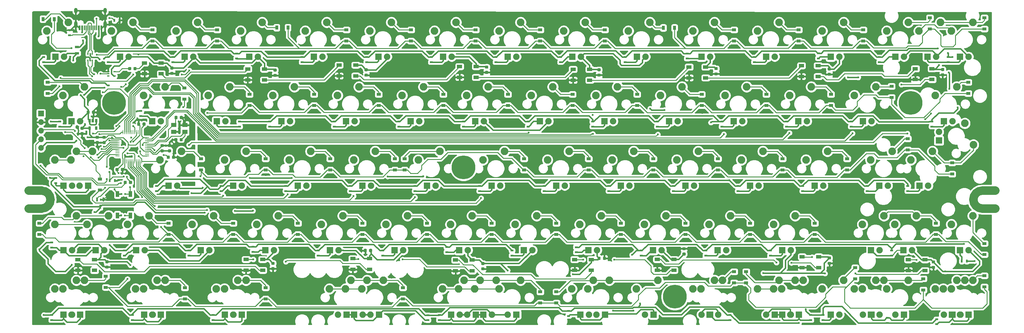
<source format=gbl>
G04 #@! TF.GenerationSoftware,KiCad,Pcbnew,5.1.5-52549c5~84~ubuntu16.04.1*
G04 #@! TF.CreationDate,2020-01-22T20:14:05-05:00*
G04 #@! TF.ProjectId,co60,636f3630-2e6b-4696-9361-645f70636258,rev?*
G04 #@! TF.SameCoordinates,PX4b4f718PY8c7ecc0*
G04 #@! TF.FileFunction,Copper,L2,Bot*
G04 #@! TF.FilePolarity,Positive*
%FSLAX46Y46*%
G04 Gerber Fmt 4.6, Leading zero omitted, Abs format (unit mm)*
G04 Created by KiCad (PCBNEW 5.1.5-52549c5~84~ubuntu16.04.1) date 2020-01-22 20:14:05*
%MOMM*%
%LPD*%
G04 APERTURE LIST*
%ADD10C,2.501900*%
%ADD11R,0.600000X1.450000*%
%ADD12R,0.300000X1.450000*%
%ADD13O,1.000000X2.100000*%
%ADD14O,1.000000X1.600000*%
%ADD15C,1.000000*%
%ADD16C,7.000240*%
%ADD17C,7.001300*%
%ADD18C,2.250000*%
%ADD19C,1.905000*%
%ADD20R,1.905000X1.905000*%
%ADD21R,0.900000X0.500000*%
%ADD22R,0.500000X0.900000*%
%ADD23R,1.300000X0.700000*%
%ADD24R,1.200000X0.900000*%
%ADD25R,0.900000X1.200000*%
%ADD26R,1.000000X1.700000*%
%ADD27R,0.600000X1.300000*%
%ADD28R,0.250000X1.300000*%
%ADD29R,1.300000X0.250000*%
%ADD30R,0.650000X1.060000*%
%ADD31R,1.600000X1.300000*%
%ADD32R,1.700000X1.700000*%
%ADD33O,1.700000X1.700000*%
%ADD34C,0.100000*%
%ADD35R,1.500000X1.000000*%
%ADD36R,0.420000X0.600000*%
%ADD37R,0.650000X0.400000*%
%ADD38C,0.600000*%
%ADD39C,0.254000*%
%ADD40C,0.381000*%
G04 APERTURE END LIST*
D10*
X-12350Y40758450D02*
X3787650Y40758450D01*
X-12350Y35456550D02*
X3787650Y35456550D01*
X3787650Y35456550D02*
G75*
G03X6438600Y38107500I0J2650950D01*
G01*
X6438600Y38107500D02*
G75*
G03X3787650Y40758450I-2650950J0D01*
G01*
X278536700Y38107500D02*
G75*
G02X281187650Y40758450I2650950J0D01*
G01*
X281187650Y35456550D02*
G75*
G02X278536700Y38107500I0J2650950D01*
G01*
X281187650Y40758450D02*
X284987650Y40758450D01*
X281187650Y35456550D02*
X285037650Y35456550D01*
D11*
X21438400Y88875800D03*
X14988400Y88875800D03*
X20663400Y88875800D03*
X15763400Y88875800D03*
D12*
X16463400Y88875800D03*
X19963400Y88875800D03*
X16963400Y88875800D03*
X19463400Y88875800D03*
X17463400Y88875800D03*
X18963400Y88875800D03*
X18463400Y88875800D03*
X17963400Y88875800D03*
D13*
X13893400Y89790800D03*
X22533400Y89790800D03*
D14*
X13893400Y93970800D03*
X22533400Y93970800D03*
D15*
X279349172Y36269022D03*
X281187650Y35507500D03*
X283229685Y35507500D03*
X283229685Y40707500D03*
X281187650Y40707500D03*
X279349172Y39945978D03*
X278587650Y38107500D03*
X1745615Y35507500D03*
X1745615Y40707500D03*
X5626128Y36269022D03*
X5626128Y39945978D03*
X3787650Y35507500D03*
X3787650Y40707500D03*
X6387650Y38107500D03*
X129387650Y45307500D03*
X126987650Y45307500D03*
X128187650Y45307500D03*
X126987650Y49907500D03*
X129387650Y49907500D03*
X128187650Y49907500D03*
X191687650Y7107500D03*
X189287650Y7107500D03*
X189287650Y11707500D03*
X191687650Y11707500D03*
X190487650Y7107500D03*
X190487650Y11707500D03*
X261237650Y69024500D03*
X258837650Y69007500D03*
X258837650Y64407500D03*
X261237650Y64407500D03*
X260037650Y64407500D03*
X260037650Y69007500D03*
X26813996Y65081154D03*
X23561304Y65081154D03*
X26813996Y68333846D03*
X23561304Y68333846D03*
X25187650Y64407500D03*
X27487650Y66707500D03*
X22887650Y66707500D03*
X25187650Y69007500D03*
D16*
X260037650Y66707500D03*
X190487650Y9407500D03*
X128187650Y47607500D03*
D17*
X25187650Y66707500D03*
D18*
X278536400Y54292500D03*
X275996400Y60642500D03*
D19*
X268376400Y58102500D03*
D20*
X268376400Y55562500D03*
D21*
X267741400Y1282000D03*
X267741400Y2782000D03*
X253136400Y3163000D03*
X253136400Y1663000D03*
X234165775Y2504375D03*
X234165775Y4004375D03*
X230593900Y2504375D03*
X230593900Y4004375D03*
X206781400Y2504375D03*
X206781400Y4004375D03*
X159156400Y3695000D03*
X159156400Y5195000D03*
X121056400Y2504375D03*
X121056400Y4004375D03*
X117678200Y2475800D03*
X117678200Y3975800D03*
X54381400Y2504375D03*
X54381400Y4004375D03*
X30568900Y2504375D03*
X30568900Y4004375D03*
X6756400Y2504375D03*
X6756400Y4004375D03*
D22*
X275087650Y19923125D03*
X276587650Y19923125D03*
D21*
X254406400Y21554375D03*
X254406400Y23054375D03*
X218687650Y21554375D03*
X218687650Y23054375D03*
X199637650Y21554375D03*
X199637650Y23054375D03*
X180587650Y21554375D03*
X180587650Y23054375D03*
X161441400Y22540000D03*
X161441400Y24040000D03*
X142487650Y21554375D03*
X142487650Y23054375D03*
X123281400Y22570000D03*
X123281400Y24070000D03*
X104387650Y21554375D03*
X104387650Y23054375D03*
X85337650Y21554375D03*
X85337650Y23054375D03*
X66121400Y22670000D03*
X66121400Y24170000D03*
X47237650Y21554375D03*
X47237650Y23054375D03*
X28187650Y21554375D03*
X28187650Y23054375D03*
X6756400Y23935625D03*
X6756400Y25435625D03*
X259168900Y40604375D03*
X259168900Y42104375D03*
X247262650Y40604375D03*
X247262650Y42104375D03*
X228212650Y40604375D03*
X228212650Y42104375D03*
X209162650Y40604375D03*
X209162650Y42104375D03*
X190112650Y40604375D03*
X190112650Y42104375D03*
X171062650Y40604375D03*
X171062650Y42104375D03*
X152012650Y40604375D03*
X152012650Y42104375D03*
X132962650Y40604375D03*
X132962650Y42104375D03*
X113912650Y40604375D03*
X113912650Y42104375D03*
X94862650Y40604375D03*
X94862650Y42104375D03*
X75812650Y40604375D03*
X75812650Y42104375D03*
X56762650Y40604375D03*
X56762650Y42104375D03*
X37712650Y40604375D03*
X37712650Y42104375D03*
X7947025Y42985625D03*
X7947025Y44485625D03*
X266312650Y59654375D03*
X266312650Y61154375D03*
X242500150Y59654375D03*
X242500150Y61154375D03*
X223450150Y59654375D03*
X223450150Y61154375D03*
X204400150Y59654375D03*
X204400150Y61154375D03*
X185350150Y59654375D03*
X185350150Y61154375D03*
X166300150Y59654375D03*
X166300150Y61154375D03*
X147250150Y59654375D03*
X147250150Y61154375D03*
X71050150Y59654375D03*
X71050150Y61154375D03*
X62151400Y61170000D03*
X62151400Y59670000D03*
X33031400Y62770000D03*
X33031400Y64270000D03*
X9137650Y59654375D03*
X9137650Y61154375D03*
X271075150Y78704375D03*
X271075150Y80204375D03*
X250834525Y78704375D03*
X250834525Y80204375D03*
X232851400Y79840000D03*
X232851400Y81340000D03*
X213925150Y78704375D03*
X213925150Y80204375D03*
X194161400Y79760000D03*
X194161400Y81260000D03*
X175825150Y78704375D03*
X175825150Y80204375D03*
X156775150Y78704375D03*
X156775150Y80204375D03*
X137725150Y78704375D03*
X137725150Y80204375D03*
X118675150Y78704375D03*
X118675150Y80204375D03*
X99625150Y78704375D03*
X99625150Y80204375D03*
X80575150Y78704375D03*
X80575150Y80204375D03*
X61271400Y79770000D03*
X61271400Y81270000D03*
X42475150Y78704375D03*
X42475150Y80204375D03*
X23425150Y78704375D03*
X23425150Y80204375D03*
X4375150Y78704375D03*
X4375150Y80204375D03*
D23*
X14231400Y81320000D03*
X14231400Y83220000D03*
D18*
X99783900Y14287500D03*
X93433900Y11747500D03*
D19*
X98513900Y4127500D03*
D20*
X95973900Y4127500D03*
D18*
X166458900Y14287500D03*
X160108900Y11747500D03*
D19*
X165188900Y4127500D03*
D20*
X162648900Y4127500D03*
D24*
X281790775Y12320000D03*
X281790775Y15620000D03*
X263781400Y11420000D03*
X263781400Y14720000D03*
X243690775Y14701250D03*
X243690775Y18001250D03*
X211543900Y13510625D03*
X211543900Y16810625D03*
X207972025Y13510625D03*
X207972025Y16810625D03*
X155584525Y7557500D03*
X155584525Y10857500D03*
X150822025Y7557500D03*
X150822025Y10857500D03*
X110340775Y8748125D03*
X110340775Y12048125D03*
X69859525Y8748125D03*
X69859525Y12048125D03*
X46047025Y8748125D03*
X46047025Y12048125D03*
X22733000Y12167600D03*
X22733000Y15467600D03*
X281790775Y21845000D03*
X281790775Y25145000D03*
X267503275Y27798125D03*
X267503275Y31098125D03*
X231784525Y27798125D03*
X231784525Y31098125D03*
X212734525Y27798125D03*
X212734525Y31098125D03*
X193684525Y27798125D03*
X193684525Y31098125D03*
X174634525Y27798125D03*
X174634525Y31098125D03*
X155584525Y27798125D03*
X155584525Y31098125D03*
X136534525Y27798125D03*
X136534525Y31098125D03*
X117484525Y27798125D03*
X117484525Y31098125D03*
X98434525Y27798125D03*
X98434525Y31098125D03*
X79384525Y27798125D03*
X79384525Y31098125D03*
X60334525Y27798125D03*
X60334525Y31098125D03*
X41284525Y27798125D03*
X41284525Y31098125D03*
X3184525Y27798125D03*
X3184525Y31098125D03*
X272265775Y45657500D03*
X272265775Y48957500D03*
X259168900Y52801250D03*
X259168900Y56101250D03*
X241309525Y46848125D03*
X241309525Y50148125D03*
X222259525Y46848125D03*
X222259525Y50148125D03*
X203209525Y46848125D03*
X203209525Y50148125D03*
X184159525Y46848125D03*
X184159525Y50148125D03*
X165109525Y46848125D03*
X165109525Y50148125D03*
X146059525Y46848125D03*
X146059525Y50148125D03*
X110832900Y46850300D03*
X110832900Y50150300D03*
X107959525Y46848125D03*
X107959525Y50148125D03*
X88909525Y46848125D03*
X88909525Y50148125D03*
X69859525Y46848125D03*
X69859525Y50148125D03*
X50809525Y46848125D03*
X50809525Y50148125D03*
X21043900Y40895000D03*
X21043900Y44195000D03*
X277028275Y69470000D03*
X277028275Y72770000D03*
X254406400Y68279375D03*
X254406400Y71579375D03*
X236547025Y65898125D03*
X236547025Y69198125D03*
X217497025Y65898125D03*
X217497025Y69198125D03*
X198447025Y65898125D03*
X198447025Y69198125D03*
X179397025Y65898125D03*
X179397025Y69198125D03*
X160347025Y65898125D03*
X160347025Y69198125D03*
X141297025Y65898125D03*
X141297025Y69198125D03*
X122247025Y65898125D03*
X122247025Y69198125D03*
X103197025Y65898125D03*
X103197025Y69198125D03*
X84147025Y65898125D03*
X84147025Y69198125D03*
X65097025Y65898125D03*
X65097025Y69198125D03*
X45931400Y67770000D03*
X45931400Y71070000D03*
X5565775Y69470000D03*
X5565775Y72770000D03*
X281790775Y88520000D03*
X281790775Y91820000D03*
X265709400Y88520000D03*
X265709400Y91820000D03*
X246072025Y84948125D03*
X246072025Y88248125D03*
X227022025Y84948125D03*
X227022025Y88248125D03*
X207972025Y84948125D03*
X207972025Y88248125D03*
D25*
X190421400Y88850000D03*
X187121400Y88850000D03*
D24*
X169872025Y84948125D03*
X169872025Y88248125D03*
X150822025Y84948125D03*
X150822025Y88248125D03*
X131772025Y84948125D03*
X131772025Y88248125D03*
X112722025Y84948125D03*
X112722025Y88248125D03*
X93672025Y84948125D03*
X93672025Y88248125D03*
D25*
X76431400Y88930000D03*
X73131400Y88930000D03*
D24*
X55572025Y84948125D03*
X55572025Y88248125D03*
X36522025Y84948125D03*
X36522025Y88248125D03*
D25*
X7517400Y91440000D03*
X4217400Y91440000D03*
D26*
X26192400Y39726000D03*
X26192400Y33426000D03*
X29992400Y39726000D03*
X29992400Y33426000D03*
D22*
X26781400Y91070000D03*
X25281400Y91070000D03*
D21*
X12065000Y88176800D03*
X12065000Y86676800D03*
X128200150Y59654375D03*
X128200150Y61154375D03*
X109150150Y59654375D03*
X109150150Y61154375D03*
X90100150Y59654375D03*
X90100150Y61154375D03*
D18*
X14058900Y52387500D03*
X7708900Y49847500D03*
D19*
X12788900Y42227500D03*
D20*
X10248900Y42227500D03*
D18*
X18821400Y52387500D03*
X12471400Y49847500D03*
D19*
X15011400Y42227500D03*
D20*
X17551400Y42227500D03*
D18*
X275996400Y14287500D03*
X269646400Y11747500D03*
D19*
X274726400Y4127500D03*
D20*
X272186400Y4127500D03*
D18*
X252183900Y14287500D03*
X245833900Y11747500D03*
D19*
X250913900Y4127500D03*
D20*
X248373900Y4127500D03*
D18*
X225990150Y14287500D03*
X219640150Y11747500D03*
D19*
X224720150Y4127500D03*
D20*
X222180150Y4127500D03*
D18*
X137883900Y14287500D03*
X131533900Y11747500D03*
D19*
X136613900Y4127500D03*
D20*
X134073900Y4127500D03*
D18*
X61683900Y14287500D03*
X55333900Y11747500D03*
D19*
X60413900Y4127500D03*
D20*
X57873900Y4127500D03*
D18*
X37871400Y14287500D03*
X31521400Y11747500D03*
D19*
X36601400Y4127500D03*
D20*
X34061400Y4127500D03*
D18*
X185508900Y14287500D03*
X179158900Y11747500D03*
D19*
X181698900Y4127500D03*
D20*
X184238900Y4127500D03*
D18*
X145027650Y14287500D03*
X138677650Y11747500D03*
D19*
X141217650Y4127500D03*
D20*
X143757650Y4127500D03*
D18*
X104546400Y14287500D03*
X98196400Y11747500D03*
D19*
X100736400Y4127500D03*
D20*
X103276400Y4127500D03*
D18*
X273615150Y14287500D03*
X267265150Y11747500D03*
D19*
X269805150Y4127500D03*
D20*
X272345150Y4127500D03*
D18*
X249802650Y14287500D03*
X243452650Y11747500D03*
D19*
X245992650Y4127500D03*
D20*
X248532650Y4127500D03*
D18*
X145027650Y14287500D03*
X138677650Y11747500D03*
D19*
X141217650Y4127500D03*
D20*
X143757650Y4127500D03*
D18*
X64065150Y14287500D03*
X57715150Y11747500D03*
D19*
X60255150Y4127500D03*
D20*
X62795150Y4127500D03*
D18*
X40252650Y14287500D03*
X33902650Y11747500D03*
D19*
X36442650Y4127500D03*
D20*
X38982650Y4127500D03*
D18*
X171221400Y14287500D03*
X164871400Y11747500D03*
D19*
X167411400Y4127500D03*
D20*
X169951400Y4127500D03*
D18*
X278377650Y14287500D03*
X272027650Y11747500D03*
D19*
X274567650Y4127500D03*
D20*
X277107650Y4127500D03*
D18*
X259327650Y14287500D03*
X252977650Y11747500D03*
D19*
X255517650Y4127500D03*
D20*
X258057650Y4127500D03*
D18*
X221227650Y14287500D03*
X214877650Y11747500D03*
D19*
X217417650Y4127500D03*
D20*
X219957650Y4127500D03*
D18*
X202177650Y14287500D03*
X195827650Y11747500D03*
D19*
X198367650Y4127500D03*
D20*
X200907650Y4127500D03*
D18*
X204558900Y14287500D03*
X198208900Y11747500D03*
D19*
X203288900Y4127500D03*
D20*
X200748900Y4127500D03*
D18*
X128358900Y14287500D03*
X122008900Y11747500D03*
D19*
X127088900Y4127500D03*
D20*
X124548900Y4127500D03*
D18*
X95021400Y14287500D03*
X88671400Y11747500D03*
D19*
X91211400Y4127500D03*
D20*
X93751400Y4127500D03*
D18*
X228371400Y14287500D03*
X222021400Y11747500D03*
D19*
X224561400Y4127500D03*
D20*
X227101400Y4127500D03*
D18*
X133121400Y14287500D03*
X126771400Y11747500D03*
D19*
X129311400Y4127500D03*
D20*
X131851400Y4127500D03*
D18*
X40252650Y71437500D03*
X33902650Y68897500D03*
D19*
X38982650Y61277500D03*
D20*
X36442650Y61277500D03*
D18*
X202177650Y90487500D03*
X195827650Y87947500D03*
D19*
X200907650Y80327500D03*
D20*
X198367650Y80327500D03*
D18*
X30727650Y90487500D03*
X24377650Y87947500D03*
D19*
X29457650Y80327500D03*
D20*
X26917650Y80327500D03*
D18*
X49777650Y90487500D03*
X43427650Y87947500D03*
D19*
X48507650Y80327500D03*
D20*
X45967650Y80327500D03*
D18*
X68827650Y90487500D03*
X62477650Y87947500D03*
D19*
X67557650Y80327500D03*
D20*
X65017650Y80327500D03*
D18*
X87877650Y90487500D03*
X81527650Y87947500D03*
D19*
X86607650Y80327500D03*
D20*
X84067650Y80327500D03*
D18*
X106927650Y90487500D03*
X100577650Y87947500D03*
D19*
X105657650Y80327500D03*
D20*
X103117650Y80327500D03*
D18*
X125977650Y90487500D03*
X119627650Y87947500D03*
D19*
X124707650Y80327500D03*
D20*
X122167650Y80327500D03*
D18*
X145027650Y90487500D03*
X138677650Y87947500D03*
D19*
X143757650Y80327500D03*
D20*
X141217650Y80327500D03*
D18*
X164077650Y90487500D03*
X157727650Y87947500D03*
D19*
X162807650Y80327500D03*
D20*
X160267650Y80327500D03*
D18*
X183127650Y90487500D03*
X176777650Y87947500D03*
D19*
X181857650Y80327500D03*
D20*
X179317650Y80327500D03*
D18*
X221227650Y90487500D03*
X214877650Y87947500D03*
D19*
X219957650Y80327500D03*
D20*
X217417650Y80327500D03*
D18*
X240277650Y90487500D03*
X233927650Y87947500D03*
D19*
X239007650Y80327500D03*
D20*
X236467650Y80327500D03*
D18*
X268852650Y90487500D03*
X262502650Y87947500D03*
D19*
X267582650Y80327500D03*
D20*
X265042650Y80327500D03*
D18*
X278377650Y90487500D03*
X272027650Y87947500D03*
D19*
X277107650Y80327500D03*
D20*
X274567650Y80327500D03*
D18*
X259327650Y90487500D03*
X252977650Y87947500D03*
D19*
X258057650Y80327500D03*
D20*
X255517650Y80327500D03*
D18*
X11677650Y90487500D03*
X5327650Y87947500D03*
D19*
X10407650Y80327500D03*
D20*
X7867650Y80327500D03*
D18*
X78352650Y71437500D03*
X72002650Y68897500D03*
D19*
X77082650Y61277500D03*
D20*
X74542650Y61277500D03*
D18*
X173602650Y71437500D03*
X167252650Y68897500D03*
D19*
X172332650Y61277500D03*
D20*
X169792650Y61277500D03*
D18*
X192652650Y71437500D03*
X186302650Y68897500D03*
D19*
X191382650Y61277500D03*
D20*
X188842650Y61277500D03*
D18*
X211702650Y71437500D03*
X205352650Y68897500D03*
D19*
X210432650Y61277500D03*
D20*
X207892650Y61277500D03*
D18*
X97402650Y71437500D03*
X91052650Y68897500D03*
D19*
X96132650Y61277500D03*
D20*
X93592650Y61277500D03*
D18*
X116452650Y71437500D03*
X110102650Y68897500D03*
D19*
X115182650Y61277500D03*
D20*
X112642650Y61277500D03*
D18*
X16440150Y71437500D03*
X10090150Y68897500D03*
D19*
X15170150Y61277500D03*
D20*
X12630150Y61277500D03*
D18*
X154552650Y71437500D03*
X148202650Y68897500D03*
D19*
X153282650Y61277500D03*
D20*
X150742650Y61277500D03*
D18*
X59302650Y71437500D03*
X52952650Y68897500D03*
D19*
X58032650Y61277500D03*
D20*
X55492650Y61277500D03*
D18*
X135502650Y71437500D03*
X129152650Y68897500D03*
D19*
X134232650Y61277500D03*
D20*
X131692650Y61277500D03*
D18*
X230752650Y71437500D03*
X224402650Y68897500D03*
D19*
X229482650Y61277500D03*
D20*
X226942650Y61277500D03*
D18*
X273615150Y71437500D03*
X267265150Y68897500D03*
D19*
X272345150Y61277500D03*
D20*
X269805150Y61277500D03*
D18*
X249802650Y71437500D03*
X243452650Y68897500D03*
D19*
X248532650Y61277500D03*
D20*
X245992650Y61277500D03*
D18*
X235515150Y52387500D03*
X229165150Y49847500D03*
D19*
X234245150Y42227500D03*
D20*
X231705150Y42227500D03*
D18*
X216465150Y52387500D03*
X210115150Y49847500D03*
D19*
X215195150Y42227500D03*
D20*
X212655150Y42227500D03*
D18*
X45015150Y52387500D03*
X38665150Y49847500D03*
D19*
X43745150Y42227500D03*
D20*
X41205150Y42227500D03*
D18*
X83115150Y52387500D03*
X76765150Y49847500D03*
D19*
X81845150Y42227500D03*
D20*
X79305150Y42227500D03*
D18*
X266471400Y52387500D03*
X260121400Y49847500D03*
D19*
X265201400Y42227500D03*
D20*
X262661400Y42227500D03*
D18*
X102165150Y52387500D03*
X95815150Y49847500D03*
D19*
X100895150Y42227500D03*
D20*
X98355150Y42227500D03*
D18*
X121215150Y52387500D03*
X114865150Y49847500D03*
D19*
X119945150Y42227500D03*
D20*
X117405150Y42227500D03*
D18*
X140265150Y52387500D03*
X133915150Y49847500D03*
D19*
X138995150Y42227500D03*
D20*
X136455150Y42227500D03*
D18*
X254565150Y52387500D03*
X248215150Y49847500D03*
D19*
X253295150Y42227500D03*
D20*
X250755150Y42227500D03*
D18*
X159315150Y52387500D03*
X152965150Y49847500D03*
D19*
X158045150Y42227500D03*
D20*
X155505150Y42227500D03*
D18*
X178365150Y52387500D03*
X172015150Y49847500D03*
D19*
X177095150Y42227500D03*
D20*
X174555150Y42227500D03*
D18*
X197415150Y52387500D03*
X191065150Y49847500D03*
D19*
X196145150Y42227500D03*
D20*
X193605150Y42227500D03*
D18*
X64065150Y52387500D03*
X57715150Y49847500D03*
D19*
X62795150Y42227500D03*
D20*
X60255150Y42227500D03*
D18*
X187890150Y33337500D03*
X181540150Y30797500D03*
D19*
X186620150Y23177500D03*
D20*
X184080150Y23177500D03*
D18*
X206940150Y33337500D03*
X200590150Y30797500D03*
D19*
X205670150Y23177500D03*
D20*
X203130150Y23177500D03*
D18*
X225990150Y33337500D03*
X219640150Y30797500D03*
D19*
X224720150Y23177500D03*
D20*
X222180150Y23177500D03*
D18*
X130740150Y33337500D03*
X124390150Y30797500D03*
D19*
X129470150Y23177500D03*
D20*
X126930150Y23177500D03*
D18*
X92640150Y33337500D03*
X86290150Y30797500D03*
D19*
X91370150Y23177500D03*
D20*
X88830150Y23177500D03*
D18*
X278377650Y33337500D03*
X272027650Y30797500D03*
D19*
X277107650Y23177500D03*
D20*
X274567650Y23177500D03*
D18*
X35490150Y33337500D03*
X29140150Y30797500D03*
D19*
X34220150Y23177500D03*
D20*
X31680150Y23177500D03*
D18*
X23583900Y33337500D03*
X17233900Y30797500D03*
D19*
X22313900Y23177500D03*
D20*
X19773900Y23177500D03*
D18*
X14058900Y33337500D03*
X7708900Y30797500D03*
D19*
X12788900Y23177500D03*
D20*
X10248900Y23177500D03*
D18*
X168840150Y33337500D03*
X162490150Y30797500D03*
D19*
X167570150Y23177500D03*
D20*
X165030150Y23177500D03*
D18*
X149790150Y33337500D03*
X143440150Y30797500D03*
D19*
X148520150Y23177500D03*
D20*
X145980150Y23177500D03*
D18*
X261708900Y33337500D03*
X255358900Y30797500D03*
D19*
X260438900Y23177500D03*
D20*
X257898900Y23177500D03*
D18*
X252183900Y33337500D03*
X245833900Y30797500D03*
D19*
X250913900Y23177500D03*
D20*
X248373900Y23177500D03*
D18*
X111690150Y33337500D03*
X105340150Y30797500D03*
D19*
X110420150Y23177500D03*
D20*
X107880150Y23177500D03*
D18*
X73590150Y33337500D03*
X67240150Y30797500D03*
D19*
X72320150Y23177500D03*
D20*
X69780150Y23177500D03*
D18*
X54540150Y33337500D03*
X48190150Y30797500D03*
D19*
X53270150Y23177500D03*
D20*
X50730150Y23177500D03*
D18*
X240277650Y14287500D03*
X233927650Y11747500D03*
D19*
X239007650Y4127500D03*
D20*
X236467650Y4127500D03*
D27*
X21107400Y36034000D03*
X22057400Y38134000D03*
X20157400Y38134000D03*
D18*
X14058900Y14287500D03*
X7708900Y11747500D03*
D19*
X12788900Y4127500D03*
D20*
X10248900Y4127500D03*
D18*
X16440150Y14287500D03*
X10090150Y11747500D03*
D19*
X12630150Y4127500D03*
D20*
X15170150Y4127500D03*
D22*
X23881400Y43720000D03*
X25381400Y43720000D03*
D28*
X33281400Y58070000D03*
X32781400Y58070000D03*
X32281400Y58070000D03*
X31781400Y58070000D03*
X31281400Y58070000D03*
X30781400Y58070000D03*
X30281400Y58070000D03*
X29781400Y58070000D03*
X29281400Y58070000D03*
X28781400Y58070000D03*
X28281400Y58070000D03*
X27781400Y58070000D03*
D29*
X26181400Y56470000D03*
X26181400Y55970000D03*
X26181400Y55470000D03*
X26181400Y54970000D03*
X26181400Y54470000D03*
X26181400Y53970000D03*
X26181400Y53470000D03*
X26181400Y52970000D03*
X26181400Y52470000D03*
X26181400Y51970000D03*
X26181400Y51470000D03*
X26181400Y50970000D03*
D28*
X27781400Y49370000D03*
X28281400Y49370000D03*
X28781400Y49370000D03*
X29281400Y49370000D03*
X29781400Y49370000D03*
X30281400Y49370000D03*
X30781400Y49370000D03*
X31281400Y49370000D03*
X31781400Y49370000D03*
X32281400Y49370000D03*
X32781400Y49370000D03*
X33281400Y49370000D03*
D29*
X34881400Y50970000D03*
X34881400Y51470000D03*
X34881400Y51970000D03*
X34881400Y52470000D03*
X34881400Y52970000D03*
X34881400Y53470000D03*
X34881400Y53970000D03*
X34881400Y54470000D03*
X34881400Y54970000D03*
X34881400Y55470000D03*
X34881400Y55970000D03*
X34881400Y56470000D03*
D30*
X17981400Y59220000D03*
X19881400Y59220000D03*
X19881400Y61420000D03*
X18931400Y61420000D03*
X17981400Y61420000D03*
D31*
X46031400Y60150000D03*
X42731400Y60150000D03*
X42731400Y58150000D03*
X46031400Y58150000D03*
D32*
X3631400Y63520000D03*
D33*
X3631400Y60980000D03*
X3631400Y58440000D03*
X3631400Y55900000D03*
X3631400Y53360000D03*
G04 #@! TA.AperFunction,SMDPad,CuDef*
D34*
G36*
X42499091Y75828947D02*
G01*
X42520326Y75825797D01*
X42541150Y75820581D01*
X42561362Y75813349D01*
X42580768Y75804170D01*
X42599181Y75793134D01*
X42616424Y75780346D01*
X42632330Y75765930D01*
X42646746Y75750024D01*
X42659534Y75732781D01*
X42670570Y75714368D01*
X42679749Y75694962D01*
X42686981Y75674750D01*
X42692197Y75653926D01*
X42695347Y75632691D01*
X42696400Y75611250D01*
X42696400Y75173750D01*
X42695347Y75152309D01*
X42692197Y75131074D01*
X42686981Y75110250D01*
X42679749Y75090038D01*
X42670570Y75070632D01*
X42659534Y75052219D01*
X42646746Y75034976D01*
X42632330Y75019070D01*
X42616424Y75004654D01*
X42599181Y74991866D01*
X42580768Y74980830D01*
X42561362Y74971651D01*
X42541150Y74964419D01*
X42520326Y74959203D01*
X42499091Y74956053D01*
X42477650Y74955000D01*
X41965150Y74955000D01*
X41943709Y74956053D01*
X41922474Y74959203D01*
X41901650Y74964419D01*
X41881438Y74971651D01*
X41862032Y74980830D01*
X41843619Y74991866D01*
X41826376Y75004654D01*
X41810470Y75019070D01*
X41796054Y75034976D01*
X41783266Y75052219D01*
X41772230Y75070632D01*
X41763051Y75090038D01*
X41755819Y75110250D01*
X41750603Y75131074D01*
X41747453Y75152309D01*
X41746400Y75173750D01*
X41746400Y75611250D01*
X41747453Y75632691D01*
X41750603Y75653926D01*
X41755819Y75674750D01*
X41763051Y75694962D01*
X41772230Y75714368D01*
X41783266Y75732781D01*
X41796054Y75750024D01*
X41810470Y75765930D01*
X41826376Y75780346D01*
X41843619Y75793134D01*
X41862032Y75804170D01*
X41881438Y75813349D01*
X41901650Y75820581D01*
X41922474Y75825797D01*
X41943709Y75828947D01*
X41965150Y75830000D01*
X42477650Y75830000D01*
X42499091Y75828947D01*
G37*
G04 #@! TD.AperFunction*
G04 #@! TA.AperFunction,SMDPad,CuDef*
G36*
X42499091Y77403947D02*
G01*
X42520326Y77400797D01*
X42541150Y77395581D01*
X42561362Y77388349D01*
X42580768Y77379170D01*
X42599181Y77368134D01*
X42616424Y77355346D01*
X42632330Y77340930D01*
X42646746Y77325024D01*
X42659534Y77307781D01*
X42670570Y77289368D01*
X42679749Y77269962D01*
X42686981Y77249750D01*
X42692197Y77228926D01*
X42695347Y77207691D01*
X42696400Y77186250D01*
X42696400Y76748750D01*
X42695347Y76727309D01*
X42692197Y76706074D01*
X42686981Y76685250D01*
X42679749Y76665038D01*
X42670570Y76645632D01*
X42659534Y76627219D01*
X42646746Y76609976D01*
X42632330Y76594070D01*
X42616424Y76579654D01*
X42599181Y76566866D01*
X42580768Y76555830D01*
X42561362Y76546651D01*
X42541150Y76539419D01*
X42520326Y76534203D01*
X42499091Y76531053D01*
X42477650Y76530000D01*
X41965150Y76530000D01*
X41943709Y76531053D01*
X41922474Y76534203D01*
X41901650Y76539419D01*
X41881438Y76546651D01*
X41862032Y76555830D01*
X41843619Y76566866D01*
X41826376Y76579654D01*
X41810470Y76594070D01*
X41796054Y76609976D01*
X41783266Y76627219D01*
X41772230Y76645632D01*
X41763051Y76665038D01*
X41755819Y76685250D01*
X41750603Y76706074D01*
X41747453Y76727309D01*
X41746400Y76748750D01*
X41746400Y77186250D01*
X41747453Y77207691D01*
X41750603Y77228926D01*
X41755819Y77249750D01*
X41763051Y77269962D01*
X41772230Y77289368D01*
X41783266Y77307781D01*
X41796054Y77325024D01*
X41810470Y77340930D01*
X41826376Y77355346D01*
X41843619Y77368134D01*
X41862032Y77379170D01*
X41881438Y77388349D01*
X41901650Y77395581D01*
X41922474Y77400797D01*
X41943709Y77403947D01*
X41965150Y77405000D01*
X42477650Y77405000D01*
X42499091Y77403947D01*
G37*
G04 #@! TD.AperFunction*
G04 #@! TA.AperFunction,SMDPad,CuDef*
G36*
X72929091Y76813947D02*
G01*
X72950326Y76810797D01*
X72971150Y76805581D01*
X72991362Y76798349D01*
X73010768Y76789170D01*
X73029181Y76778134D01*
X73046424Y76765346D01*
X73062330Y76750930D01*
X73076746Y76735024D01*
X73089534Y76717781D01*
X73100570Y76699368D01*
X73109749Y76679962D01*
X73116981Y76659750D01*
X73122197Y76638926D01*
X73125347Y76617691D01*
X73126400Y76596250D01*
X73126400Y76158750D01*
X73125347Y76137309D01*
X73122197Y76116074D01*
X73116981Y76095250D01*
X73109749Y76075038D01*
X73100570Y76055632D01*
X73089534Y76037219D01*
X73076746Y76019976D01*
X73062330Y76004070D01*
X73046424Y75989654D01*
X73029181Y75976866D01*
X73010768Y75965830D01*
X72991362Y75956651D01*
X72971150Y75949419D01*
X72950326Y75944203D01*
X72929091Y75941053D01*
X72907650Y75940000D01*
X72395150Y75940000D01*
X72373709Y75941053D01*
X72352474Y75944203D01*
X72331650Y75949419D01*
X72311438Y75956651D01*
X72292032Y75965830D01*
X72273619Y75976866D01*
X72256376Y75989654D01*
X72240470Y76004070D01*
X72226054Y76019976D01*
X72213266Y76037219D01*
X72202230Y76055632D01*
X72193051Y76075038D01*
X72185819Y76095250D01*
X72180603Y76116074D01*
X72177453Y76137309D01*
X72176400Y76158750D01*
X72176400Y76596250D01*
X72177453Y76617691D01*
X72180603Y76638926D01*
X72185819Y76659750D01*
X72193051Y76679962D01*
X72202230Y76699368D01*
X72213266Y76717781D01*
X72226054Y76735024D01*
X72240470Y76750930D01*
X72256376Y76765346D01*
X72273619Y76778134D01*
X72292032Y76789170D01*
X72311438Y76798349D01*
X72331650Y76805581D01*
X72352474Y76810797D01*
X72373709Y76813947D01*
X72395150Y76815000D01*
X72907650Y76815000D01*
X72929091Y76813947D01*
G37*
G04 #@! TD.AperFunction*
G04 #@! TA.AperFunction,SMDPad,CuDef*
G36*
X72929091Y75238947D02*
G01*
X72950326Y75235797D01*
X72971150Y75230581D01*
X72991362Y75223349D01*
X73010768Y75214170D01*
X73029181Y75203134D01*
X73046424Y75190346D01*
X73062330Y75175930D01*
X73076746Y75160024D01*
X73089534Y75142781D01*
X73100570Y75124368D01*
X73109749Y75104962D01*
X73116981Y75084750D01*
X73122197Y75063926D01*
X73125347Y75042691D01*
X73126400Y75021250D01*
X73126400Y74583750D01*
X73125347Y74562309D01*
X73122197Y74541074D01*
X73116981Y74520250D01*
X73109749Y74500038D01*
X73100570Y74480632D01*
X73089534Y74462219D01*
X73076746Y74444976D01*
X73062330Y74429070D01*
X73046424Y74414654D01*
X73029181Y74401866D01*
X73010768Y74390830D01*
X72991362Y74381651D01*
X72971150Y74374419D01*
X72950326Y74369203D01*
X72929091Y74366053D01*
X72907650Y74365000D01*
X72395150Y74365000D01*
X72373709Y74366053D01*
X72352474Y74369203D01*
X72331650Y74374419D01*
X72311438Y74381651D01*
X72292032Y74390830D01*
X72273619Y74401866D01*
X72256376Y74414654D01*
X72240470Y74429070D01*
X72226054Y74444976D01*
X72213266Y74462219D01*
X72202230Y74480632D01*
X72193051Y74500038D01*
X72185819Y74520250D01*
X72180603Y74541074D01*
X72177453Y74562309D01*
X72176400Y74583750D01*
X72176400Y75021250D01*
X72177453Y75042691D01*
X72180603Y75063926D01*
X72185819Y75084750D01*
X72193051Y75104962D01*
X72202230Y75124368D01*
X72213266Y75142781D01*
X72226054Y75160024D01*
X72240470Y75175930D01*
X72256376Y75190346D01*
X72273619Y75203134D01*
X72292032Y75214170D01*
X72311438Y75223349D01*
X72331650Y75230581D01*
X72352474Y75235797D01*
X72373709Y75238947D01*
X72395150Y75240000D01*
X72907650Y75240000D01*
X72929091Y75238947D01*
G37*
G04 #@! TD.AperFunction*
G04 #@! TA.AperFunction,SMDPad,CuDef*
G36*
X99779091Y75308947D02*
G01*
X99800326Y75305797D01*
X99821150Y75300581D01*
X99841362Y75293349D01*
X99860768Y75284170D01*
X99879181Y75273134D01*
X99896424Y75260346D01*
X99912330Y75245930D01*
X99926746Y75230024D01*
X99939534Y75212781D01*
X99950570Y75194368D01*
X99959749Y75174962D01*
X99966981Y75154750D01*
X99972197Y75133926D01*
X99975347Y75112691D01*
X99976400Y75091250D01*
X99976400Y74653750D01*
X99975347Y74632309D01*
X99972197Y74611074D01*
X99966981Y74590250D01*
X99959749Y74570038D01*
X99950570Y74550632D01*
X99939534Y74532219D01*
X99926746Y74514976D01*
X99912330Y74499070D01*
X99896424Y74484654D01*
X99879181Y74471866D01*
X99860768Y74460830D01*
X99841362Y74451651D01*
X99821150Y74444419D01*
X99800326Y74439203D01*
X99779091Y74436053D01*
X99757650Y74435000D01*
X99245150Y74435000D01*
X99223709Y74436053D01*
X99202474Y74439203D01*
X99181650Y74444419D01*
X99161438Y74451651D01*
X99142032Y74460830D01*
X99123619Y74471866D01*
X99106376Y74484654D01*
X99090470Y74499070D01*
X99076054Y74514976D01*
X99063266Y74532219D01*
X99052230Y74550632D01*
X99043051Y74570038D01*
X99035819Y74590250D01*
X99030603Y74611074D01*
X99027453Y74632309D01*
X99026400Y74653750D01*
X99026400Y75091250D01*
X99027453Y75112691D01*
X99030603Y75133926D01*
X99035819Y75154750D01*
X99043051Y75174962D01*
X99052230Y75194368D01*
X99063266Y75212781D01*
X99076054Y75230024D01*
X99090470Y75245930D01*
X99106376Y75260346D01*
X99123619Y75273134D01*
X99142032Y75284170D01*
X99161438Y75293349D01*
X99181650Y75300581D01*
X99202474Y75305797D01*
X99223709Y75308947D01*
X99245150Y75310000D01*
X99757650Y75310000D01*
X99779091Y75308947D01*
G37*
G04 #@! TD.AperFunction*
G04 #@! TA.AperFunction,SMDPad,CuDef*
G36*
X99779091Y76883947D02*
G01*
X99800326Y76880797D01*
X99821150Y76875581D01*
X99841362Y76868349D01*
X99860768Y76859170D01*
X99879181Y76848134D01*
X99896424Y76835346D01*
X99912330Y76820930D01*
X99926746Y76805024D01*
X99939534Y76787781D01*
X99950570Y76769368D01*
X99959749Y76749962D01*
X99966981Y76729750D01*
X99972197Y76708926D01*
X99975347Y76687691D01*
X99976400Y76666250D01*
X99976400Y76228750D01*
X99975347Y76207309D01*
X99972197Y76186074D01*
X99966981Y76165250D01*
X99959749Y76145038D01*
X99950570Y76125632D01*
X99939534Y76107219D01*
X99926746Y76089976D01*
X99912330Y76074070D01*
X99896424Y76059654D01*
X99879181Y76046866D01*
X99860768Y76035830D01*
X99841362Y76026651D01*
X99821150Y76019419D01*
X99800326Y76014203D01*
X99779091Y76011053D01*
X99757650Y76010000D01*
X99245150Y76010000D01*
X99223709Y76011053D01*
X99202474Y76014203D01*
X99181650Y76019419D01*
X99161438Y76026651D01*
X99142032Y76035830D01*
X99123619Y76046866D01*
X99106376Y76059654D01*
X99090470Y76074070D01*
X99076054Y76089976D01*
X99063266Y76107219D01*
X99052230Y76125632D01*
X99043051Y76145038D01*
X99035819Y76165250D01*
X99030603Y76186074D01*
X99027453Y76207309D01*
X99026400Y76228750D01*
X99026400Y76666250D01*
X99027453Y76687691D01*
X99030603Y76708926D01*
X99035819Y76729750D01*
X99043051Y76749962D01*
X99052230Y76769368D01*
X99063266Y76787781D01*
X99076054Y76805024D01*
X99090470Y76820930D01*
X99106376Y76835346D01*
X99123619Y76848134D01*
X99142032Y76859170D01*
X99161438Y76868349D01*
X99181650Y76875581D01*
X99202474Y76880797D01*
X99223709Y76883947D01*
X99245150Y76885000D01*
X99757650Y76885000D01*
X99779091Y76883947D01*
G37*
G04 #@! TD.AperFunction*
G04 #@! TA.AperFunction,SMDPad,CuDef*
G36*
X135309091Y76118947D02*
G01*
X135330326Y76115797D01*
X135351150Y76110581D01*
X135371362Y76103349D01*
X135390768Y76094170D01*
X135409181Y76083134D01*
X135426424Y76070346D01*
X135442330Y76055930D01*
X135456746Y76040024D01*
X135469534Y76022781D01*
X135480570Y76004368D01*
X135489749Y75984962D01*
X135496981Y75964750D01*
X135502197Y75943926D01*
X135505347Y75922691D01*
X135506400Y75901250D01*
X135506400Y75463750D01*
X135505347Y75442309D01*
X135502197Y75421074D01*
X135496981Y75400250D01*
X135489749Y75380038D01*
X135480570Y75360632D01*
X135469534Y75342219D01*
X135456746Y75324976D01*
X135442330Y75309070D01*
X135426424Y75294654D01*
X135409181Y75281866D01*
X135390768Y75270830D01*
X135371362Y75261651D01*
X135351150Y75254419D01*
X135330326Y75249203D01*
X135309091Y75246053D01*
X135287650Y75245000D01*
X134775150Y75245000D01*
X134753709Y75246053D01*
X134732474Y75249203D01*
X134711650Y75254419D01*
X134691438Y75261651D01*
X134672032Y75270830D01*
X134653619Y75281866D01*
X134636376Y75294654D01*
X134620470Y75309070D01*
X134606054Y75324976D01*
X134593266Y75342219D01*
X134582230Y75360632D01*
X134573051Y75380038D01*
X134565819Y75400250D01*
X134560603Y75421074D01*
X134557453Y75442309D01*
X134556400Y75463750D01*
X134556400Y75901250D01*
X134557453Y75922691D01*
X134560603Y75943926D01*
X134565819Y75964750D01*
X134573051Y75984962D01*
X134582230Y76004368D01*
X134593266Y76022781D01*
X134606054Y76040024D01*
X134620470Y76055930D01*
X134636376Y76070346D01*
X134653619Y76083134D01*
X134672032Y76094170D01*
X134691438Y76103349D01*
X134711650Y76110581D01*
X134732474Y76115797D01*
X134753709Y76118947D01*
X134775150Y76120000D01*
X135287650Y76120000D01*
X135309091Y76118947D01*
G37*
G04 #@! TD.AperFunction*
G04 #@! TA.AperFunction,SMDPad,CuDef*
G36*
X135309091Y77693947D02*
G01*
X135330326Y77690797D01*
X135351150Y77685581D01*
X135371362Y77678349D01*
X135390768Y77669170D01*
X135409181Y77658134D01*
X135426424Y77645346D01*
X135442330Y77630930D01*
X135456746Y77615024D01*
X135469534Y77597781D01*
X135480570Y77579368D01*
X135489749Y77559962D01*
X135496981Y77539750D01*
X135502197Y77518926D01*
X135505347Y77497691D01*
X135506400Y77476250D01*
X135506400Y77038750D01*
X135505347Y77017309D01*
X135502197Y76996074D01*
X135496981Y76975250D01*
X135489749Y76955038D01*
X135480570Y76935632D01*
X135469534Y76917219D01*
X135456746Y76899976D01*
X135442330Y76884070D01*
X135426424Y76869654D01*
X135409181Y76856866D01*
X135390768Y76845830D01*
X135371362Y76836651D01*
X135351150Y76829419D01*
X135330326Y76824203D01*
X135309091Y76821053D01*
X135287650Y76820000D01*
X134775150Y76820000D01*
X134753709Y76821053D01*
X134732474Y76824203D01*
X134711650Y76829419D01*
X134691438Y76836651D01*
X134672032Y76845830D01*
X134653619Y76856866D01*
X134636376Y76869654D01*
X134620470Y76884070D01*
X134606054Y76899976D01*
X134593266Y76917219D01*
X134582230Y76935632D01*
X134573051Y76955038D01*
X134565819Y76975250D01*
X134560603Y76996074D01*
X134557453Y77017309D01*
X134556400Y77038750D01*
X134556400Y77476250D01*
X134557453Y77497691D01*
X134560603Y77518926D01*
X134565819Y77539750D01*
X134573051Y77559962D01*
X134582230Y77579368D01*
X134593266Y77597781D01*
X134606054Y77615024D01*
X134620470Y77630930D01*
X134636376Y77645346D01*
X134653619Y77658134D01*
X134672032Y77669170D01*
X134691438Y77678349D01*
X134711650Y77685581D01*
X134732474Y77690797D01*
X134753709Y77693947D01*
X134775150Y77695000D01*
X135287650Y77695000D01*
X135309091Y77693947D01*
G37*
G04 #@! TD.AperFunction*
G04 #@! TA.AperFunction,SMDPad,CuDef*
G36*
X168439091Y76903947D02*
G01*
X168460326Y76900797D01*
X168481150Y76895581D01*
X168501362Y76888349D01*
X168520768Y76879170D01*
X168539181Y76868134D01*
X168556424Y76855346D01*
X168572330Y76840930D01*
X168586746Y76825024D01*
X168599534Y76807781D01*
X168610570Y76789368D01*
X168619749Y76769962D01*
X168626981Y76749750D01*
X168632197Y76728926D01*
X168635347Y76707691D01*
X168636400Y76686250D01*
X168636400Y76248750D01*
X168635347Y76227309D01*
X168632197Y76206074D01*
X168626981Y76185250D01*
X168619749Y76165038D01*
X168610570Y76145632D01*
X168599534Y76127219D01*
X168586746Y76109976D01*
X168572330Y76094070D01*
X168556424Y76079654D01*
X168539181Y76066866D01*
X168520768Y76055830D01*
X168501362Y76046651D01*
X168481150Y76039419D01*
X168460326Y76034203D01*
X168439091Y76031053D01*
X168417650Y76030000D01*
X167905150Y76030000D01*
X167883709Y76031053D01*
X167862474Y76034203D01*
X167841650Y76039419D01*
X167821438Y76046651D01*
X167802032Y76055830D01*
X167783619Y76066866D01*
X167766376Y76079654D01*
X167750470Y76094070D01*
X167736054Y76109976D01*
X167723266Y76127219D01*
X167712230Y76145632D01*
X167703051Y76165038D01*
X167695819Y76185250D01*
X167690603Y76206074D01*
X167687453Y76227309D01*
X167686400Y76248750D01*
X167686400Y76686250D01*
X167687453Y76707691D01*
X167690603Y76728926D01*
X167695819Y76749750D01*
X167703051Y76769962D01*
X167712230Y76789368D01*
X167723266Y76807781D01*
X167736054Y76825024D01*
X167750470Y76840930D01*
X167766376Y76855346D01*
X167783619Y76868134D01*
X167802032Y76879170D01*
X167821438Y76888349D01*
X167841650Y76895581D01*
X167862474Y76900797D01*
X167883709Y76903947D01*
X167905150Y76905000D01*
X168417650Y76905000D01*
X168439091Y76903947D01*
G37*
G04 #@! TD.AperFunction*
G04 #@! TA.AperFunction,SMDPad,CuDef*
G36*
X168439091Y75328947D02*
G01*
X168460326Y75325797D01*
X168481150Y75320581D01*
X168501362Y75313349D01*
X168520768Y75304170D01*
X168539181Y75293134D01*
X168556424Y75280346D01*
X168572330Y75265930D01*
X168586746Y75250024D01*
X168599534Y75232781D01*
X168610570Y75214368D01*
X168619749Y75194962D01*
X168626981Y75174750D01*
X168632197Y75153926D01*
X168635347Y75132691D01*
X168636400Y75111250D01*
X168636400Y74673750D01*
X168635347Y74652309D01*
X168632197Y74631074D01*
X168626981Y74610250D01*
X168619749Y74590038D01*
X168610570Y74570632D01*
X168599534Y74552219D01*
X168586746Y74534976D01*
X168572330Y74519070D01*
X168556424Y74504654D01*
X168539181Y74491866D01*
X168520768Y74480830D01*
X168501362Y74471651D01*
X168481150Y74464419D01*
X168460326Y74459203D01*
X168439091Y74456053D01*
X168417650Y74455000D01*
X167905150Y74455000D01*
X167883709Y74456053D01*
X167862474Y74459203D01*
X167841650Y74464419D01*
X167821438Y74471651D01*
X167802032Y74480830D01*
X167783619Y74491866D01*
X167766376Y74504654D01*
X167750470Y74519070D01*
X167736054Y74534976D01*
X167723266Y74552219D01*
X167712230Y74570632D01*
X167703051Y74590038D01*
X167695819Y74610250D01*
X167690603Y74631074D01*
X167687453Y74652309D01*
X167686400Y74673750D01*
X167686400Y75111250D01*
X167687453Y75132691D01*
X167690603Y75153926D01*
X167695819Y75174750D01*
X167703051Y75194962D01*
X167712230Y75214368D01*
X167723266Y75232781D01*
X167736054Y75250024D01*
X167750470Y75265930D01*
X167766376Y75280346D01*
X167783619Y75293134D01*
X167802032Y75304170D01*
X167821438Y75313349D01*
X167841650Y75320581D01*
X167862474Y75325797D01*
X167883709Y75328947D01*
X167905150Y75330000D01*
X168417650Y75330000D01*
X168439091Y75328947D01*
G37*
G04 #@! TD.AperFunction*
G04 #@! TA.AperFunction,SMDPad,CuDef*
G36*
X202949091Y75678947D02*
G01*
X202970326Y75675797D01*
X202991150Y75670581D01*
X203011362Y75663349D01*
X203030768Y75654170D01*
X203049181Y75643134D01*
X203066424Y75630346D01*
X203082330Y75615930D01*
X203096746Y75600024D01*
X203109534Y75582781D01*
X203120570Y75564368D01*
X203129749Y75544962D01*
X203136981Y75524750D01*
X203142197Y75503926D01*
X203145347Y75482691D01*
X203146400Y75461250D01*
X203146400Y75023750D01*
X203145347Y75002309D01*
X203142197Y74981074D01*
X203136981Y74960250D01*
X203129749Y74940038D01*
X203120570Y74920632D01*
X203109534Y74902219D01*
X203096746Y74884976D01*
X203082330Y74869070D01*
X203066424Y74854654D01*
X203049181Y74841866D01*
X203030768Y74830830D01*
X203011362Y74821651D01*
X202991150Y74814419D01*
X202970326Y74809203D01*
X202949091Y74806053D01*
X202927650Y74805000D01*
X202415150Y74805000D01*
X202393709Y74806053D01*
X202372474Y74809203D01*
X202351650Y74814419D01*
X202331438Y74821651D01*
X202312032Y74830830D01*
X202293619Y74841866D01*
X202276376Y74854654D01*
X202260470Y74869070D01*
X202246054Y74884976D01*
X202233266Y74902219D01*
X202222230Y74920632D01*
X202213051Y74940038D01*
X202205819Y74960250D01*
X202200603Y74981074D01*
X202197453Y75002309D01*
X202196400Y75023750D01*
X202196400Y75461250D01*
X202197453Y75482691D01*
X202200603Y75503926D01*
X202205819Y75524750D01*
X202213051Y75544962D01*
X202222230Y75564368D01*
X202233266Y75582781D01*
X202246054Y75600024D01*
X202260470Y75615930D01*
X202276376Y75630346D01*
X202293619Y75643134D01*
X202312032Y75654170D01*
X202331438Y75663349D01*
X202351650Y75670581D01*
X202372474Y75675797D01*
X202393709Y75678947D01*
X202415150Y75680000D01*
X202927650Y75680000D01*
X202949091Y75678947D01*
G37*
G04 #@! TD.AperFunction*
G04 #@! TA.AperFunction,SMDPad,CuDef*
G36*
X202949091Y77253947D02*
G01*
X202970326Y77250797D01*
X202991150Y77245581D01*
X203011362Y77238349D01*
X203030768Y77229170D01*
X203049181Y77218134D01*
X203066424Y77205346D01*
X203082330Y77190930D01*
X203096746Y77175024D01*
X203109534Y77157781D01*
X203120570Y77139368D01*
X203129749Y77119962D01*
X203136981Y77099750D01*
X203142197Y77078926D01*
X203145347Y77057691D01*
X203146400Y77036250D01*
X203146400Y76598750D01*
X203145347Y76577309D01*
X203142197Y76556074D01*
X203136981Y76535250D01*
X203129749Y76515038D01*
X203120570Y76495632D01*
X203109534Y76477219D01*
X203096746Y76459976D01*
X203082330Y76444070D01*
X203066424Y76429654D01*
X203049181Y76416866D01*
X203030768Y76405830D01*
X203011362Y76396651D01*
X202991150Y76389419D01*
X202970326Y76384203D01*
X202949091Y76381053D01*
X202927650Y76380000D01*
X202415150Y76380000D01*
X202393709Y76381053D01*
X202372474Y76384203D01*
X202351650Y76389419D01*
X202331438Y76396651D01*
X202312032Y76405830D01*
X202293619Y76416866D01*
X202276376Y76429654D01*
X202260470Y76444070D01*
X202246054Y76459976D01*
X202233266Y76477219D01*
X202222230Y76495632D01*
X202213051Y76515038D01*
X202205819Y76535250D01*
X202200603Y76556074D01*
X202197453Y76577309D01*
X202196400Y76598750D01*
X202196400Y77036250D01*
X202197453Y77057691D01*
X202200603Y77078926D01*
X202205819Y77099750D01*
X202213051Y77119962D01*
X202222230Y77139368D01*
X202233266Y77157781D01*
X202246054Y77175024D01*
X202260470Y77190930D01*
X202276376Y77205346D01*
X202293619Y77218134D01*
X202312032Y77229170D01*
X202331438Y77238349D01*
X202351650Y77245581D01*
X202372474Y77250797D01*
X202393709Y77253947D01*
X202415150Y77255000D01*
X202927650Y77255000D01*
X202949091Y77253947D01*
G37*
G04 #@! TD.AperFunction*
G04 #@! TA.AperFunction,SMDPad,CuDef*
G36*
X236329091Y77143947D02*
G01*
X236350326Y77140797D01*
X236371150Y77135581D01*
X236391362Y77128349D01*
X236410768Y77119170D01*
X236429181Y77108134D01*
X236446424Y77095346D01*
X236462330Y77080930D01*
X236476746Y77065024D01*
X236489534Y77047781D01*
X236500570Y77029368D01*
X236509749Y77009962D01*
X236516981Y76989750D01*
X236522197Y76968926D01*
X236525347Y76947691D01*
X236526400Y76926250D01*
X236526400Y76488750D01*
X236525347Y76467309D01*
X236522197Y76446074D01*
X236516981Y76425250D01*
X236509749Y76405038D01*
X236500570Y76385632D01*
X236489534Y76367219D01*
X236476746Y76349976D01*
X236462330Y76334070D01*
X236446424Y76319654D01*
X236429181Y76306866D01*
X236410768Y76295830D01*
X236391362Y76286651D01*
X236371150Y76279419D01*
X236350326Y76274203D01*
X236329091Y76271053D01*
X236307650Y76270000D01*
X235795150Y76270000D01*
X235773709Y76271053D01*
X235752474Y76274203D01*
X235731650Y76279419D01*
X235711438Y76286651D01*
X235692032Y76295830D01*
X235673619Y76306866D01*
X235656376Y76319654D01*
X235640470Y76334070D01*
X235626054Y76349976D01*
X235613266Y76367219D01*
X235602230Y76385632D01*
X235593051Y76405038D01*
X235585819Y76425250D01*
X235580603Y76446074D01*
X235577453Y76467309D01*
X235576400Y76488750D01*
X235576400Y76926250D01*
X235577453Y76947691D01*
X235580603Y76968926D01*
X235585819Y76989750D01*
X235593051Y77009962D01*
X235602230Y77029368D01*
X235613266Y77047781D01*
X235626054Y77065024D01*
X235640470Y77080930D01*
X235656376Y77095346D01*
X235673619Y77108134D01*
X235692032Y77119170D01*
X235711438Y77128349D01*
X235731650Y77135581D01*
X235752474Y77140797D01*
X235773709Y77143947D01*
X235795150Y77145000D01*
X236307650Y77145000D01*
X236329091Y77143947D01*
G37*
G04 #@! TD.AperFunction*
G04 #@! TA.AperFunction,SMDPad,CuDef*
G36*
X236329091Y75568947D02*
G01*
X236350326Y75565797D01*
X236371150Y75560581D01*
X236391362Y75553349D01*
X236410768Y75544170D01*
X236429181Y75533134D01*
X236446424Y75520346D01*
X236462330Y75505930D01*
X236476746Y75490024D01*
X236489534Y75472781D01*
X236500570Y75454368D01*
X236509749Y75434962D01*
X236516981Y75414750D01*
X236522197Y75393926D01*
X236525347Y75372691D01*
X236526400Y75351250D01*
X236526400Y74913750D01*
X236525347Y74892309D01*
X236522197Y74871074D01*
X236516981Y74850250D01*
X236509749Y74830038D01*
X236500570Y74810632D01*
X236489534Y74792219D01*
X236476746Y74774976D01*
X236462330Y74759070D01*
X236446424Y74744654D01*
X236429181Y74731866D01*
X236410768Y74720830D01*
X236391362Y74711651D01*
X236371150Y74704419D01*
X236350326Y74699203D01*
X236329091Y74696053D01*
X236307650Y74695000D01*
X235795150Y74695000D01*
X235773709Y74696053D01*
X235752474Y74699203D01*
X235731650Y74704419D01*
X235711438Y74711651D01*
X235692032Y74720830D01*
X235673619Y74731866D01*
X235656376Y74744654D01*
X235640470Y74759070D01*
X235626054Y74774976D01*
X235613266Y74792219D01*
X235602230Y74810632D01*
X235593051Y74830038D01*
X235585819Y74850250D01*
X235580603Y74871074D01*
X235577453Y74892309D01*
X235576400Y74913750D01*
X235576400Y75351250D01*
X235577453Y75372691D01*
X235580603Y75393926D01*
X235585819Y75414750D01*
X235593051Y75434962D01*
X235602230Y75454368D01*
X235613266Y75472781D01*
X235626054Y75490024D01*
X235640470Y75505930D01*
X235656376Y75520346D01*
X235673619Y75533134D01*
X235692032Y75544170D01*
X235711438Y75553349D01*
X235731650Y75560581D01*
X235752474Y75565797D01*
X235773709Y75568947D01*
X235795150Y75570000D01*
X236307650Y75570000D01*
X236329091Y75568947D01*
G37*
G04 #@! TD.AperFunction*
G04 #@! TA.AperFunction,SMDPad,CuDef*
G36*
X269759091Y75408947D02*
G01*
X269780326Y75405797D01*
X269801150Y75400581D01*
X269821362Y75393349D01*
X269840768Y75384170D01*
X269859181Y75373134D01*
X269876424Y75360346D01*
X269892330Y75345930D01*
X269906746Y75330024D01*
X269919534Y75312781D01*
X269930570Y75294368D01*
X269939749Y75274962D01*
X269946981Y75254750D01*
X269952197Y75233926D01*
X269955347Y75212691D01*
X269956400Y75191250D01*
X269956400Y74753750D01*
X269955347Y74732309D01*
X269952197Y74711074D01*
X269946981Y74690250D01*
X269939749Y74670038D01*
X269930570Y74650632D01*
X269919534Y74632219D01*
X269906746Y74614976D01*
X269892330Y74599070D01*
X269876424Y74584654D01*
X269859181Y74571866D01*
X269840768Y74560830D01*
X269821362Y74551651D01*
X269801150Y74544419D01*
X269780326Y74539203D01*
X269759091Y74536053D01*
X269737650Y74535000D01*
X269225150Y74535000D01*
X269203709Y74536053D01*
X269182474Y74539203D01*
X269161650Y74544419D01*
X269141438Y74551651D01*
X269122032Y74560830D01*
X269103619Y74571866D01*
X269086376Y74584654D01*
X269070470Y74599070D01*
X269056054Y74614976D01*
X269043266Y74632219D01*
X269032230Y74650632D01*
X269023051Y74670038D01*
X269015819Y74690250D01*
X269010603Y74711074D01*
X269007453Y74732309D01*
X269006400Y74753750D01*
X269006400Y75191250D01*
X269007453Y75212691D01*
X269010603Y75233926D01*
X269015819Y75254750D01*
X269023051Y75274962D01*
X269032230Y75294368D01*
X269043266Y75312781D01*
X269056054Y75330024D01*
X269070470Y75345930D01*
X269086376Y75360346D01*
X269103619Y75373134D01*
X269122032Y75384170D01*
X269141438Y75393349D01*
X269161650Y75400581D01*
X269182474Y75405797D01*
X269203709Y75408947D01*
X269225150Y75410000D01*
X269737650Y75410000D01*
X269759091Y75408947D01*
G37*
G04 #@! TD.AperFunction*
G04 #@! TA.AperFunction,SMDPad,CuDef*
G36*
X269759091Y76983947D02*
G01*
X269780326Y76980797D01*
X269801150Y76975581D01*
X269821362Y76968349D01*
X269840768Y76959170D01*
X269859181Y76948134D01*
X269876424Y76935346D01*
X269892330Y76920930D01*
X269906746Y76905024D01*
X269919534Y76887781D01*
X269930570Y76869368D01*
X269939749Y76849962D01*
X269946981Y76829750D01*
X269952197Y76808926D01*
X269955347Y76787691D01*
X269956400Y76766250D01*
X269956400Y76328750D01*
X269955347Y76307309D01*
X269952197Y76286074D01*
X269946981Y76265250D01*
X269939749Y76245038D01*
X269930570Y76225632D01*
X269919534Y76207219D01*
X269906746Y76189976D01*
X269892330Y76174070D01*
X269876424Y76159654D01*
X269859181Y76146866D01*
X269840768Y76135830D01*
X269821362Y76126651D01*
X269801150Y76119419D01*
X269780326Y76114203D01*
X269759091Y76111053D01*
X269737650Y76110000D01*
X269225150Y76110000D01*
X269203709Y76111053D01*
X269182474Y76114203D01*
X269161650Y76119419D01*
X269141438Y76126651D01*
X269122032Y76135830D01*
X269103619Y76146866D01*
X269086376Y76159654D01*
X269070470Y76174070D01*
X269056054Y76189976D01*
X269043266Y76207219D01*
X269032230Y76225632D01*
X269023051Y76245038D01*
X269015819Y76265250D01*
X269010603Y76286074D01*
X269007453Y76307309D01*
X269006400Y76328750D01*
X269006400Y76766250D01*
X269007453Y76787691D01*
X269010603Y76808926D01*
X269015819Y76829750D01*
X269023051Y76849962D01*
X269032230Y76869368D01*
X269043266Y76887781D01*
X269056054Y76905024D01*
X269070470Y76920930D01*
X269086376Y76935346D01*
X269103619Y76948134D01*
X269122032Y76959170D01*
X269141438Y76968349D01*
X269161650Y76975581D01*
X269182474Y76980797D01*
X269203709Y76983947D01*
X269225150Y76985000D01*
X269737650Y76985000D01*
X269759091Y76983947D01*
G37*
G04 #@! TD.AperFunction*
G04 #@! TA.AperFunction,SMDPad,CuDef*
G36*
X267019091Y20113947D02*
G01*
X267040326Y20110797D01*
X267061150Y20105581D01*
X267081362Y20098349D01*
X267100768Y20089170D01*
X267119181Y20078134D01*
X267136424Y20065346D01*
X267152330Y20050930D01*
X267166746Y20035024D01*
X267179534Y20017781D01*
X267190570Y19999368D01*
X267199749Y19979962D01*
X267206981Y19959750D01*
X267212197Y19938926D01*
X267215347Y19917691D01*
X267216400Y19896250D01*
X267216400Y19458750D01*
X267215347Y19437309D01*
X267212197Y19416074D01*
X267206981Y19395250D01*
X267199749Y19375038D01*
X267190570Y19355632D01*
X267179534Y19337219D01*
X267166746Y19319976D01*
X267152330Y19304070D01*
X267136424Y19289654D01*
X267119181Y19276866D01*
X267100768Y19265830D01*
X267081362Y19256651D01*
X267061150Y19249419D01*
X267040326Y19244203D01*
X267019091Y19241053D01*
X266997650Y19240000D01*
X266485150Y19240000D01*
X266463709Y19241053D01*
X266442474Y19244203D01*
X266421650Y19249419D01*
X266401438Y19256651D01*
X266382032Y19265830D01*
X266363619Y19276866D01*
X266346376Y19289654D01*
X266330470Y19304070D01*
X266316054Y19319976D01*
X266303266Y19337219D01*
X266292230Y19355632D01*
X266283051Y19375038D01*
X266275819Y19395250D01*
X266270603Y19416074D01*
X266267453Y19437309D01*
X266266400Y19458750D01*
X266266400Y19896250D01*
X266267453Y19917691D01*
X266270603Y19938926D01*
X266275819Y19959750D01*
X266283051Y19979962D01*
X266292230Y19999368D01*
X266303266Y20017781D01*
X266316054Y20035024D01*
X266330470Y20050930D01*
X266346376Y20065346D01*
X266363619Y20078134D01*
X266382032Y20089170D01*
X266401438Y20098349D01*
X266421650Y20105581D01*
X266442474Y20110797D01*
X266463709Y20113947D01*
X266485150Y20115000D01*
X266997650Y20115000D01*
X267019091Y20113947D01*
G37*
G04 #@! TD.AperFunction*
G04 #@! TA.AperFunction,SMDPad,CuDef*
G36*
X267019091Y18538947D02*
G01*
X267040326Y18535797D01*
X267061150Y18530581D01*
X267081362Y18523349D01*
X267100768Y18514170D01*
X267119181Y18503134D01*
X267136424Y18490346D01*
X267152330Y18475930D01*
X267166746Y18460024D01*
X267179534Y18442781D01*
X267190570Y18424368D01*
X267199749Y18404962D01*
X267206981Y18384750D01*
X267212197Y18363926D01*
X267215347Y18342691D01*
X267216400Y18321250D01*
X267216400Y17883750D01*
X267215347Y17862309D01*
X267212197Y17841074D01*
X267206981Y17820250D01*
X267199749Y17800038D01*
X267190570Y17780632D01*
X267179534Y17762219D01*
X267166746Y17744976D01*
X267152330Y17729070D01*
X267136424Y17714654D01*
X267119181Y17701866D01*
X267100768Y17690830D01*
X267081362Y17681651D01*
X267061150Y17674419D01*
X267040326Y17669203D01*
X267019091Y17666053D01*
X266997650Y17665000D01*
X266485150Y17665000D01*
X266463709Y17666053D01*
X266442474Y17669203D01*
X266421650Y17674419D01*
X266401438Y17681651D01*
X266382032Y17690830D01*
X266363619Y17701866D01*
X266346376Y17714654D01*
X266330470Y17729070D01*
X266316054Y17744976D01*
X266303266Y17762219D01*
X266292230Y17780632D01*
X266283051Y17800038D01*
X266275819Y17820250D01*
X266270603Y17841074D01*
X266267453Y17862309D01*
X266266400Y17883750D01*
X266266400Y18321250D01*
X266267453Y18342691D01*
X266270603Y18363926D01*
X266275819Y18384750D01*
X266283051Y18404962D01*
X266292230Y18424368D01*
X266303266Y18442781D01*
X266316054Y18460024D01*
X266330470Y18475930D01*
X266346376Y18490346D01*
X266363619Y18503134D01*
X266382032Y18514170D01*
X266401438Y18523349D01*
X266421650Y18530581D01*
X266442474Y18535797D01*
X266463709Y18538947D01*
X266485150Y18540000D01*
X266997650Y18540000D01*
X267019091Y18538947D01*
G37*
G04 #@! TD.AperFunction*
G04 #@! TA.AperFunction,SMDPad,CuDef*
G36*
X236349091Y19718947D02*
G01*
X236370326Y19715797D01*
X236391150Y19710581D01*
X236411362Y19703349D01*
X236430768Y19694170D01*
X236449181Y19683134D01*
X236466424Y19670346D01*
X236482330Y19655930D01*
X236496746Y19640024D01*
X236509534Y19622781D01*
X236520570Y19604368D01*
X236529749Y19584962D01*
X236536981Y19564750D01*
X236542197Y19543926D01*
X236545347Y19522691D01*
X236546400Y19501250D01*
X236546400Y19063750D01*
X236545347Y19042309D01*
X236542197Y19021074D01*
X236536981Y19000250D01*
X236529749Y18980038D01*
X236520570Y18960632D01*
X236509534Y18942219D01*
X236496746Y18924976D01*
X236482330Y18909070D01*
X236466424Y18894654D01*
X236449181Y18881866D01*
X236430768Y18870830D01*
X236411362Y18861651D01*
X236391150Y18854419D01*
X236370326Y18849203D01*
X236349091Y18846053D01*
X236327650Y18845000D01*
X235815150Y18845000D01*
X235793709Y18846053D01*
X235772474Y18849203D01*
X235751650Y18854419D01*
X235731438Y18861651D01*
X235712032Y18870830D01*
X235693619Y18881866D01*
X235676376Y18894654D01*
X235660470Y18909070D01*
X235646054Y18924976D01*
X235633266Y18942219D01*
X235622230Y18960632D01*
X235613051Y18980038D01*
X235605819Y19000250D01*
X235600603Y19021074D01*
X235597453Y19042309D01*
X235596400Y19063750D01*
X235596400Y19501250D01*
X235597453Y19522691D01*
X235600603Y19543926D01*
X235605819Y19564750D01*
X235613051Y19584962D01*
X235622230Y19604368D01*
X235633266Y19622781D01*
X235646054Y19640024D01*
X235660470Y19655930D01*
X235676376Y19670346D01*
X235693619Y19683134D01*
X235712032Y19694170D01*
X235731438Y19703349D01*
X235751650Y19710581D01*
X235772474Y19715797D01*
X235793709Y19718947D01*
X235815150Y19720000D01*
X236327650Y19720000D01*
X236349091Y19718947D01*
G37*
G04 #@! TD.AperFunction*
G04 #@! TA.AperFunction,SMDPad,CuDef*
G36*
X236349091Y21293947D02*
G01*
X236370326Y21290797D01*
X236391150Y21285581D01*
X236411362Y21278349D01*
X236430768Y21269170D01*
X236449181Y21258134D01*
X236466424Y21245346D01*
X236482330Y21230930D01*
X236496746Y21215024D01*
X236509534Y21197781D01*
X236520570Y21179368D01*
X236529749Y21159962D01*
X236536981Y21139750D01*
X236542197Y21118926D01*
X236545347Y21097691D01*
X236546400Y21076250D01*
X236546400Y20638750D01*
X236545347Y20617309D01*
X236542197Y20596074D01*
X236536981Y20575250D01*
X236529749Y20555038D01*
X236520570Y20535632D01*
X236509534Y20517219D01*
X236496746Y20499976D01*
X236482330Y20484070D01*
X236466424Y20469654D01*
X236449181Y20456866D01*
X236430768Y20445830D01*
X236411362Y20436651D01*
X236391150Y20429419D01*
X236370326Y20424203D01*
X236349091Y20421053D01*
X236327650Y20420000D01*
X235815150Y20420000D01*
X235793709Y20421053D01*
X235772474Y20424203D01*
X235751650Y20429419D01*
X235731438Y20436651D01*
X235712032Y20445830D01*
X235693619Y20456866D01*
X235676376Y20469654D01*
X235660470Y20484070D01*
X235646054Y20499976D01*
X235633266Y20517219D01*
X235622230Y20535632D01*
X235613051Y20555038D01*
X235605819Y20575250D01*
X235600603Y20596074D01*
X235597453Y20617309D01*
X235596400Y20638750D01*
X235596400Y21076250D01*
X235597453Y21097691D01*
X235600603Y21118926D01*
X235605819Y21139750D01*
X235613051Y21159962D01*
X235622230Y21179368D01*
X235633266Y21197781D01*
X235646054Y21215024D01*
X235660470Y21230930D01*
X235676376Y21245346D01*
X235693619Y21258134D01*
X235712032Y21269170D01*
X235731438Y21278349D01*
X235751650Y21285581D01*
X235772474Y21290797D01*
X235793709Y21293947D01*
X235815150Y21295000D01*
X236327650Y21295000D01*
X236349091Y21293947D01*
G37*
G04 #@! TD.AperFunction*
G04 #@! TA.AperFunction,SMDPad,CuDef*
G36*
X193499091Y22458947D02*
G01*
X193520326Y22455797D01*
X193541150Y22450581D01*
X193561362Y22443349D01*
X193580768Y22434170D01*
X193599181Y22423134D01*
X193616424Y22410346D01*
X193632330Y22395930D01*
X193646746Y22380024D01*
X193659534Y22362781D01*
X193670570Y22344368D01*
X193679749Y22324962D01*
X193686981Y22304750D01*
X193692197Y22283926D01*
X193695347Y22262691D01*
X193696400Y22241250D01*
X193696400Y21803750D01*
X193695347Y21782309D01*
X193692197Y21761074D01*
X193686981Y21740250D01*
X193679749Y21720038D01*
X193670570Y21700632D01*
X193659534Y21682219D01*
X193646746Y21664976D01*
X193632330Y21649070D01*
X193616424Y21634654D01*
X193599181Y21621866D01*
X193580768Y21610830D01*
X193561362Y21601651D01*
X193541150Y21594419D01*
X193520326Y21589203D01*
X193499091Y21586053D01*
X193477650Y21585000D01*
X192965150Y21585000D01*
X192943709Y21586053D01*
X192922474Y21589203D01*
X192901650Y21594419D01*
X192881438Y21601651D01*
X192862032Y21610830D01*
X192843619Y21621866D01*
X192826376Y21634654D01*
X192810470Y21649070D01*
X192796054Y21664976D01*
X192783266Y21682219D01*
X192772230Y21700632D01*
X192763051Y21720038D01*
X192755819Y21740250D01*
X192750603Y21761074D01*
X192747453Y21782309D01*
X192746400Y21803750D01*
X192746400Y22241250D01*
X192747453Y22262691D01*
X192750603Y22283926D01*
X192755819Y22304750D01*
X192763051Y22324962D01*
X192772230Y22344368D01*
X192783266Y22362781D01*
X192796054Y22380024D01*
X192810470Y22395930D01*
X192826376Y22410346D01*
X192843619Y22423134D01*
X192862032Y22434170D01*
X192881438Y22443349D01*
X192901650Y22450581D01*
X192922474Y22455797D01*
X192943709Y22458947D01*
X192965150Y22460000D01*
X193477650Y22460000D01*
X193499091Y22458947D01*
G37*
G04 #@! TD.AperFunction*
G04 #@! TA.AperFunction,SMDPad,CuDef*
G36*
X193499091Y24033947D02*
G01*
X193520326Y24030797D01*
X193541150Y24025581D01*
X193561362Y24018349D01*
X193580768Y24009170D01*
X193599181Y23998134D01*
X193616424Y23985346D01*
X193632330Y23970930D01*
X193646746Y23955024D01*
X193659534Y23937781D01*
X193670570Y23919368D01*
X193679749Y23899962D01*
X193686981Y23879750D01*
X193692197Y23858926D01*
X193695347Y23837691D01*
X193696400Y23816250D01*
X193696400Y23378750D01*
X193695347Y23357309D01*
X193692197Y23336074D01*
X193686981Y23315250D01*
X193679749Y23295038D01*
X193670570Y23275632D01*
X193659534Y23257219D01*
X193646746Y23239976D01*
X193632330Y23224070D01*
X193616424Y23209654D01*
X193599181Y23196866D01*
X193580768Y23185830D01*
X193561362Y23176651D01*
X193541150Y23169419D01*
X193520326Y23164203D01*
X193499091Y23161053D01*
X193477650Y23160000D01*
X192965150Y23160000D01*
X192943709Y23161053D01*
X192922474Y23164203D01*
X192901650Y23169419D01*
X192881438Y23176651D01*
X192862032Y23185830D01*
X192843619Y23196866D01*
X192826376Y23209654D01*
X192810470Y23224070D01*
X192796054Y23239976D01*
X192783266Y23257219D01*
X192772230Y23275632D01*
X192763051Y23295038D01*
X192755819Y23315250D01*
X192750603Y23336074D01*
X192747453Y23357309D01*
X192746400Y23378750D01*
X192746400Y23816250D01*
X192747453Y23837691D01*
X192750603Y23858926D01*
X192755819Y23879750D01*
X192763051Y23899962D01*
X192772230Y23919368D01*
X192783266Y23937781D01*
X192796054Y23955024D01*
X192810470Y23970930D01*
X192826376Y23985346D01*
X192843619Y23998134D01*
X192862032Y24009170D01*
X192881438Y24018349D01*
X192901650Y24025581D01*
X192922474Y24030797D01*
X192943709Y24033947D01*
X192965150Y24035000D01*
X193477650Y24035000D01*
X193499091Y24033947D01*
G37*
G04 #@! TD.AperFunction*
G04 #@! TA.AperFunction,SMDPad,CuDef*
G36*
X169999091Y21233947D02*
G01*
X170020326Y21230797D01*
X170041150Y21225581D01*
X170061362Y21218349D01*
X170080768Y21209170D01*
X170099181Y21198134D01*
X170116424Y21185346D01*
X170132330Y21170930D01*
X170146746Y21155024D01*
X170159534Y21137781D01*
X170170570Y21119368D01*
X170179749Y21099962D01*
X170186981Y21079750D01*
X170192197Y21058926D01*
X170195347Y21037691D01*
X170196400Y21016250D01*
X170196400Y20503750D01*
X170195347Y20482309D01*
X170192197Y20461074D01*
X170186981Y20440250D01*
X170179749Y20420038D01*
X170170570Y20400632D01*
X170159534Y20382219D01*
X170146746Y20364976D01*
X170132330Y20349070D01*
X170116424Y20334654D01*
X170099181Y20321866D01*
X170080768Y20310830D01*
X170061362Y20301651D01*
X170041150Y20294419D01*
X170020326Y20289203D01*
X169999091Y20286053D01*
X169977650Y20285000D01*
X169540150Y20285000D01*
X169518709Y20286053D01*
X169497474Y20289203D01*
X169476650Y20294419D01*
X169456438Y20301651D01*
X169437032Y20310830D01*
X169418619Y20321866D01*
X169401376Y20334654D01*
X169385470Y20349070D01*
X169371054Y20364976D01*
X169358266Y20382219D01*
X169347230Y20400632D01*
X169338051Y20420038D01*
X169330819Y20440250D01*
X169325603Y20461074D01*
X169322453Y20482309D01*
X169321400Y20503750D01*
X169321400Y21016250D01*
X169322453Y21037691D01*
X169325603Y21058926D01*
X169330819Y21079750D01*
X169338051Y21099962D01*
X169347230Y21119368D01*
X169358266Y21137781D01*
X169371054Y21155024D01*
X169385470Y21170930D01*
X169401376Y21185346D01*
X169418619Y21198134D01*
X169437032Y21209170D01*
X169456438Y21218349D01*
X169476650Y21225581D01*
X169497474Y21230797D01*
X169518709Y21233947D01*
X169540150Y21235000D01*
X169977650Y21235000D01*
X169999091Y21233947D01*
G37*
G04 #@! TD.AperFunction*
G04 #@! TA.AperFunction,SMDPad,CuDef*
G36*
X168424091Y21233947D02*
G01*
X168445326Y21230797D01*
X168466150Y21225581D01*
X168486362Y21218349D01*
X168505768Y21209170D01*
X168524181Y21198134D01*
X168541424Y21185346D01*
X168557330Y21170930D01*
X168571746Y21155024D01*
X168584534Y21137781D01*
X168595570Y21119368D01*
X168604749Y21099962D01*
X168611981Y21079750D01*
X168617197Y21058926D01*
X168620347Y21037691D01*
X168621400Y21016250D01*
X168621400Y20503750D01*
X168620347Y20482309D01*
X168617197Y20461074D01*
X168611981Y20440250D01*
X168604749Y20420038D01*
X168595570Y20400632D01*
X168584534Y20382219D01*
X168571746Y20364976D01*
X168557330Y20349070D01*
X168541424Y20334654D01*
X168524181Y20321866D01*
X168505768Y20310830D01*
X168486362Y20301651D01*
X168466150Y20294419D01*
X168445326Y20289203D01*
X168424091Y20286053D01*
X168402650Y20285000D01*
X167965150Y20285000D01*
X167943709Y20286053D01*
X167922474Y20289203D01*
X167901650Y20294419D01*
X167881438Y20301651D01*
X167862032Y20310830D01*
X167843619Y20321866D01*
X167826376Y20334654D01*
X167810470Y20349070D01*
X167796054Y20364976D01*
X167783266Y20382219D01*
X167772230Y20400632D01*
X167763051Y20420038D01*
X167755819Y20440250D01*
X167750603Y20461074D01*
X167747453Y20482309D01*
X167746400Y20503750D01*
X167746400Y21016250D01*
X167747453Y21037691D01*
X167750603Y21058926D01*
X167755819Y21079750D01*
X167763051Y21099962D01*
X167772230Y21119368D01*
X167783266Y21137781D01*
X167796054Y21155024D01*
X167810470Y21170930D01*
X167826376Y21185346D01*
X167843619Y21198134D01*
X167862032Y21209170D01*
X167881438Y21218349D01*
X167901650Y21225581D01*
X167922474Y21230797D01*
X167943709Y21233947D01*
X167965150Y21235000D01*
X168402650Y21235000D01*
X168424091Y21233947D01*
G37*
G04 #@! TD.AperFunction*
G04 #@! TA.AperFunction,SMDPad,CuDef*
G36*
X134189091Y19663947D02*
G01*
X134210326Y19660797D01*
X134231150Y19655581D01*
X134251362Y19648349D01*
X134270768Y19639170D01*
X134289181Y19628134D01*
X134306424Y19615346D01*
X134322330Y19600930D01*
X134336746Y19585024D01*
X134349534Y19567781D01*
X134360570Y19549368D01*
X134369749Y19529962D01*
X134376981Y19509750D01*
X134382197Y19488926D01*
X134385347Y19467691D01*
X134386400Y19446250D01*
X134386400Y19008750D01*
X134385347Y18987309D01*
X134382197Y18966074D01*
X134376981Y18945250D01*
X134369749Y18925038D01*
X134360570Y18905632D01*
X134349534Y18887219D01*
X134336746Y18869976D01*
X134322330Y18854070D01*
X134306424Y18839654D01*
X134289181Y18826866D01*
X134270768Y18815830D01*
X134251362Y18806651D01*
X134231150Y18799419D01*
X134210326Y18794203D01*
X134189091Y18791053D01*
X134167650Y18790000D01*
X133655150Y18790000D01*
X133633709Y18791053D01*
X133612474Y18794203D01*
X133591650Y18799419D01*
X133571438Y18806651D01*
X133552032Y18815830D01*
X133533619Y18826866D01*
X133516376Y18839654D01*
X133500470Y18854070D01*
X133486054Y18869976D01*
X133473266Y18887219D01*
X133462230Y18905632D01*
X133453051Y18925038D01*
X133445819Y18945250D01*
X133440603Y18966074D01*
X133437453Y18987309D01*
X133436400Y19008750D01*
X133436400Y19446250D01*
X133437453Y19467691D01*
X133440603Y19488926D01*
X133445819Y19509750D01*
X133453051Y19529962D01*
X133462230Y19549368D01*
X133473266Y19567781D01*
X133486054Y19585024D01*
X133500470Y19600930D01*
X133516376Y19615346D01*
X133533619Y19628134D01*
X133552032Y19639170D01*
X133571438Y19648349D01*
X133591650Y19655581D01*
X133612474Y19660797D01*
X133633709Y19663947D01*
X133655150Y19665000D01*
X134167650Y19665000D01*
X134189091Y19663947D01*
G37*
G04 #@! TD.AperFunction*
G04 #@! TA.AperFunction,SMDPad,CuDef*
G36*
X134189091Y18088947D02*
G01*
X134210326Y18085797D01*
X134231150Y18080581D01*
X134251362Y18073349D01*
X134270768Y18064170D01*
X134289181Y18053134D01*
X134306424Y18040346D01*
X134322330Y18025930D01*
X134336746Y18010024D01*
X134349534Y17992781D01*
X134360570Y17974368D01*
X134369749Y17954962D01*
X134376981Y17934750D01*
X134382197Y17913926D01*
X134385347Y17892691D01*
X134386400Y17871250D01*
X134386400Y17433750D01*
X134385347Y17412309D01*
X134382197Y17391074D01*
X134376981Y17370250D01*
X134369749Y17350038D01*
X134360570Y17330632D01*
X134349534Y17312219D01*
X134336746Y17294976D01*
X134322330Y17279070D01*
X134306424Y17264654D01*
X134289181Y17251866D01*
X134270768Y17240830D01*
X134251362Y17231651D01*
X134231150Y17224419D01*
X134210326Y17219203D01*
X134189091Y17216053D01*
X134167650Y17215000D01*
X133655150Y17215000D01*
X133633709Y17216053D01*
X133612474Y17219203D01*
X133591650Y17224419D01*
X133571438Y17231651D01*
X133552032Y17240830D01*
X133533619Y17251866D01*
X133516376Y17264654D01*
X133500470Y17279070D01*
X133486054Y17294976D01*
X133473266Y17312219D01*
X133462230Y17330632D01*
X133453051Y17350038D01*
X133445819Y17370250D01*
X133440603Y17391074D01*
X133437453Y17412309D01*
X133436400Y17433750D01*
X133436400Y17871250D01*
X133437453Y17892691D01*
X133440603Y17913926D01*
X133445819Y17934750D01*
X133453051Y17954962D01*
X133462230Y17974368D01*
X133473266Y17992781D01*
X133486054Y18010024D01*
X133500470Y18025930D01*
X133516376Y18040346D01*
X133533619Y18053134D01*
X133552032Y18064170D01*
X133571438Y18073349D01*
X133591650Y18080581D01*
X133612474Y18085797D01*
X133633709Y18088947D01*
X133655150Y18090000D01*
X134167650Y18090000D01*
X134189091Y18088947D01*
G37*
G04 #@! TD.AperFunction*
G04 #@! TA.AperFunction,SMDPad,CuDef*
G36*
X99484091Y23543947D02*
G01*
X99505326Y23540797D01*
X99526150Y23535581D01*
X99546362Y23528349D01*
X99565768Y23519170D01*
X99584181Y23508134D01*
X99601424Y23495346D01*
X99617330Y23480930D01*
X99631746Y23465024D01*
X99644534Y23447781D01*
X99655570Y23429368D01*
X99664749Y23409962D01*
X99671981Y23389750D01*
X99677197Y23368926D01*
X99680347Y23347691D01*
X99681400Y23326250D01*
X99681400Y22813750D01*
X99680347Y22792309D01*
X99677197Y22771074D01*
X99671981Y22750250D01*
X99664749Y22730038D01*
X99655570Y22710632D01*
X99644534Y22692219D01*
X99631746Y22674976D01*
X99617330Y22659070D01*
X99601424Y22644654D01*
X99584181Y22631866D01*
X99565768Y22620830D01*
X99546362Y22611651D01*
X99526150Y22604419D01*
X99505326Y22599203D01*
X99484091Y22596053D01*
X99462650Y22595000D01*
X99025150Y22595000D01*
X99003709Y22596053D01*
X98982474Y22599203D01*
X98961650Y22604419D01*
X98941438Y22611651D01*
X98922032Y22620830D01*
X98903619Y22631866D01*
X98886376Y22644654D01*
X98870470Y22659070D01*
X98856054Y22674976D01*
X98843266Y22692219D01*
X98832230Y22710632D01*
X98823051Y22730038D01*
X98815819Y22750250D01*
X98810603Y22771074D01*
X98807453Y22792309D01*
X98806400Y22813750D01*
X98806400Y23326250D01*
X98807453Y23347691D01*
X98810603Y23368926D01*
X98815819Y23389750D01*
X98823051Y23409962D01*
X98832230Y23429368D01*
X98843266Y23447781D01*
X98856054Y23465024D01*
X98870470Y23480930D01*
X98886376Y23495346D01*
X98903619Y23508134D01*
X98922032Y23519170D01*
X98941438Y23528349D01*
X98961650Y23535581D01*
X98982474Y23540797D01*
X99003709Y23543947D01*
X99025150Y23545000D01*
X99462650Y23545000D01*
X99484091Y23543947D01*
G37*
G04 #@! TD.AperFunction*
G04 #@! TA.AperFunction,SMDPad,CuDef*
G36*
X101059091Y23543947D02*
G01*
X101080326Y23540797D01*
X101101150Y23535581D01*
X101121362Y23528349D01*
X101140768Y23519170D01*
X101159181Y23508134D01*
X101176424Y23495346D01*
X101192330Y23480930D01*
X101206746Y23465024D01*
X101219534Y23447781D01*
X101230570Y23429368D01*
X101239749Y23409962D01*
X101246981Y23389750D01*
X101252197Y23368926D01*
X101255347Y23347691D01*
X101256400Y23326250D01*
X101256400Y22813750D01*
X101255347Y22792309D01*
X101252197Y22771074D01*
X101246981Y22750250D01*
X101239749Y22730038D01*
X101230570Y22710632D01*
X101219534Y22692219D01*
X101206746Y22674976D01*
X101192330Y22659070D01*
X101176424Y22644654D01*
X101159181Y22631866D01*
X101140768Y22620830D01*
X101121362Y22611651D01*
X101101150Y22604419D01*
X101080326Y22599203D01*
X101059091Y22596053D01*
X101037650Y22595000D01*
X100600150Y22595000D01*
X100578709Y22596053D01*
X100557474Y22599203D01*
X100536650Y22604419D01*
X100516438Y22611651D01*
X100497032Y22620830D01*
X100478619Y22631866D01*
X100461376Y22644654D01*
X100445470Y22659070D01*
X100431054Y22674976D01*
X100418266Y22692219D01*
X100407230Y22710632D01*
X100398051Y22730038D01*
X100390819Y22750250D01*
X100385603Y22771074D01*
X100382453Y22792309D01*
X100381400Y22813750D01*
X100381400Y23326250D01*
X100382453Y23347691D01*
X100385603Y23368926D01*
X100390819Y23389750D01*
X100398051Y23409962D01*
X100407230Y23429368D01*
X100418266Y23447781D01*
X100431054Y23465024D01*
X100445470Y23480930D01*
X100461376Y23495346D01*
X100478619Y23508134D01*
X100497032Y23519170D01*
X100516438Y23528349D01*
X100536650Y23535581D01*
X100557474Y23540797D01*
X100578709Y23543947D01*
X100600150Y23545000D01*
X101037650Y23545000D01*
X101059091Y23543947D01*
G37*
G04 #@! TD.AperFunction*
G04 #@! TA.AperFunction,SMDPad,CuDef*
G36*
X72299091Y19703947D02*
G01*
X72320326Y19700797D01*
X72341150Y19695581D01*
X72361362Y19688349D01*
X72380768Y19679170D01*
X72399181Y19668134D01*
X72416424Y19655346D01*
X72432330Y19640930D01*
X72446746Y19625024D01*
X72459534Y19607781D01*
X72470570Y19589368D01*
X72479749Y19569962D01*
X72486981Y19549750D01*
X72492197Y19528926D01*
X72495347Y19507691D01*
X72496400Y19486250D01*
X72496400Y19048750D01*
X72495347Y19027309D01*
X72492197Y19006074D01*
X72486981Y18985250D01*
X72479749Y18965038D01*
X72470570Y18945632D01*
X72459534Y18927219D01*
X72446746Y18909976D01*
X72432330Y18894070D01*
X72416424Y18879654D01*
X72399181Y18866866D01*
X72380768Y18855830D01*
X72361362Y18846651D01*
X72341150Y18839419D01*
X72320326Y18834203D01*
X72299091Y18831053D01*
X72277650Y18830000D01*
X71765150Y18830000D01*
X71743709Y18831053D01*
X71722474Y18834203D01*
X71701650Y18839419D01*
X71681438Y18846651D01*
X71662032Y18855830D01*
X71643619Y18866866D01*
X71626376Y18879654D01*
X71610470Y18894070D01*
X71596054Y18909976D01*
X71583266Y18927219D01*
X71572230Y18945632D01*
X71563051Y18965038D01*
X71555819Y18985250D01*
X71550603Y19006074D01*
X71547453Y19027309D01*
X71546400Y19048750D01*
X71546400Y19486250D01*
X71547453Y19507691D01*
X71550603Y19528926D01*
X71555819Y19549750D01*
X71563051Y19569962D01*
X71572230Y19589368D01*
X71583266Y19607781D01*
X71596054Y19625024D01*
X71610470Y19640930D01*
X71626376Y19655346D01*
X71643619Y19668134D01*
X71662032Y19679170D01*
X71681438Y19688349D01*
X71701650Y19695581D01*
X71722474Y19700797D01*
X71743709Y19703947D01*
X71765150Y19705000D01*
X72277650Y19705000D01*
X72299091Y19703947D01*
G37*
G04 #@! TD.AperFunction*
G04 #@! TA.AperFunction,SMDPad,CuDef*
G36*
X72299091Y18128947D02*
G01*
X72320326Y18125797D01*
X72341150Y18120581D01*
X72361362Y18113349D01*
X72380768Y18104170D01*
X72399181Y18093134D01*
X72416424Y18080346D01*
X72432330Y18065930D01*
X72446746Y18050024D01*
X72459534Y18032781D01*
X72470570Y18014368D01*
X72479749Y17994962D01*
X72486981Y17974750D01*
X72492197Y17953926D01*
X72495347Y17932691D01*
X72496400Y17911250D01*
X72496400Y17473750D01*
X72495347Y17452309D01*
X72492197Y17431074D01*
X72486981Y17410250D01*
X72479749Y17390038D01*
X72470570Y17370632D01*
X72459534Y17352219D01*
X72446746Y17334976D01*
X72432330Y17319070D01*
X72416424Y17304654D01*
X72399181Y17291866D01*
X72380768Y17280830D01*
X72361362Y17271651D01*
X72341150Y17264419D01*
X72320326Y17259203D01*
X72299091Y17256053D01*
X72277650Y17255000D01*
X71765150Y17255000D01*
X71743709Y17256053D01*
X71722474Y17259203D01*
X71701650Y17264419D01*
X71681438Y17271651D01*
X71662032Y17280830D01*
X71643619Y17291866D01*
X71626376Y17304654D01*
X71610470Y17319070D01*
X71596054Y17334976D01*
X71583266Y17352219D01*
X71572230Y17370632D01*
X71563051Y17390038D01*
X71555819Y17410250D01*
X71550603Y17431074D01*
X71547453Y17452309D01*
X71546400Y17473750D01*
X71546400Y17911250D01*
X71547453Y17932691D01*
X71550603Y17953926D01*
X71555819Y17974750D01*
X71563051Y17994962D01*
X71572230Y18014368D01*
X71583266Y18032781D01*
X71596054Y18050024D01*
X71610470Y18065930D01*
X71626376Y18080346D01*
X71643619Y18093134D01*
X71662032Y18104170D01*
X71681438Y18113349D01*
X71701650Y18120581D01*
X71722474Y18125797D01*
X71743709Y18128947D01*
X71765150Y18130000D01*
X72277650Y18130000D01*
X72299091Y18128947D01*
G37*
G04 #@! TD.AperFunction*
G04 #@! TA.AperFunction,SMDPad,CuDef*
G36*
X23359091Y20173947D02*
G01*
X23380326Y20170797D01*
X23401150Y20165581D01*
X23421362Y20158349D01*
X23440768Y20149170D01*
X23459181Y20138134D01*
X23476424Y20125346D01*
X23492330Y20110930D01*
X23506746Y20095024D01*
X23519534Y20077781D01*
X23530570Y20059368D01*
X23539749Y20039962D01*
X23546981Y20019750D01*
X23552197Y19998926D01*
X23555347Y19977691D01*
X23556400Y19956250D01*
X23556400Y19518750D01*
X23555347Y19497309D01*
X23552197Y19476074D01*
X23546981Y19455250D01*
X23539749Y19435038D01*
X23530570Y19415632D01*
X23519534Y19397219D01*
X23506746Y19379976D01*
X23492330Y19364070D01*
X23476424Y19349654D01*
X23459181Y19336866D01*
X23440768Y19325830D01*
X23421362Y19316651D01*
X23401150Y19309419D01*
X23380326Y19304203D01*
X23359091Y19301053D01*
X23337650Y19300000D01*
X22825150Y19300000D01*
X22803709Y19301053D01*
X22782474Y19304203D01*
X22761650Y19309419D01*
X22741438Y19316651D01*
X22722032Y19325830D01*
X22703619Y19336866D01*
X22686376Y19349654D01*
X22670470Y19364070D01*
X22656054Y19379976D01*
X22643266Y19397219D01*
X22632230Y19415632D01*
X22623051Y19435038D01*
X22615819Y19455250D01*
X22610603Y19476074D01*
X22607453Y19497309D01*
X22606400Y19518750D01*
X22606400Y19956250D01*
X22607453Y19977691D01*
X22610603Y19998926D01*
X22615819Y20019750D01*
X22623051Y20039962D01*
X22632230Y20059368D01*
X22643266Y20077781D01*
X22656054Y20095024D01*
X22670470Y20110930D01*
X22686376Y20125346D01*
X22703619Y20138134D01*
X22722032Y20149170D01*
X22741438Y20158349D01*
X22761650Y20165581D01*
X22782474Y20170797D01*
X22803709Y20173947D01*
X22825150Y20175000D01*
X23337650Y20175000D01*
X23359091Y20173947D01*
G37*
G04 #@! TD.AperFunction*
G04 #@! TA.AperFunction,SMDPad,CuDef*
G36*
X23359091Y18598947D02*
G01*
X23380326Y18595797D01*
X23401150Y18590581D01*
X23421362Y18583349D01*
X23440768Y18574170D01*
X23459181Y18563134D01*
X23476424Y18550346D01*
X23492330Y18535930D01*
X23506746Y18520024D01*
X23519534Y18502781D01*
X23530570Y18484368D01*
X23539749Y18464962D01*
X23546981Y18444750D01*
X23552197Y18423926D01*
X23555347Y18402691D01*
X23556400Y18381250D01*
X23556400Y17943750D01*
X23555347Y17922309D01*
X23552197Y17901074D01*
X23546981Y17880250D01*
X23539749Y17860038D01*
X23530570Y17840632D01*
X23519534Y17822219D01*
X23506746Y17804976D01*
X23492330Y17789070D01*
X23476424Y17774654D01*
X23459181Y17761866D01*
X23440768Y17750830D01*
X23421362Y17741651D01*
X23401150Y17734419D01*
X23380326Y17729203D01*
X23359091Y17726053D01*
X23337650Y17725000D01*
X22825150Y17725000D01*
X22803709Y17726053D01*
X22782474Y17729203D01*
X22761650Y17734419D01*
X22741438Y17741651D01*
X22722032Y17750830D01*
X22703619Y17761866D01*
X22686376Y17774654D01*
X22670470Y17789070D01*
X22656054Y17804976D01*
X22643266Y17822219D01*
X22632230Y17840632D01*
X22623051Y17860038D01*
X22615819Y17880250D01*
X22610603Y17901074D01*
X22607453Y17922309D01*
X22606400Y17943750D01*
X22606400Y18381250D01*
X22607453Y18402691D01*
X22610603Y18423926D01*
X22615819Y18444750D01*
X22623051Y18464962D01*
X22632230Y18484368D01*
X22643266Y18502781D01*
X22656054Y18520024D01*
X22670470Y18535930D01*
X22686376Y18550346D01*
X22703619Y18563134D01*
X22722032Y18574170D01*
X22741438Y18583349D01*
X22761650Y18590581D01*
X22782474Y18595797D01*
X22803709Y18598947D01*
X22825150Y18600000D01*
X23337650Y18600000D01*
X23359091Y18598947D01*
G37*
G04 #@! TD.AperFunction*
D35*
X39051400Y78470000D03*
X39051400Y75270000D03*
X34151400Y78470000D03*
X34151400Y75270000D03*
X64601400Y73450000D03*
X64601400Y76650000D03*
X69501400Y73450000D03*
X69501400Y76650000D03*
X96421400Y77840000D03*
X96421400Y74640000D03*
X91521400Y77840000D03*
X91521400Y74640000D03*
X127051400Y74220000D03*
X127051400Y77420000D03*
X131951400Y74220000D03*
X131951400Y77420000D03*
X165401400Y76590000D03*
X165401400Y73390000D03*
X160501400Y76590000D03*
X160501400Y73390000D03*
X194701400Y74080000D03*
X194701400Y77280000D03*
X199601400Y74080000D03*
X199601400Y77280000D03*
X232731400Y77670000D03*
X232731400Y74470000D03*
X227831400Y77670000D03*
X227831400Y74470000D03*
X261421400Y73580000D03*
X261421400Y76780000D03*
X266321400Y73580000D03*
X266321400Y76780000D03*
X264251400Y20350000D03*
X264251400Y17150000D03*
X259351400Y20350000D03*
X259351400Y17150000D03*
X228041400Y18020000D03*
X228041400Y21220000D03*
X232941400Y18020000D03*
X232941400Y21220000D03*
X190231400Y20420000D03*
X190231400Y17220000D03*
X185331400Y20420000D03*
X185331400Y17220000D03*
X165871400Y20400000D03*
X165871400Y17200000D03*
X160971400Y20400000D03*
X160971400Y17200000D03*
X125861400Y17050000D03*
X125861400Y20250000D03*
X130761400Y17050000D03*
X130761400Y20250000D03*
X100481400Y20670000D03*
X100481400Y17470000D03*
X95581400Y20670000D03*
X95581400Y17470000D03*
X64081400Y17220000D03*
X64081400Y20420000D03*
X68981400Y17220000D03*
X68981400Y20420000D03*
X19411400Y20400000D03*
X19411400Y17200000D03*
X14511400Y20400000D03*
X14511400Y17200000D03*
G04 #@! TA.AperFunction,SMDPad,CuDef*
D34*
G36*
X31596591Y77293947D02*
G01*
X31617826Y77290797D01*
X31638650Y77285581D01*
X31658862Y77278349D01*
X31678268Y77269170D01*
X31696681Y77258134D01*
X31713924Y77245346D01*
X31729830Y77230930D01*
X31744246Y77215024D01*
X31757034Y77197781D01*
X31768070Y77179368D01*
X31777249Y77159962D01*
X31784481Y77139750D01*
X31789697Y77118926D01*
X31792847Y77097691D01*
X31793900Y77076250D01*
X31793900Y76563750D01*
X31792847Y76542309D01*
X31789697Y76521074D01*
X31784481Y76500250D01*
X31777249Y76480038D01*
X31768070Y76460632D01*
X31757034Y76442219D01*
X31744246Y76424976D01*
X31729830Y76409070D01*
X31713924Y76394654D01*
X31696681Y76381866D01*
X31678268Y76370830D01*
X31658862Y76361651D01*
X31638650Y76354419D01*
X31617826Y76349203D01*
X31596591Y76346053D01*
X31575150Y76345000D01*
X31137650Y76345000D01*
X31116209Y76346053D01*
X31094974Y76349203D01*
X31074150Y76354419D01*
X31053938Y76361651D01*
X31034532Y76370830D01*
X31016119Y76381866D01*
X30998876Y76394654D01*
X30982970Y76409070D01*
X30968554Y76424976D01*
X30955766Y76442219D01*
X30944730Y76460632D01*
X30935551Y76480038D01*
X30928319Y76500250D01*
X30923103Y76521074D01*
X30919953Y76542309D01*
X30918900Y76563750D01*
X30918900Y77076250D01*
X30919953Y77097691D01*
X30923103Y77118926D01*
X30928319Y77139750D01*
X30935551Y77159962D01*
X30944730Y77179368D01*
X30955766Y77197781D01*
X30968554Y77215024D01*
X30982970Y77230930D01*
X30998876Y77245346D01*
X31016119Y77258134D01*
X31034532Y77269170D01*
X31053938Y77278349D01*
X31074150Y77285581D01*
X31094974Y77290797D01*
X31116209Y77293947D01*
X31137650Y77295000D01*
X31575150Y77295000D01*
X31596591Y77293947D01*
G37*
G04 #@! TD.AperFunction*
G04 #@! TA.AperFunction,SMDPad,CuDef*
G36*
X30021591Y77293947D02*
G01*
X30042826Y77290797D01*
X30063650Y77285581D01*
X30083862Y77278349D01*
X30103268Y77269170D01*
X30121681Y77258134D01*
X30138924Y77245346D01*
X30154830Y77230930D01*
X30169246Y77215024D01*
X30182034Y77197781D01*
X30193070Y77179368D01*
X30202249Y77159962D01*
X30209481Y77139750D01*
X30214697Y77118926D01*
X30217847Y77097691D01*
X30218900Y77076250D01*
X30218900Y76563750D01*
X30217847Y76542309D01*
X30214697Y76521074D01*
X30209481Y76500250D01*
X30202249Y76480038D01*
X30193070Y76460632D01*
X30182034Y76442219D01*
X30169246Y76424976D01*
X30154830Y76409070D01*
X30138924Y76394654D01*
X30121681Y76381866D01*
X30103268Y76370830D01*
X30083862Y76361651D01*
X30063650Y76354419D01*
X30042826Y76349203D01*
X30021591Y76346053D01*
X30000150Y76345000D01*
X29562650Y76345000D01*
X29541209Y76346053D01*
X29519974Y76349203D01*
X29499150Y76354419D01*
X29478938Y76361651D01*
X29459532Y76370830D01*
X29441119Y76381866D01*
X29423876Y76394654D01*
X29407970Y76409070D01*
X29393554Y76424976D01*
X29380766Y76442219D01*
X29369730Y76460632D01*
X29360551Y76480038D01*
X29353319Y76500250D01*
X29348103Y76521074D01*
X29344953Y76542309D01*
X29343900Y76563750D01*
X29343900Y77076250D01*
X29344953Y77097691D01*
X29348103Y77118926D01*
X29353319Y77139750D01*
X29360551Y77159962D01*
X29369730Y77179368D01*
X29380766Y77197781D01*
X29393554Y77215024D01*
X29407970Y77230930D01*
X29423876Y77245346D01*
X29441119Y77258134D01*
X29459532Y77269170D01*
X29478938Y77278349D01*
X29499150Y77285581D01*
X29519974Y77290797D01*
X29541209Y77293947D01*
X29562650Y77295000D01*
X30000150Y77295000D01*
X30021591Y77293947D01*
G37*
G04 #@! TD.AperFunction*
G04 #@! TA.AperFunction,SMDPad,CuDef*
G36*
X43684091Y62823947D02*
G01*
X43705326Y62820797D01*
X43726150Y62815581D01*
X43746362Y62808349D01*
X43765768Y62799170D01*
X43784181Y62788134D01*
X43801424Y62775346D01*
X43817330Y62760930D01*
X43831746Y62745024D01*
X43844534Y62727781D01*
X43855570Y62709368D01*
X43864749Y62689962D01*
X43871981Y62669750D01*
X43877197Y62648926D01*
X43880347Y62627691D01*
X43881400Y62606250D01*
X43881400Y62093750D01*
X43880347Y62072309D01*
X43877197Y62051074D01*
X43871981Y62030250D01*
X43864749Y62010038D01*
X43855570Y61990632D01*
X43844534Y61972219D01*
X43831746Y61954976D01*
X43817330Y61939070D01*
X43801424Y61924654D01*
X43784181Y61911866D01*
X43765768Y61900830D01*
X43746362Y61891651D01*
X43726150Y61884419D01*
X43705326Y61879203D01*
X43684091Y61876053D01*
X43662650Y61875000D01*
X43225150Y61875000D01*
X43203709Y61876053D01*
X43182474Y61879203D01*
X43161650Y61884419D01*
X43141438Y61891651D01*
X43122032Y61900830D01*
X43103619Y61911866D01*
X43086376Y61924654D01*
X43070470Y61939070D01*
X43056054Y61954976D01*
X43043266Y61972219D01*
X43032230Y61990632D01*
X43023051Y62010038D01*
X43015819Y62030250D01*
X43010603Y62051074D01*
X43007453Y62072309D01*
X43006400Y62093750D01*
X43006400Y62606250D01*
X43007453Y62627691D01*
X43010603Y62648926D01*
X43015819Y62669750D01*
X43023051Y62689962D01*
X43032230Y62709368D01*
X43043266Y62727781D01*
X43056054Y62745024D01*
X43070470Y62760930D01*
X43086376Y62775346D01*
X43103619Y62788134D01*
X43122032Y62799170D01*
X43141438Y62808349D01*
X43161650Y62815581D01*
X43182474Y62820797D01*
X43203709Y62823947D01*
X43225150Y62825000D01*
X43662650Y62825000D01*
X43684091Y62823947D01*
G37*
G04 #@! TD.AperFunction*
G04 #@! TA.AperFunction,SMDPad,CuDef*
G36*
X45259091Y62823947D02*
G01*
X45280326Y62820797D01*
X45301150Y62815581D01*
X45321362Y62808349D01*
X45340768Y62799170D01*
X45359181Y62788134D01*
X45376424Y62775346D01*
X45392330Y62760930D01*
X45406746Y62745024D01*
X45419534Y62727781D01*
X45430570Y62709368D01*
X45439749Y62689962D01*
X45446981Y62669750D01*
X45452197Y62648926D01*
X45455347Y62627691D01*
X45456400Y62606250D01*
X45456400Y62093750D01*
X45455347Y62072309D01*
X45452197Y62051074D01*
X45446981Y62030250D01*
X45439749Y62010038D01*
X45430570Y61990632D01*
X45419534Y61972219D01*
X45406746Y61954976D01*
X45392330Y61939070D01*
X45376424Y61924654D01*
X45359181Y61911866D01*
X45340768Y61900830D01*
X45321362Y61891651D01*
X45301150Y61884419D01*
X45280326Y61879203D01*
X45259091Y61876053D01*
X45237650Y61875000D01*
X44800150Y61875000D01*
X44778709Y61876053D01*
X44757474Y61879203D01*
X44736650Y61884419D01*
X44716438Y61891651D01*
X44697032Y61900830D01*
X44678619Y61911866D01*
X44661376Y61924654D01*
X44645470Y61939070D01*
X44631054Y61954976D01*
X44618266Y61972219D01*
X44607230Y61990632D01*
X44598051Y62010038D01*
X44590819Y62030250D01*
X44585603Y62051074D01*
X44582453Y62072309D01*
X44581400Y62093750D01*
X44581400Y62606250D01*
X44582453Y62627691D01*
X44585603Y62648926D01*
X44590819Y62669750D01*
X44598051Y62689962D01*
X44607230Y62709368D01*
X44618266Y62727781D01*
X44631054Y62745024D01*
X44645470Y62760930D01*
X44661376Y62775346D01*
X44678619Y62788134D01*
X44697032Y62799170D01*
X44716438Y62808349D01*
X44736650Y62815581D01*
X44757474Y62820797D01*
X44778709Y62823947D01*
X44800150Y62825000D01*
X45237650Y62825000D01*
X45259091Y62823947D01*
G37*
G04 #@! TD.AperFunction*
G04 #@! TA.AperFunction,SMDPad,CuDef*
G36*
X43634091Y56293947D02*
G01*
X43655326Y56290797D01*
X43676150Y56285581D01*
X43696362Y56278349D01*
X43715768Y56269170D01*
X43734181Y56258134D01*
X43751424Y56245346D01*
X43767330Y56230930D01*
X43781746Y56215024D01*
X43794534Y56197781D01*
X43805570Y56179368D01*
X43814749Y56159962D01*
X43821981Y56139750D01*
X43827197Y56118926D01*
X43830347Y56097691D01*
X43831400Y56076250D01*
X43831400Y55563750D01*
X43830347Y55542309D01*
X43827197Y55521074D01*
X43821981Y55500250D01*
X43814749Y55480038D01*
X43805570Y55460632D01*
X43794534Y55442219D01*
X43781746Y55424976D01*
X43767330Y55409070D01*
X43751424Y55394654D01*
X43734181Y55381866D01*
X43715768Y55370830D01*
X43696362Y55361651D01*
X43676150Y55354419D01*
X43655326Y55349203D01*
X43634091Y55346053D01*
X43612650Y55345000D01*
X43175150Y55345000D01*
X43153709Y55346053D01*
X43132474Y55349203D01*
X43111650Y55354419D01*
X43091438Y55361651D01*
X43072032Y55370830D01*
X43053619Y55381866D01*
X43036376Y55394654D01*
X43020470Y55409070D01*
X43006054Y55424976D01*
X42993266Y55442219D01*
X42982230Y55460632D01*
X42973051Y55480038D01*
X42965819Y55500250D01*
X42960603Y55521074D01*
X42957453Y55542309D01*
X42956400Y55563750D01*
X42956400Y56076250D01*
X42957453Y56097691D01*
X42960603Y56118926D01*
X42965819Y56139750D01*
X42973051Y56159962D01*
X42982230Y56179368D01*
X42993266Y56197781D01*
X43006054Y56215024D01*
X43020470Y56230930D01*
X43036376Y56245346D01*
X43053619Y56258134D01*
X43072032Y56269170D01*
X43091438Y56278349D01*
X43111650Y56285581D01*
X43132474Y56290797D01*
X43153709Y56293947D01*
X43175150Y56295000D01*
X43612650Y56295000D01*
X43634091Y56293947D01*
G37*
G04 #@! TD.AperFunction*
G04 #@! TA.AperFunction,SMDPad,CuDef*
G36*
X45209091Y56293947D02*
G01*
X45230326Y56290797D01*
X45251150Y56285581D01*
X45271362Y56278349D01*
X45290768Y56269170D01*
X45309181Y56258134D01*
X45326424Y56245346D01*
X45342330Y56230930D01*
X45356746Y56215024D01*
X45369534Y56197781D01*
X45380570Y56179368D01*
X45389749Y56159962D01*
X45396981Y56139750D01*
X45402197Y56118926D01*
X45405347Y56097691D01*
X45406400Y56076250D01*
X45406400Y55563750D01*
X45405347Y55542309D01*
X45402197Y55521074D01*
X45396981Y55500250D01*
X45389749Y55480038D01*
X45380570Y55460632D01*
X45369534Y55442219D01*
X45356746Y55424976D01*
X45342330Y55409070D01*
X45326424Y55394654D01*
X45309181Y55381866D01*
X45290768Y55370830D01*
X45271362Y55361651D01*
X45251150Y55354419D01*
X45230326Y55349203D01*
X45209091Y55346053D01*
X45187650Y55345000D01*
X44750150Y55345000D01*
X44728709Y55346053D01*
X44707474Y55349203D01*
X44686650Y55354419D01*
X44666438Y55361651D01*
X44647032Y55370830D01*
X44628619Y55381866D01*
X44611376Y55394654D01*
X44595470Y55409070D01*
X44581054Y55424976D01*
X44568266Y55442219D01*
X44557230Y55460632D01*
X44548051Y55480038D01*
X44540819Y55500250D01*
X44535603Y55521074D01*
X44532453Y55542309D01*
X44531400Y55563750D01*
X44531400Y56076250D01*
X44532453Y56097691D01*
X44535603Y56118926D01*
X44540819Y56139750D01*
X44548051Y56159962D01*
X44557230Y56179368D01*
X44568266Y56197781D01*
X44581054Y56215024D01*
X44595470Y56230930D01*
X44611376Y56245346D01*
X44628619Y56258134D01*
X44647032Y56269170D01*
X44666438Y56278349D01*
X44686650Y56285581D01*
X44707474Y56290797D01*
X44728709Y56293947D01*
X44750150Y56295000D01*
X45187650Y56295000D01*
X45209091Y56293947D01*
G37*
G04 #@! TD.AperFunction*
G04 #@! TA.AperFunction,SMDPad,CuDef*
G36*
X34239091Y60883947D02*
G01*
X34260326Y60880797D01*
X34281150Y60875581D01*
X34301362Y60868349D01*
X34320768Y60859170D01*
X34339181Y60848134D01*
X34356424Y60835346D01*
X34372330Y60820930D01*
X34386746Y60805024D01*
X34399534Y60787781D01*
X34410570Y60769368D01*
X34419749Y60749962D01*
X34426981Y60729750D01*
X34432197Y60708926D01*
X34435347Y60687691D01*
X34436400Y60666250D01*
X34436400Y60153750D01*
X34435347Y60132309D01*
X34432197Y60111074D01*
X34426981Y60090250D01*
X34419749Y60070038D01*
X34410570Y60050632D01*
X34399534Y60032219D01*
X34386746Y60014976D01*
X34372330Y59999070D01*
X34356424Y59984654D01*
X34339181Y59971866D01*
X34320768Y59960830D01*
X34301362Y59951651D01*
X34281150Y59944419D01*
X34260326Y59939203D01*
X34239091Y59936053D01*
X34217650Y59935000D01*
X33780150Y59935000D01*
X33758709Y59936053D01*
X33737474Y59939203D01*
X33716650Y59944419D01*
X33696438Y59951651D01*
X33677032Y59960830D01*
X33658619Y59971866D01*
X33641376Y59984654D01*
X33625470Y59999070D01*
X33611054Y60014976D01*
X33598266Y60032219D01*
X33587230Y60050632D01*
X33578051Y60070038D01*
X33570819Y60090250D01*
X33565603Y60111074D01*
X33562453Y60132309D01*
X33561400Y60153750D01*
X33561400Y60666250D01*
X33562453Y60687691D01*
X33565603Y60708926D01*
X33570819Y60729750D01*
X33578051Y60749962D01*
X33587230Y60769368D01*
X33598266Y60787781D01*
X33611054Y60805024D01*
X33625470Y60820930D01*
X33641376Y60835346D01*
X33658619Y60848134D01*
X33677032Y60859170D01*
X33696438Y60868349D01*
X33716650Y60875581D01*
X33737474Y60880797D01*
X33758709Y60883947D01*
X33780150Y60885000D01*
X34217650Y60885000D01*
X34239091Y60883947D01*
G37*
G04 #@! TD.AperFunction*
G04 #@! TA.AperFunction,SMDPad,CuDef*
G36*
X32664091Y60883947D02*
G01*
X32685326Y60880797D01*
X32706150Y60875581D01*
X32726362Y60868349D01*
X32745768Y60859170D01*
X32764181Y60848134D01*
X32781424Y60835346D01*
X32797330Y60820930D01*
X32811746Y60805024D01*
X32824534Y60787781D01*
X32835570Y60769368D01*
X32844749Y60749962D01*
X32851981Y60729750D01*
X32857197Y60708926D01*
X32860347Y60687691D01*
X32861400Y60666250D01*
X32861400Y60153750D01*
X32860347Y60132309D01*
X32857197Y60111074D01*
X32851981Y60090250D01*
X32844749Y60070038D01*
X32835570Y60050632D01*
X32824534Y60032219D01*
X32811746Y60014976D01*
X32797330Y59999070D01*
X32781424Y59984654D01*
X32764181Y59971866D01*
X32745768Y59960830D01*
X32726362Y59951651D01*
X32706150Y59944419D01*
X32685326Y59939203D01*
X32664091Y59936053D01*
X32642650Y59935000D01*
X32205150Y59935000D01*
X32183709Y59936053D01*
X32162474Y59939203D01*
X32141650Y59944419D01*
X32121438Y59951651D01*
X32102032Y59960830D01*
X32083619Y59971866D01*
X32066376Y59984654D01*
X32050470Y59999070D01*
X32036054Y60014976D01*
X32023266Y60032219D01*
X32012230Y60050632D01*
X32003051Y60070038D01*
X31995819Y60090250D01*
X31990603Y60111074D01*
X31987453Y60132309D01*
X31986400Y60153750D01*
X31986400Y60666250D01*
X31987453Y60687691D01*
X31990603Y60708926D01*
X31995819Y60729750D01*
X32003051Y60749962D01*
X32012230Y60769368D01*
X32023266Y60787781D01*
X32036054Y60805024D01*
X32050470Y60820930D01*
X32066376Y60835346D01*
X32083619Y60848134D01*
X32102032Y60859170D01*
X32121438Y60868349D01*
X32141650Y60875581D01*
X32162474Y60880797D01*
X32183709Y60883947D01*
X32205150Y60885000D01*
X32642650Y60885000D01*
X32664091Y60883947D01*
G37*
G04 #@! TD.AperFunction*
G04 #@! TA.AperFunction,SMDPad,CuDef*
G36*
X22539091Y55398947D02*
G01*
X22560326Y55395797D01*
X22581150Y55390581D01*
X22601362Y55383349D01*
X22620768Y55374170D01*
X22639181Y55363134D01*
X22656424Y55350346D01*
X22672330Y55335930D01*
X22686746Y55320024D01*
X22699534Y55302781D01*
X22710570Y55284368D01*
X22719749Y55264962D01*
X22726981Y55244750D01*
X22732197Y55223926D01*
X22735347Y55202691D01*
X22736400Y55181250D01*
X22736400Y54743750D01*
X22735347Y54722309D01*
X22732197Y54701074D01*
X22726981Y54680250D01*
X22719749Y54660038D01*
X22710570Y54640632D01*
X22699534Y54622219D01*
X22686746Y54604976D01*
X22672330Y54589070D01*
X22656424Y54574654D01*
X22639181Y54561866D01*
X22620768Y54550830D01*
X22601362Y54541651D01*
X22581150Y54534419D01*
X22560326Y54529203D01*
X22539091Y54526053D01*
X22517650Y54525000D01*
X22005150Y54525000D01*
X21983709Y54526053D01*
X21962474Y54529203D01*
X21941650Y54534419D01*
X21921438Y54541651D01*
X21902032Y54550830D01*
X21883619Y54561866D01*
X21866376Y54574654D01*
X21850470Y54589070D01*
X21836054Y54604976D01*
X21823266Y54622219D01*
X21812230Y54640632D01*
X21803051Y54660038D01*
X21795819Y54680250D01*
X21790603Y54701074D01*
X21787453Y54722309D01*
X21786400Y54743750D01*
X21786400Y55181250D01*
X21787453Y55202691D01*
X21790603Y55223926D01*
X21795819Y55244750D01*
X21803051Y55264962D01*
X21812230Y55284368D01*
X21823266Y55302781D01*
X21836054Y55320024D01*
X21850470Y55335930D01*
X21866376Y55350346D01*
X21883619Y55363134D01*
X21902032Y55374170D01*
X21921438Y55383349D01*
X21941650Y55390581D01*
X21962474Y55395797D01*
X21983709Y55398947D01*
X22005150Y55400000D01*
X22517650Y55400000D01*
X22539091Y55398947D01*
G37*
G04 #@! TD.AperFunction*
G04 #@! TA.AperFunction,SMDPad,CuDef*
G36*
X22539091Y56973947D02*
G01*
X22560326Y56970797D01*
X22581150Y56965581D01*
X22601362Y56958349D01*
X22620768Y56949170D01*
X22639181Y56938134D01*
X22656424Y56925346D01*
X22672330Y56910930D01*
X22686746Y56895024D01*
X22699534Y56877781D01*
X22710570Y56859368D01*
X22719749Y56839962D01*
X22726981Y56819750D01*
X22732197Y56798926D01*
X22735347Y56777691D01*
X22736400Y56756250D01*
X22736400Y56318750D01*
X22735347Y56297309D01*
X22732197Y56276074D01*
X22726981Y56255250D01*
X22719749Y56235038D01*
X22710570Y56215632D01*
X22699534Y56197219D01*
X22686746Y56179976D01*
X22672330Y56164070D01*
X22656424Y56149654D01*
X22639181Y56136866D01*
X22620768Y56125830D01*
X22601362Y56116651D01*
X22581150Y56109419D01*
X22560326Y56104203D01*
X22539091Y56101053D01*
X22517650Y56100000D01*
X22005150Y56100000D01*
X21983709Y56101053D01*
X21962474Y56104203D01*
X21941650Y56109419D01*
X21921438Y56116651D01*
X21902032Y56125830D01*
X21883619Y56136866D01*
X21866376Y56149654D01*
X21850470Y56164070D01*
X21836054Y56179976D01*
X21823266Y56197219D01*
X21812230Y56215632D01*
X21803051Y56235038D01*
X21795819Y56255250D01*
X21790603Y56276074D01*
X21787453Y56297309D01*
X21786400Y56318750D01*
X21786400Y56756250D01*
X21787453Y56777691D01*
X21790603Y56798926D01*
X21795819Y56819750D01*
X21803051Y56839962D01*
X21812230Y56859368D01*
X21823266Y56877781D01*
X21836054Y56895024D01*
X21850470Y56910930D01*
X21866376Y56925346D01*
X21883619Y56938134D01*
X21902032Y56949170D01*
X21921438Y56958349D01*
X21941650Y56965581D01*
X21962474Y56970797D01*
X21983709Y56973947D01*
X22005150Y56975000D01*
X22517650Y56975000D01*
X22539091Y56973947D01*
G37*
G04 #@! TD.AperFunction*
G04 #@! TA.AperFunction,SMDPad,CuDef*
G36*
X20507091Y56973947D02*
G01*
X20528326Y56970797D01*
X20549150Y56965581D01*
X20569362Y56958349D01*
X20588768Y56949170D01*
X20607181Y56938134D01*
X20624424Y56925346D01*
X20640330Y56910930D01*
X20654746Y56895024D01*
X20667534Y56877781D01*
X20678570Y56859368D01*
X20687749Y56839962D01*
X20694981Y56819750D01*
X20700197Y56798926D01*
X20703347Y56777691D01*
X20704400Y56756250D01*
X20704400Y56318750D01*
X20703347Y56297309D01*
X20700197Y56276074D01*
X20694981Y56255250D01*
X20687749Y56235038D01*
X20678570Y56215632D01*
X20667534Y56197219D01*
X20654746Y56179976D01*
X20640330Y56164070D01*
X20624424Y56149654D01*
X20607181Y56136866D01*
X20588768Y56125830D01*
X20569362Y56116651D01*
X20549150Y56109419D01*
X20528326Y56104203D01*
X20507091Y56101053D01*
X20485650Y56100000D01*
X19973150Y56100000D01*
X19951709Y56101053D01*
X19930474Y56104203D01*
X19909650Y56109419D01*
X19889438Y56116651D01*
X19870032Y56125830D01*
X19851619Y56136866D01*
X19834376Y56149654D01*
X19818470Y56164070D01*
X19804054Y56179976D01*
X19791266Y56197219D01*
X19780230Y56215632D01*
X19771051Y56235038D01*
X19763819Y56255250D01*
X19758603Y56276074D01*
X19755453Y56297309D01*
X19754400Y56318750D01*
X19754400Y56756250D01*
X19755453Y56777691D01*
X19758603Y56798926D01*
X19763819Y56819750D01*
X19771051Y56839962D01*
X19780230Y56859368D01*
X19791266Y56877781D01*
X19804054Y56895024D01*
X19818470Y56910930D01*
X19834376Y56925346D01*
X19851619Y56938134D01*
X19870032Y56949170D01*
X19889438Y56958349D01*
X19909650Y56965581D01*
X19930474Y56970797D01*
X19951709Y56973947D01*
X19973150Y56975000D01*
X20485650Y56975000D01*
X20507091Y56973947D01*
G37*
G04 #@! TD.AperFunction*
G04 #@! TA.AperFunction,SMDPad,CuDef*
G36*
X20507091Y55398947D02*
G01*
X20528326Y55395797D01*
X20549150Y55390581D01*
X20569362Y55383349D01*
X20588768Y55374170D01*
X20607181Y55363134D01*
X20624424Y55350346D01*
X20640330Y55335930D01*
X20654746Y55320024D01*
X20667534Y55302781D01*
X20678570Y55284368D01*
X20687749Y55264962D01*
X20694981Y55244750D01*
X20700197Y55223926D01*
X20703347Y55202691D01*
X20704400Y55181250D01*
X20704400Y54743750D01*
X20703347Y54722309D01*
X20700197Y54701074D01*
X20694981Y54680250D01*
X20687749Y54660038D01*
X20678570Y54640632D01*
X20667534Y54622219D01*
X20654746Y54604976D01*
X20640330Y54589070D01*
X20624424Y54574654D01*
X20607181Y54561866D01*
X20588768Y54550830D01*
X20569362Y54541651D01*
X20549150Y54534419D01*
X20528326Y54529203D01*
X20507091Y54526053D01*
X20485650Y54525000D01*
X19973150Y54525000D01*
X19951709Y54526053D01*
X19930474Y54529203D01*
X19909650Y54534419D01*
X19889438Y54541651D01*
X19870032Y54550830D01*
X19851619Y54561866D01*
X19834376Y54574654D01*
X19818470Y54589070D01*
X19804054Y54604976D01*
X19791266Y54622219D01*
X19780230Y54640632D01*
X19771051Y54660038D01*
X19763819Y54680250D01*
X19758603Y54701074D01*
X19755453Y54722309D01*
X19754400Y54743750D01*
X19754400Y55181250D01*
X19755453Y55202691D01*
X19758603Y55223926D01*
X19763819Y55244750D01*
X19771051Y55264962D01*
X19780230Y55284368D01*
X19791266Y55302781D01*
X19804054Y55320024D01*
X19818470Y55335930D01*
X19834376Y55350346D01*
X19851619Y55363134D01*
X19870032Y55374170D01*
X19889438Y55383349D01*
X19909650Y55390581D01*
X19930474Y55395797D01*
X19951709Y55398947D01*
X19973150Y55400000D01*
X20485650Y55400000D01*
X20507091Y55398947D01*
G37*
G04 #@! TD.AperFunction*
G04 #@! TA.AperFunction,SMDPad,CuDef*
G36*
X41791451Y52943227D02*
G01*
X41812686Y52940077D01*
X41833510Y52934861D01*
X41853722Y52927629D01*
X41873128Y52918450D01*
X41891541Y52907414D01*
X41908784Y52894626D01*
X41924690Y52880210D01*
X41939106Y52864304D01*
X41951894Y52847061D01*
X41962930Y52828648D01*
X41972109Y52809242D01*
X41979341Y52789030D01*
X41984557Y52768206D01*
X41987707Y52746971D01*
X41988760Y52725530D01*
X41988760Y52288030D01*
X41987707Y52266589D01*
X41984557Y52245354D01*
X41979341Y52224530D01*
X41972109Y52204318D01*
X41962930Y52184912D01*
X41951894Y52166499D01*
X41939106Y52149256D01*
X41924690Y52133350D01*
X41908784Y52118934D01*
X41891541Y52106146D01*
X41873128Y52095110D01*
X41853722Y52085931D01*
X41833510Y52078699D01*
X41812686Y52073483D01*
X41791451Y52070333D01*
X41770010Y52069280D01*
X41257510Y52069280D01*
X41236069Y52070333D01*
X41214834Y52073483D01*
X41194010Y52078699D01*
X41173798Y52085931D01*
X41154392Y52095110D01*
X41135979Y52106146D01*
X41118736Y52118934D01*
X41102830Y52133350D01*
X41088414Y52149256D01*
X41075626Y52166499D01*
X41064590Y52184912D01*
X41055411Y52204318D01*
X41048179Y52224530D01*
X41042963Y52245354D01*
X41039813Y52266589D01*
X41038760Y52288030D01*
X41038760Y52725530D01*
X41039813Y52746971D01*
X41042963Y52768206D01*
X41048179Y52789030D01*
X41055411Y52809242D01*
X41064590Y52828648D01*
X41075626Y52847061D01*
X41088414Y52864304D01*
X41102830Y52880210D01*
X41118736Y52894626D01*
X41135979Y52907414D01*
X41154392Y52918450D01*
X41173798Y52927629D01*
X41194010Y52934861D01*
X41214834Y52940077D01*
X41236069Y52943227D01*
X41257510Y52944280D01*
X41770010Y52944280D01*
X41791451Y52943227D01*
G37*
G04 #@! TD.AperFunction*
G04 #@! TA.AperFunction,SMDPad,CuDef*
G36*
X41791451Y54518227D02*
G01*
X41812686Y54515077D01*
X41833510Y54509861D01*
X41853722Y54502629D01*
X41873128Y54493450D01*
X41891541Y54482414D01*
X41908784Y54469626D01*
X41924690Y54455210D01*
X41939106Y54439304D01*
X41951894Y54422061D01*
X41962930Y54403648D01*
X41972109Y54384242D01*
X41979341Y54364030D01*
X41984557Y54343206D01*
X41987707Y54321971D01*
X41988760Y54300530D01*
X41988760Y53863030D01*
X41987707Y53841589D01*
X41984557Y53820354D01*
X41979341Y53799530D01*
X41972109Y53779318D01*
X41962930Y53759912D01*
X41951894Y53741499D01*
X41939106Y53724256D01*
X41924690Y53708350D01*
X41908784Y53693934D01*
X41891541Y53681146D01*
X41873128Y53670110D01*
X41853722Y53660931D01*
X41833510Y53653699D01*
X41812686Y53648483D01*
X41791451Y53645333D01*
X41770010Y53644280D01*
X41257510Y53644280D01*
X41236069Y53645333D01*
X41214834Y53648483D01*
X41194010Y53653699D01*
X41173798Y53660931D01*
X41154392Y53670110D01*
X41135979Y53681146D01*
X41118736Y53693934D01*
X41102830Y53708350D01*
X41088414Y53724256D01*
X41075626Y53741499D01*
X41064590Y53759912D01*
X41055411Y53779318D01*
X41048179Y53799530D01*
X41042963Y53820354D01*
X41039813Y53841589D01*
X41038760Y53863030D01*
X41038760Y54300530D01*
X41039813Y54321971D01*
X41042963Y54343206D01*
X41048179Y54364030D01*
X41055411Y54384242D01*
X41064590Y54403648D01*
X41075626Y54422061D01*
X41088414Y54439304D01*
X41102830Y54455210D01*
X41118736Y54469626D01*
X41135979Y54482414D01*
X41154392Y54493450D01*
X41173798Y54502629D01*
X41194010Y54509861D01*
X41214834Y54515077D01*
X41236069Y54518227D01*
X41257510Y54519280D01*
X41770010Y54519280D01*
X41791451Y54518227D01*
G37*
G04 #@! TD.AperFunction*
G04 #@! TA.AperFunction,SMDPad,CuDef*
G36*
X39609091Y54509947D02*
G01*
X39630326Y54506797D01*
X39651150Y54501581D01*
X39671362Y54494349D01*
X39690768Y54485170D01*
X39709181Y54474134D01*
X39726424Y54461346D01*
X39742330Y54446930D01*
X39756746Y54431024D01*
X39769534Y54413781D01*
X39780570Y54395368D01*
X39789749Y54375962D01*
X39796981Y54355750D01*
X39802197Y54334926D01*
X39805347Y54313691D01*
X39806400Y54292250D01*
X39806400Y53854750D01*
X39805347Y53833309D01*
X39802197Y53812074D01*
X39796981Y53791250D01*
X39789749Y53771038D01*
X39780570Y53751632D01*
X39769534Y53733219D01*
X39756746Y53715976D01*
X39742330Y53700070D01*
X39726424Y53685654D01*
X39709181Y53672866D01*
X39690768Y53661830D01*
X39671362Y53652651D01*
X39651150Y53645419D01*
X39630326Y53640203D01*
X39609091Y53637053D01*
X39587650Y53636000D01*
X39075150Y53636000D01*
X39053709Y53637053D01*
X39032474Y53640203D01*
X39011650Y53645419D01*
X38991438Y53652651D01*
X38972032Y53661830D01*
X38953619Y53672866D01*
X38936376Y53685654D01*
X38920470Y53700070D01*
X38906054Y53715976D01*
X38893266Y53733219D01*
X38882230Y53751632D01*
X38873051Y53771038D01*
X38865819Y53791250D01*
X38860603Y53812074D01*
X38857453Y53833309D01*
X38856400Y53854750D01*
X38856400Y54292250D01*
X38857453Y54313691D01*
X38860603Y54334926D01*
X38865819Y54355750D01*
X38873051Y54375962D01*
X38882230Y54395368D01*
X38893266Y54413781D01*
X38906054Y54431024D01*
X38920470Y54446930D01*
X38936376Y54461346D01*
X38953619Y54474134D01*
X38972032Y54485170D01*
X38991438Y54494349D01*
X39011650Y54501581D01*
X39032474Y54506797D01*
X39053709Y54509947D01*
X39075150Y54511000D01*
X39587650Y54511000D01*
X39609091Y54509947D01*
G37*
G04 #@! TD.AperFunction*
G04 #@! TA.AperFunction,SMDPad,CuDef*
G36*
X39609091Y52934947D02*
G01*
X39630326Y52931797D01*
X39651150Y52926581D01*
X39671362Y52919349D01*
X39690768Y52910170D01*
X39709181Y52899134D01*
X39726424Y52886346D01*
X39742330Y52871930D01*
X39756746Y52856024D01*
X39769534Y52838781D01*
X39780570Y52820368D01*
X39789749Y52800962D01*
X39796981Y52780750D01*
X39802197Y52759926D01*
X39805347Y52738691D01*
X39806400Y52717250D01*
X39806400Y52279750D01*
X39805347Y52258309D01*
X39802197Y52237074D01*
X39796981Y52216250D01*
X39789749Y52196038D01*
X39780570Y52176632D01*
X39769534Y52158219D01*
X39756746Y52140976D01*
X39742330Y52125070D01*
X39726424Y52110654D01*
X39709181Y52097866D01*
X39690768Y52086830D01*
X39671362Y52077651D01*
X39651150Y52070419D01*
X39630326Y52065203D01*
X39609091Y52062053D01*
X39587650Y52061000D01*
X39075150Y52061000D01*
X39053709Y52062053D01*
X39032474Y52065203D01*
X39011650Y52070419D01*
X38991438Y52077651D01*
X38972032Y52086830D01*
X38953619Y52097866D01*
X38936376Y52110654D01*
X38920470Y52125070D01*
X38906054Y52140976D01*
X38893266Y52158219D01*
X38882230Y52176632D01*
X38873051Y52196038D01*
X38865819Y52216250D01*
X38860603Y52237074D01*
X38857453Y52258309D01*
X38856400Y52279750D01*
X38856400Y52717250D01*
X38857453Y52738691D01*
X38860603Y52759926D01*
X38865819Y52780750D01*
X38873051Y52800962D01*
X38882230Y52820368D01*
X38893266Y52838781D01*
X38906054Y52856024D01*
X38920470Y52871930D01*
X38936376Y52886346D01*
X38953619Y52899134D01*
X38972032Y52910170D01*
X38991438Y52919349D01*
X39011650Y52926581D01*
X39032474Y52931797D01*
X39053709Y52934947D01*
X39075150Y52936000D01*
X39587650Y52936000D01*
X39609091Y52934947D01*
G37*
G04 #@! TD.AperFunction*
G04 #@! TA.AperFunction,SMDPad,CuDef*
G36*
X26294091Y47463347D02*
G01*
X26315326Y47460197D01*
X26336150Y47454981D01*
X26356362Y47447749D01*
X26375768Y47438570D01*
X26394181Y47427534D01*
X26411424Y47414746D01*
X26427330Y47400330D01*
X26441746Y47384424D01*
X26454534Y47367181D01*
X26465570Y47348768D01*
X26474749Y47329362D01*
X26481981Y47309150D01*
X26487197Y47288326D01*
X26490347Y47267091D01*
X26491400Y47245650D01*
X26491400Y46733150D01*
X26490347Y46711709D01*
X26487197Y46690474D01*
X26481981Y46669650D01*
X26474749Y46649438D01*
X26465570Y46630032D01*
X26454534Y46611619D01*
X26441746Y46594376D01*
X26427330Y46578470D01*
X26411424Y46564054D01*
X26394181Y46551266D01*
X26375768Y46540230D01*
X26356362Y46531051D01*
X26336150Y46523819D01*
X26315326Y46518603D01*
X26294091Y46515453D01*
X26272650Y46514400D01*
X25835150Y46514400D01*
X25813709Y46515453D01*
X25792474Y46518603D01*
X25771650Y46523819D01*
X25751438Y46531051D01*
X25732032Y46540230D01*
X25713619Y46551266D01*
X25696376Y46564054D01*
X25680470Y46578470D01*
X25666054Y46594376D01*
X25653266Y46611619D01*
X25642230Y46630032D01*
X25633051Y46649438D01*
X25625819Y46669650D01*
X25620603Y46690474D01*
X25617453Y46711709D01*
X25616400Y46733150D01*
X25616400Y47245650D01*
X25617453Y47267091D01*
X25620603Y47288326D01*
X25625819Y47309150D01*
X25633051Y47329362D01*
X25642230Y47348768D01*
X25653266Y47367181D01*
X25666054Y47384424D01*
X25680470Y47400330D01*
X25696376Y47414746D01*
X25713619Y47427534D01*
X25732032Y47438570D01*
X25751438Y47447749D01*
X25771650Y47454981D01*
X25792474Y47460197D01*
X25813709Y47463347D01*
X25835150Y47464400D01*
X26272650Y47464400D01*
X26294091Y47463347D01*
G37*
G04 #@! TD.AperFunction*
G04 #@! TA.AperFunction,SMDPad,CuDef*
G36*
X27869091Y47463347D02*
G01*
X27890326Y47460197D01*
X27911150Y47454981D01*
X27931362Y47447749D01*
X27950768Y47438570D01*
X27969181Y47427534D01*
X27986424Y47414746D01*
X28002330Y47400330D01*
X28016746Y47384424D01*
X28029534Y47367181D01*
X28040570Y47348768D01*
X28049749Y47329362D01*
X28056981Y47309150D01*
X28062197Y47288326D01*
X28065347Y47267091D01*
X28066400Y47245650D01*
X28066400Y46733150D01*
X28065347Y46711709D01*
X28062197Y46690474D01*
X28056981Y46669650D01*
X28049749Y46649438D01*
X28040570Y46630032D01*
X28029534Y46611619D01*
X28016746Y46594376D01*
X28002330Y46578470D01*
X27986424Y46564054D01*
X27969181Y46551266D01*
X27950768Y46540230D01*
X27931362Y46531051D01*
X27911150Y46523819D01*
X27890326Y46518603D01*
X27869091Y46515453D01*
X27847650Y46514400D01*
X27410150Y46514400D01*
X27388709Y46515453D01*
X27367474Y46518603D01*
X27346650Y46523819D01*
X27326438Y46531051D01*
X27307032Y46540230D01*
X27288619Y46551266D01*
X27271376Y46564054D01*
X27255470Y46578470D01*
X27241054Y46594376D01*
X27228266Y46611619D01*
X27217230Y46630032D01*
X27208051Y46649438D01*
X27200819Y46669650D01*
X27195603Y46690474D01*
X27192453Y46711709D01*
X27191400Y46733150D01*
X27191400Y47245650D01*
X27192453Y47267091D01*
X27195603Y47288326D01*
X27200819Y47309150D01*
X27208051Y47329362D01*
X27217230Y47348768D01*
X27228266Y47367181D01*
X27241054Y47384424D01*
X27255470Y47400330D01*
X27271376Y47414746D01*
X27288619Y47427534D01*
X27307032Y47438570D01*
X27326438Y47447749D01*
X27346650Y47454981D01*
X27367474Y47460197D01*
X27388709Y47463347D01*
X27410150Y47464400D01*
X27847650Y47464400D01*
X27869091Y47463347D01*
G37*
G04 #@! TD.AperFunction*
G04 #@! TA.AperFunction,SMDPad,CuDef*
G36*
X42959091Y51093947D02*
G01*
X42980326Y51090797D01*
X43001150Y51085581D01*
X43021362Y51078349D01*
X43040768Y51069170D01*
X43059181Y51058134D01*
X43076424Y51045346D01*
X43092330Y51030930D01*
X43106746Y51015024D01*
X43119534Y50997781D01*
X43130570Y50979368D01*
X43139749Y50959962D01*
X43146981Y50939750D01*
X43152197Y50918926D01*
X43155347Y50897691D01*
X43156400Y50876250D01*
X43156400Y50363750D01*
X43155347Y50342309D01*
X43152197Y50321074D01*
X43146981Y50300250D01*
X43139749Y50280038D01*
X43130570Y50260632D01*
X43119534Y50242219D01*
X43106746Y50224976D01*
X43092330Y50209070D01*
X43076424Y50194654D01*
X43059181Y50181866D01*
X43040768Y50170830D01*
X43021362Y50161651D01*
X43001150Y50154419D01*
X42980326Y50149203D01*
X42959091Y50146053D01*
X42937650Y50145000D01*
X42500150Y50145000D01*
X42478709Y50146053D01*
X42457474Y50149203D01*
X42436650Y50154419D01*
X42416438Y50161651D01*
X42397032Y50170830D01*
X42378619Y50181866D01*
X42361376Y50194654D01*
X42345470Y50209070D01*
X42331054Y50224976D01*
X42318266Y50242219D01*
X42307230Y50260632D01*
X42298051Y50280038D01*
X42290819Y50300250D01*
X42285603Y50321074D01*
X42282453Y50342309D01*
X42281400Y50363750D01*
X42281400Y50876250D01*
X42282453Y50897691D01*
X42285603Y50918926D01*
X42290819Y50939750D01*
X42298051Y50959962D01*
X42307230Y50979368D01*
X42318266Y50997781D01*
X42331054Y51015024D01*
X42345470Y51030930D01*
X42361376Y51045346D01*
X42378619Y51058134D01*
X42397032Y51069170D01*
X42416438Y51078349D01*
X42436650Y51085581D01*
X42457474Y51090797D01*
X42478709Y51093947D01*
X42500150Y51095000D01*
X42937650Y51095000D01*
X42959091Y51093947D01*
G37*
G04 #@! TD.AperFunction*
G04 #@! TA.AperFunction,SMDPad,CuDef*
G36*
X41384091Y51093947D02*
G01*
X41405326Y51090797D01*
X41426150Y51085581D01*
X41446362Y51078349D01*
X41465768Y51069170D01*
X41484181Y51058134D01*
X41501424Y51045346D01*
X41517330Y51030930D01*
X41531746Y51015024D01*
X41544534Y50997781D01*
X41555570Y50979368D01*
X41564749Y50959962D01*
X41571981Y50939750D01*
X41577197Y50918926D01*
X41580347Y50897691D01*
X41581400Y50876250D01*
X41581400Y50363750D01*
X41580347Y50342309D01*
X41577197Y50321074D01*
X41571981Y50300250D01*
X41564749Y50280038D01*
X41555570Y50260632D01*
X41544534Y50242219D01*
X41531746Y50224976D01*
X41517330Y50209070D01*
X41501424Y50194654D01*
X41484181Y50181866D01*
X41465768Y50170830D01*
X41446362Y50161651D01*
X41426150Y50154419D01*
X41405326Y50149203D01*
X41384091Y50146053D01*
X41362650Y50145000D01*
X40925150Y50145000D01*
X40903709Y50146053D01*
X40882474Y50149203D01*
X40861650Y50154419D01*
X40841438Y50161651D01*
X40822032Y50170830D01*
X40803619Y50181866D01*
X40786376Y50194654D01*
X40770470Y50209070D01*
X40756054Y50224976D01*
X40743266Y50242219D01*
X40732230Y50260632D01*
X40723051Y50280038D01*
X40715819Y50300250D01*
X40710603Y50321074D01*
X40707453Y50342309D01*
X40706400Y50363750D01*
X40706400Y50876250D01*
X40707453Y50897691D01*
X40710603Y50918926D01*
X40715819Y50939750D01*
X40723051Y50959962D01*
X40732230Y50979368D01*
X40743266Y50997781D01*
X40756054Y51015024D01*
X40770470Y51030930D01*
X40786376Y51045346D01*
X40803619Y51058134D01*
X40822032Y51069170D01*
X40841438Y51078349D01*
X40861650Y51085581D01*
X40882474Y51090797D01*
X40903709Y51093947D01*
X40925150Y51095000D01*
X41362650Y51095000D01*
X41384091Y51093947D01*
G37*
G04 #@! TD.AperFunction*
G04 #@! TA.AperFunction,SMDPad,CuDef*
G36*
X19359091Y64393947D02*
G01*
X19380326Y64390797D01*
X19401150Y64385581D01*
X19421362Y64378349D01*
X19440768Y64369170D01*
X19459181Y64358134D01*
X19476424Y64345346D01*
X19492330Y64330930D01*
X19506746Y64315024D01*
X19519534Y64297781D01*
X19530570Y64279368D01*
X19539749Y64259962D01*
X19546981Y64239750D01*
X19552197Y64218926D01*
X19555347Y64197691D01*
X19556400Y64176250D01*
X19556400Y63663750D01*
X19555347Y63642309D01*
X19552197Y63621074D01*
X19546981Y63600250D01*
X19539749Y63580038D01*
X19530570Y63560632D01*
X19519534Y63542219D01*
X19506746Y63524976D01*
X19492330Y63509070D01*
X19476424Y63494654D01*
X19459181Y63481866D01*
X19440768Y63470830D01*
X19421362Y63461651D01*
X19401150Y63454419D01*
X19380326Y63449203D01*
X19359091Y63446053D01*
X19337650Y63445000D01*
X18900150Y63445000D01*
X18878709Y63446053D01*
X18857474Y63449203D01*
X18836650Y63454419D01*
X18816438Y63461651D01*
X18797032Y63470830D01*
X18778619Y63481866D01*
X18761376Y63494654D01*
X18745470Y63509070D01*
X18731054Y63524976D01*
X18718266Y63542219D01*
X18707230Y63560632D01*
X18698051Y63580038D01*
X18690819Y63600250D01*
X18685603Y63621074D01*
X18682453Y63642309D01*
X18681400Y63663750D01*
X18681400Y64176250D01*
X18682453Y64197691D01*
X18685603Y64218926D01*
X18690819Y64239750D01*
X18698051Y64259962D01*
X18707230Y64279368D01*
X18718266Y64297781D01*
X18731054Y64315024D01*
X18745470Y64330930D01*
X18761376Y64345346D01*
X18778619Y64358134D01*
X18797032Y64369170D01*
X18816438Y64378349D01*
X18836650Y64385581D01*
X18857474Y64390797D01*
X18878709Y64393947D01*
X18900150Y64395000D01*
X19337650Y64395000D01*
X19359091Y64393947D01*
G37*
G04 #@! TD.AperFunction*
G04 #@! TA.AperFunction,SMDPad,CuDef*
G36*
X17784091Y64393947D02*
G01*
X17805326Y64390797D01*
X17826150Y64385581D01*
X17846362Y64378349D01*
X17865768Y64369170D01*
X17884181Y64358134D01*
X17901424Y64345346D01*
X17917330Y64330930D01*
X17931746Y64315024D01*
X17944534Y64297781D01*
X17955570Y64279368D01*
X17964749Y64259962D01*
X17971981Y64239750D01*
X17977197Y64218926D01*
X17980347Y64197691D01*
X17981400Y64176250D01*
X17981400Y63663750D01*
X17980347Y63642309D01*
X17977197Y63621074D01*
X17971981Y63600250D01*
X17964749Y63580038D01*
X17955570Y63560632D01*
X17944534Y63542219D01*
X17931746Y63524976D01*
X17917330Y63509070D01*
X17901424Y63494654D01*
X17884181Y63481866D01*
X17865768Y63470830D01*
X17846362Y63461651D01*
X17826150Y63454419D01*
X17805326Y63449203D01*
X17784091Y63446053D01*
X17762650Y63445000D01*
X17325150Y63445000D01*
X17303709Y63446053D01*
X17282474Y63449203D01*
X17261650Y63454419D01*
X17241438Y63461651D01*
X17222032Y63470830D01*
X17203619Y63481866D01*
X17186376Y63494654D01*
X17170470Y63509070D01*
X17156054Y63524976D01*
X17143266Y63542219D01*
X17132230Y63560632D01*
X17123051Y63580038D01*
X17115819Y63600250D01*
X17110603Y63621074D01*
X17107453Y63642309D01*
X17106400Y63663750D01*
X17106400Y64176250D01*
X17107453Y64197691D01*
X17110603Y64218926D01*
X17115819Y64239750D01*
X17123051Y64259962D01*
X17132230Y64279368D01*
X17143266Y64297781D01*
X17156054Y64315024D01*
X17170470Y64330930D01*
X17186376Y64345346D01*
X17203619Y64358134D01*
X17222032Y64369170D01*
X17241438Y64378349D01*
X17261650Y64385581D01*
X17282474Y64390797D01*
X17303709Y64393947D01*
X17325150Y64395000D01*
X17762650Y64395000D01*
X17784091Y64393947D01*
G37*
G04 #@! TD.AperFunction*
G04 #@! TA.AperFunction,SMDPad,CuDef*
G36*
X16025691Y59618547D02*
G01*
X16046926Y59615397D01*
X16067750Y59610181D01*
X16087962Y59602949D01*
X16107368Y59593770D01*
X16125781Y59582734D01*
X16143024Y59569946D01*
X16158930Y59555530D01*
X16173346Y59539624D01*
X16186134Y59522381D01*
X16197170Y59503968D01*
X16206349Y59484562D01*
X16213581Y59464350D01*
X16218797Y59443526D01*
X16221947Y59422291D01*
X16223000Y59400850D01*
X16223000Y58963350D01*
X16221947Y58941909D01*
X16218797Y58920674D01*
X16213581Y58899850D01*
X16206349Y58879638D01*
X16197170Y58860232D01*
X16186134Y58841819D01*
X16173346Y58824576D01*
X16158930Y58808670D01*
X16143024Y58794254D01*
X16125781Y58781466D01*
X16107368Y58770430D01*
X16087962Y58761251D01*
X16067750Y58754019D01*
X16046926Y58748803D01*
X16025691Y58745653D01*
X16004250Y58744600D01*
X15491750Y58744600D01*
X15470309Y58745653D01*
X15449074Y58748803D01*
X15428250Y58754019D01*
X15408038Y58761251D01*
X15388632Y58770430D01*
X15370219Y58781466D01*
X15352976Y58794254D01*
X15337070Y58808670D01*
X15322654Y58824576D01*
X15309866Y58841819D01*
X15298830Y58860232D01*
X15289651Y58879638D01*
X15282419Y58899850D01*
X15277203Y58920674D01*
X15274053Y58941909D01*
X15273000Y58963350D01*
X15273000Y59400850D01*
X15274053Y59422291D01*
X15277203Y59443526D01*
X15282419Y59464350D01*
X15289651Y59484562D01*
X15298830Y59503968D01*
X15309866Y59522381D01*
X15322654Y59539624D01*
X15337070Y59555530D01*
X15352976Y59569946D01*
X15370219Y59582734D01*
X15388632Y59593770D01*
X15408038Y59602949D01*
X15428250Y59610181D01*
X15449074Y59615397D01*
X15470309Y59618547D01*
X15491750Y59619600D01*
X16004250Y59619600D01*
X16025691Y59618547D01*
G37*
G04 #@! TD.AperFunction*
G04 #@! TA.AperFunction,SMDPad,CuDef*
G36*
X16025691Y58043547D02*
G01*
X16046926Y58040397D01*
X16067750Y58035181D01*
X16087962Y58027949D01*
X16107368Y58018770D01*
X16125781Y58007734D01*
X16143024Y57994946D01*
X16158930Y57980530D01*
X16173346Y57964624D01*
X16186134Y57947381D01*
X16197170Y57928968D01*
X16206349Y57909562D01*
X16213581Y57889350D01*
X16218797Y57868526D01*
X16221947Y57847291D01*
X16223000Y57825850D01*
X16223000Y57388350D01*
X16221947Y57366909D01*
X16218797Y57345674D01*
X16213581Y57324850D01*
X16206349Y57304638D01*
X16197170Y57285232D01*
X16186134Y57266819D01*
X16173346Y57249576D01*
X16158930Y57233670D01*
X16143024Y57219254D01*
X16125781Y57206466D01*
X16107368Y57195430D01*
X16087962Y57186251D01*
X16067750Y57179019D01*
X16046926Y57173803D01*
X16025691Y57170653D01*
X16004250Y57169600D01*
X15491750Y57169600D01*
X15470309Y57170653D01*
X15449074Y57173803D01*
X15428250Y57179019D01*
X15408038Y57186251D01*
X15388632Y57195430D01*
X15370219Y57206466D01*
X15352976Y57219254D01*
X15337070Y57233670D01*
X15322654Y57249576D01*
X15309866Y57266819D01*
X15298830Y57285232D01*
X15289651Y57304638D01*
X15282419Y57324850D01*
X15277203Y57345674D01*
X15274053Y57366909D01*
X15273000Y57388350D01*
X15273000Y57825850D01*
X15274053Y57847291D01*
X15277203Y57868526D01*
X15282419Y57889350D01*
X15289651Y57909562D01*
X15298830Y57928968D01*
X15309866Y57947381D01*
X15322654Y57964624D01*
X15337070Y57980530D01*
X15352976Y57994946D01*
X15370219Y58007734D01*
X15388632Y58018770D01*
X15408038Y58027949D01*
X15428250Y58035181D01*
X15449074Y58040397D01*
X15470309Y58043547D01*
X15491750Y58044600D01*
X16004250Y58044600D01*
X16025691Y58043547D01*
G37*
G04 #@! TD.AperFunction*
G04 #@! TA.AperFunction,SMDPad,CuDef*
G36*
X28688091Y43653947D02*
G01*
X28709326Y43650797D01*
X28730150Y43645581D01*
X28750362Y43638349D01*
X28769768Y43629170D01*
X28788181Y43618134D01*
X28805424Y43605346D01*
X28821330Y43590930D01*
X28835746Y43575024D01*
X28848534Y43557781D01*
X28859570Y43539368D01*
X28868749Y43519962D01*
X28875981Y43499750D01*
X28881197Y43478926D01*
X28884347Y43457691D01*
X28885400Y43436250D01*
X28885400Y42923750D01*
X28884347Y42902309D01*
X28881197Y42881074D01*
X28875981Y42860250D01*
X28868749Y42840038D01*
X28859570Y42820632D01*
X28848534Y42802219D01*
X28835746Y42784976D01*
X28821330Y42769070D01*
X28805424Y42754654D01*
X28788181Y42741866D01*
X28769768Y42730830D01*
X28750362Y42721651D01*
X28730150Y42714419D01*
X28709326Y42709203D01*
X28688091Y42706053D01*
X28666650Y42705000D01*
X28229150Y42705000D01*
X28207709Y42706053D01*
X28186474Y42709203D01*
X28165650Y42714419D01*
X28145438Y42721651D01*
X28126032Y42730830D01*
X28107619Y42741866D01*
X28090376Y42754654D01*
X28074470Y42769070D01*
X28060054Y42784976D01*
X28047266Y42802219D01*
X28036230Y42820632D01*
X28027051Y42840038D01*
X28019819Y42860250D01*
X28014603Y42881074D01*
X28011453Y42902309D01*
X28010400Y42923750D01*
X28010400Y43436250D01*
X28011453Y43457691D01*
X28014603Y43478926D01*
X28019819Y43499750D01*
X28027051Y43519962D01*
X28036230Y43539368D01*
X28047266Y43557781D01*
X28060054Y43575024D01*
X28074470Y43590930D01*
X28090376Y43605346D01*
X28107619Y43618134D01*
X28126032Y43629170D01*
X28145438Y43638349D01*
X28165650Y43645581D01*
X28186474Y43650797D01*
X28207709Y43653947D01*
X28229150Y43655000D01*
X28666650Y43655000D01*
X28688091Y43653947D01*
G37*
G04 #@! TD.AperFunction*
G04 #@! TA.AperFunction,SMDPad,CuDef*
G36*
X30263091Y43653947D02*
G01*
X30284326Y43650797D01*
X30305150Y43645581D01*
X30325362Y43638349D01*
X30344768Y43629170D01*
X30363181Y43618134D01*
X30380424Y43605346D01*
X30396330Y43590930D01*
X30410746Y43575024D01*
X30423534Y43557781D01*
X30434570Y43539368D01*
X30443749Y43519962D01*
X30450981Y43499750D01*
X30456197Y43478926D01*
X30459347Y43457691D01*
X30460400Y43436250D01*
X30460400Y42923750D01*
X30459347Y42902309D01*
X30456197Y42881074D01*
X30450981Y42860250D01*
X30443749Y42840038D01*
X30434570Y42820632D01*
X30423534Y42802219D01*
X30410746Y42784976D01*
X30396330Y42769070D01*
X30380424Y42754654D01*
X30363181Y42741866D01*
X30344768Y42730830D01*
X30325362Y42721651D01*
X30305150Y42714419D01*
X30284326Y42709203D01*
X30263091Y42706053D01*
X30241650Y42705000D01*
X29804150Y42705000D01*
X29782709Y42706053D01*
X29761474Y42709203D01*
X29740650Y42714419D01*
X29720438Y42721651D01*
X29701032Y42730830D01*
X29682619Y42741866D01*
X29665376Y42754654D01*
X29649470Y42769070D01*
X29635054Y42784976D01*
X29622266Y42802219D01*
X29611230Y42820632D01*
X29602051Y42840038D01*
X29594819Y42860250D01*
X29589603Y42881074D01*
X29586453Y42902309D01*
X29585400Y42923750D01*
X29585400Y43436250D01*
X29586453Y43457691D01*
X29589603Y43478926D01*
X29594819Y43499750D01*
X29602051Y43519962D01*
X29611230Y43539368D01*
X29622266Y43557781D01*
X29635054Y43575024D01*
X29649470Y43590930D01*
X29665376Y43605346D01*
X29682619Y43618134D01*
X29701032Y43629170D01*
X29720438Y43638349D01*
X29740650Y43645581D01*
X29761474Y43650797D01*
X29782709Y43653947D01*
X29804150Y43655000D01*
X30241650Y43655000D01*
X30263091Y43653947D01*
G37*
G04 #@! TD.AperFunction*
D36*
X18760200Y81137800D03*
X18110200Y81137800D03*
X17460200Y81137800D03*
X18760200Y79237800D03*
X18110200Y79237800D03*
X17460200Y79237800D03*
D37*
X23451400Y74630000D03*
X23451400Y75930000D03*
X23451400Y75280000D03*
X25351400Y75930000D03*
X25351400Y74630000D03*
D38*
X23831400Y39620000D03*
X94862600Y78866400D03*
X88436400Y41960200D03*
X20948600Y82320800D03*
X120231400Y16220000D03*
X27287371Y45956432D03*
X26392965Y43858437D03*
X22754540Y59432860D03*
X47298560Y15450220D03*
X18411400Y15460000D03*
X9422080Y15208920D03*
X121286220Y59290620D03*
X46854060Y49272860D03*
X76241860Y53319080D03*
X8121600Y52183700D03*
X36130180Y30217780D03*
X15650160Y32077060D03*
X16882060Y34678020D03*
X15825420Y38160360D03*
X16148000Y54711000D03*
X70421400Y3960000D03*
X47851400Y3490000D03*
X60231400Y22620000D03*
X42341400Y22660000D03*
X46201400Y45430000D03*
X84481400Y35290000D03*
X122731400Y34710000D03*
X160681400Y35720000D03*
X197991400Y36520000D03*
X216681400Y36520000D03*
X270801400Y41580000D03*
X251681400Y18100000D03*
X264591400Y56320000D03*
X269531400Y15350000D03*
X189971400Y53730000D03*
X50611400Y31950000D03*
X34315400Y63627000D03*
X227581400Y79320000D03*
X132381400Y43990000D03*
X107941400Y40640000D03*
X148221400Y4130000D03*
X189151400Y2680000D03*
X262751400Y4470000D03*
X141521400Y60560000D03*
X69411400Y40520000D03*
X97891600Y23388320D03*
X136331400Y22970000D03*
X122301400Y63950000D03*
X109701400Y43410000D03*
X253751400Y63230000D03*
X277281400Y57600000D03*
X185991400Y7280000D03*
X210541400Y11120000D03*
X241121400Y2520000D03*
X120031400Y5460000D03*
X92521400Y83230000D03*
X70631400Y43250000D03*
X212611400Y4230000D03*
X160571400Y2200000D03*
X111571400Y3930000D03*
X84507020Y64106460D03*
X103404620Y64055660D03*
X89688620Y62887260D03*
X108484620Y62836460D03*
X127054560Y62938060D03*
X141481760Y63852460D03*
X164656720Y44876120D03*
X198644460Y63697520D03*
X217389660Y63799120D03*
X179444600Y63900720D03*
X160445400Y64154720D03*
X184151220Y44939620D03*
X189764620Y43684860D03*
X203180900Y45064080D03*
X222561100Y45064080D03*
X231783840Y26184260D03*
X212543340Y25965820D03*
X37481460Y21919600D03*
X69886780Y7073300D03*
X30059580Y5562000D03*
X41349880Y26009000D03*
X60196680Y26097900D03*
X78510080Y25920100D03*
X15744140Y22986400D03*
X42243960Y81632460D03*
X80018840Y81695960D03*
X99627640Y81695960D03*
X111392920Y83092960D03*
X118273780Y81652780D03*
X130425140Y83270760D03*
X137422840Y81759460D03*
X149424340Y83359660D03*
X156447440Y81848360D03*
X168715640Y83270760D03*
X175411080Y81759460D03*
X213798100Y81759460D03*
X206775000Y83448560D03*
X225888500Y83359660D03*
X245009620Y83245360D03*
X251410420Y82089660D03*
X274346620Y89468360D03*
X269368220Y87779260D03*
X236919720Y63969300D03*
X223071640Y62559600D03*
X241918440Y62712000D03*
X184679540Y62686600D03*
X203831140Y62889800D03*
X166289940Y63143800D03*
X146432220Y62866940D03*
X174661780Y26036940D03*
X155548280Y25859140D03*
X142124380Y24614540D03*
X136523680Y25859140D03*
X117765780Y25859140D03*
X65398600Y63844840D03*
X70072200Y62828840D03*
X98522740Y25973440D03*
X84908340Y24449440D03*
X104009140Y24551040D03*
X107006340Y15051440D03*
X88921540Y45023440D03*
X94204740Y43753440D03*
X110371840Y6986940D03*
X46912480Y24566280D03*
X170600320Y43644220D03*
X199810320Y24551040D03*
X227938280Y43646760D03*
X232022600Y5300380D03*
X46219060Y7182520D03*
X42099180Y40027260D03*
X69945200Y45353640D03*
X14831400Y79520000D03*
X24681400Y35560000D03*
X35328771Y83140247D03*
X24587200Y56464200D03*
X57831400Y53020000D03*
X11331400Y33320000D03*
X14471400Y57270000D03*
X16170860Y50930000D03*
X8151400Y56670000D03*
X20981400Y70030000D03*
X21261400Y76620000D03*
X29991190Y35320000D03*
X34191400Y61730000D03*
X16179800Y75410210D03*
X39281400Y45020000D03*
X27481400Y54240000D03*
X28411610Y51250000D03*
X26031400Y49110000D03*
X255241400Y56560000D03*
X36921400Y71290000D03*
X32348237Y81021210D03*
X39031400Y80600000D03*
X57608683Y80979991D03*
X36531400Y77070000D03*
X14761400Y18860000D03*
X74561400Y21070210D03*
X137871400Y17400000D03*
X21191400Y19180000D03*
X47061400Y42921210D03*
X52744320Y40278720D03*
X212151400Y22140000D03*
X214551400Y18410000D03*
X118701400Y21460000D03*
X236531400Y23320000D03*
X187471400Y17200000D03*
X195121400Y23710000D03*
X175731400Y23570000D03*
X147591400Y11920000D03*
X37071400Y59260000D03*
X19571400Y68500000D03*
X20731400Y64700000D03*
X21451400Y63080000D03*
X22411400Y62520000D03*
X31871400Y73610000D03*
X175661400Y7890000D03*
X247281400Y14320000D03*
X265341400Y23710000D03*
X242481400Y44950000D03*
X247351400Y44840000D03*
X32811400Y14530000D03*
X53781400Y48580000D03*
X50891400Y73560000D03*
X268571400Y71590000D03*
X270091400Y23600000D03*
X175481400Y12840000D03*
X11571400Y63600000D03*
X36011400Y43700000D03*
X25951400Y21400000D03*
X26801400Y24340000D03*
X4981400Y22890000D03*
X50871400Y56240000D03*
X54201400Y83230000D03*
X54311400Y43720000D03*
X93281400Y21320000D03*
X13031400Y69570000D03*
X39380160Y56931560D03*
X30861190Y55250000D03*
X34771400Y48060000D03*
X57401400Y77110000D03*
X47421800Y65735200D03*
X40901400Y67960000D03*
X43311400Y71090000D03*
X27291400Y75200000D03*
X11831320Y53365400D03*
X30434280Y50952400D03*
X30916880Y52898040D03*
X30215840Y56403240D03*
X193664840Y25979120D03*
X266583160Y25989280D03*
X160853120Y8112760D03*
X208706720Y43677840D03*
X29946600Y71374000D03*
X34874200Y65989200D03*
X31064200Y60960000D03*
X15773400Y87503000D03*
X20548600Y86309200D03*
X16052800Y85140800D03*
X12623800Y82854800D03*
X20078818Y80911582D03*
X10781400Y58070000D03*
X16521400Y53300000D03*
X18331400Y50600000D03*
X9091400Y71600000D03*
X52710080Y63718440D03*
X32841400Y52380000D03*
X30811400Y75070000D03*
X45524428Y65371972D03*
X45141400Y75070000D03*
X47325774Y76265626D03*
X9451400Y74040000D03*
X50673000Y45016710D03*
X52566520Y35008220D03*
X22521400Y41610000D03*
X23001400Y47810000D03*
X39021400Y30020000D03*
X37221400Y36210000D03*
X29131400Y14650000D03*
X33484291Y38842891D03*
X185496200Y57353200D03*
X48031400Y40005000D03*
X51892200Y34290000D03*
X229158800Y5719790D03*
X275805901Y25019000D03*
X272361139Y80187800D03*
X6502400Y61150500D03*
X201142600Y60883800D03*
X273888200Y65328800D03*
X271475200Y70866000D03*
X3149600Y23444200D03*
X4445000Y4013200D03*
X278892000Y19964400D03*
X268071600Y82753200D03*
X271068800Y81432400D03*
X6252248Y44535470D03*
X227081400Y1630000D03*
X22201400Y79750000D03*
X19361190Y34433422D03*
X23891190Y24700000D03*
X23636177Y71849790D03*
X31851610Y64150639D03*
X271281400Y75680000D03*
X12741400Y18880000D03*
X177871400Y21760000D03*
X180291400Y7370000D03*
X206593440Y43789600D03*
X20581400Y50500000D03*
X28591400Y72170000D03*
X27931400Y53380000D03*
X27273920Y71392853D03*
X32461400Y50960000D03*
X57353200Y39268400D03*
X76403200Y39700200D03*
X95808800Y39166800D03*
X113868200Y38785800D03*
X133400800Y38531800D03*
X147396200Y57912000D03*
X166344600Y57505600D03*
X224307400Y57810400D03*
X204952600Y57429400D03*
X266039600Y63507910D03*
X264312334Y61812573D03*
X259080000Y57632600D03*
X33601400Y54190000D03*
X47251400Y54230000D03*
X20261400Y51340000D03*
X242900200Y57683400D03*
X28933354Y44794286D03*
X30066908Y55130560D03*
X23799800Y91744800D03*
X19989800Y91541600D03*
X22231400Y53720000D03*
X19331921Y75120521D03*
X21531406Y53020000D03*
X18697870Y74519479D03*
X27305000Y33477200D03*
X27355800Y39725600D03*
X16351200Y69036600D03*
X16631400Y60420000D03*
X20929600Y79527400D03*
X25334563Y41189790D03*
X14061400Y55540000D03*
X26485800Y45905121D03*
X17331400Y56520000D03*
X22375004Y71184856D03*
X178358800Y5283200D03*
X172339000Y5283200D03*
X116306600Y45004010D03*
X105816400Y44940499D03*
X65227200Y44501109D03*
X15309800Y68935000D03*
X13150800Y79222000D03*
X183229200Y64998000D03*
X241557760Y74246140D03*
X244580360Y74210580D03*
X187481400Y64600000D03*
X160471400Y16070000D03*
X216560380Y16383000D03*
X77582980Y44525600D03*
X270241400Y16900000D03*
X141211400Y17170000D03*
X29951400Y18760000D03*
X268441400Y77810000D03*
X51321400Y41640000D03*
X60831400Y34720000D03*
X66121400Y34820000D03*
X234781400Y16260000D03*
X28371800Y33375600D03*
X28473400Y39725600D03*
X23815313Y46295014D03*
X19002962Y57614220D03*
X29931400Y41820000D03*
X28004573Y44880821D03*
X30861190Y59840000D03*
X26791126Y59799726D03*
X39846200Y51282000D03*
X27181400Y42985748D03*
X37109073Y52679926D03*
X23775620Y55600210D03*
X3524200Y48132400D03*
X23031400Y44170000D03*
X20861400Y57420000D03*
X13639800Y58420000D03*
X261781400Y20320000D03*
X257281400Y72070000D03*
X243781400Y16260000D03*
X230991400Y21130000D03*
X224891400Y19390000D03*
X220471400Y19490000D03*
X172691400Y20400000D03*
X163521400Y20350000D03*
X110241400Y20410000D03*
X97231400Y20490000D03*
X75801400Y19770000D03*
X66241400Y20440000D03*
X29133510Y51780440D03*
X25852120Y59847480D03*
X21891400Y69810000D03*
X21191400Y75290000D03*
D39*
X12481400Y88170000D02*
X12281400Y88170000D01*
X22057400Y38484000D02*
X22057400Y38134000D01*
D40*
X13893400Y93970800D02*
X22533400Y93970800D01*
X22533400Y93970800D02*
X22533400Y89790800D01*
X13893400Y93970800D02*
X13893400Y89790800D01*
X14808400Y88875800D02*
X13893400Y89790800D01*
X14988400Y88875800D02*
X14808400Y88875800D01*
X21618400Y88875800D02*
X22533400Y89790800D01*
X21438400Y88875800D02*
X21618400Y88875800D01*
X12279400Y88176800D02*
X13893400Y89790800D01*
X12065000Y88176800D02*
X12279400Y88176800D01*
X25702200Y89790800D02*
X22533400Y89790800D01*
X26781400Y90870000D02*
X25702200Y89790800D01*
X26781400Y91070000D02*
X26781400Y90870000D01*
D39*
X19081400Y61570000D02*
X18931400Y61420000D01*
X19081400Y63920000D02*
X19081400Y61570000D01*
X23543400Y39620000D02*
X22057400Y38134000D01*
X23831400Y39620000D02*
X23543400Y39620000D01*
D40*
X20229400Y55000000D02*
X22261400Y55000000D01*
D39*
X27616400Y46989400D02*
X27591400Y46989400D01*
X28281400Y47654400D02*
X27616400Y46989400D01*
X28281400Y49370000D02*
X28281400Y47654400D01*
X23524729Y56288329D02*
X22261400Y55025000D01*
X22261400Y55025000D02*
X22261400Y55000000D01*
X24358640Y55970000D02*
X24040311Y56288329D01*
X24040311Y56288329D02*
X23524729Y56288329D01*
X26181400Y55970000D02*
X24358640Y55970000D01*
X27591400Y46260461D02*
X27287371Y45956432D01*
X27591400Y46989400D02*
X27591400Y46260461D01*
X26254528Y43720000D02*
X26392965Y43858437D01*
X25381400Y43720000D02*
X26254528Y43720000D01*
X19735400Y63920000D02*
X21819820Y61835580D01*
X21819820Y60367580D02*
X22754540Y59432860D01*
X21819820Y61835580D02*
X21819820Y60367580D01*
X19081400Y63920000D02*
X19735400Y63920000D01*
D40*
X14511400Y17200000D02*
X16671400Y17200000D01*
X16671400Y17200000D02*
X18411400Y15460000D01*
X20229400Y55000000D02*
X20110580Y54881180D01*
X20110580Y54881180D02*
X17227500Y54881180D01*
D39*
X16148000Y54711000D02*
X16318180Y54881180D01*
D40*
X16318180Y54881180D02*
X17227500Y54881180D01*
D39*
X25081400Y55970000D02*
X26181400Y55970000D01*
X24587200Y56464200D02*
X25081400Y55970000D01*
D40*
X20948600Y84321600D02*
X20948600Y82320800D01*
X21438400Y88875800D02*
X21438400Y84811400D01*
X21438400Y84811400D02*
X20948600Y84321600D01*
X15550000Y80238600D02*
X14831400Y79520000D01*
X17678062Y80238600D02*
X15550000Y80238600D01*
X18063901Y79852761D02*
X17678062Y80238600D01*
X18110200Y79237800D02*
X18063901Y79284099D01*
X18063901Y79284099D02*
X18063901Y79852761D01*
X15748000Y56360680D02*
X15748000Y57644600D01*
X17227500Y54881180D02*
X15748000Y56360680D01*
X45621400Y61710000D02*
X44981400Y62350000D01*
X46031400Y60150000D02*
X45621400Y60560000D01*
X45621400Y60560000D02*
X45621400Y61710000D01*
D39*
X32781400Y60090000D02*
X32781400Y58070000D01*
X32461400Y60410000D02*
X32781400Y60090000D01*
X27481400Y55574000D02*
X27481400Y54240000D01*
X26181400Y55970000D02*
X27085400Y55970000D01*
X27085400Y55970000D02*
X27481400Y55574000D01*
X28281400Y51119790D02*
X28411610Y51250000D01*
X28281400Y49370000D02*
X28281400Y51119790D01*
D40*
X22568900Y18162500D02*
X23081400Y18162500D01*
X21191400Y19180000D02*
X21551400Y19180000D01*
X21551400Y19180000D02*
X22568900Y18162500D01*
X185331400Y17220000D02*
X187451400Y17220000D01*
X187451400Y17220000D02*
X187471400Y17200000D01*
D39*
X30865400Y55250000D02*
X30861190Y55250000D01*
X32781400Y57166000D02*
X30865400Y55250000D01*
X32781400Y58070000D02*
X32781400Y57166000D01*
X28711609Y50950001D02*
X30431881Y50950001D01*
X30431881Y50950001D02*
X30434280Y50952400D01*
X28411610Y51250000D02*
X28711609Y50950001D01*
D40*
X19081400Y64313720D02*
X19081400Y63920000D01*
X20970240Y66202560D02*
X19081400Y64313720D01*
X20981400Y70030000D02*
X20970240Y70018840D01*
X20970240Y70018840D02*
X20970240Y66202560D01*
X46111400Y60070000D02*
X46031400Y60150000D01*
X47531400Y60070000D02*
X46111400Y60070000D01*
X43431400Y55420000D02*
X44134720Y54716680D01*
X43431400Y55820000D02*
X43431400Y55420000D01*
X44134720Y54716680D02*
X45678080Y54716680D01*
X45678080Y54716680D02*
X48031400Y57070000D01*
X48031400Y57070000D02*
X48031400Y59570000D01*
X48031400Y59570000D02*
X47531400Y60070000D01*
D39*
X39331400Y54011000D02*
X39331400Y54036000D01*
X37299989Y51979589D02*
X39331400Y54011000D01*
X36876703Y51979589D02*
X37299989Y51979589D01*
X35886292Y52970000D02*
X36876703Y51979589D01*
X34881400Y52970000D02*
X35886292Y52970000D01*
D40*
X42718900Y53171180D02*
X42718900Y50620000D01*
X41513760Y54081780D02*
X41808300Y54081780D01*
X41808300Y54081780D02*
X42718900Y53171180D01*
X41505480Y54073500D02*
X41513760Y54081780D01*
X39331400Y54073500D02*
X41505480Y54073500D01*
X21951400Y75930000D02*
X23451400Y75930000D01*
X21261400Y76620000D02*
X21951400Y75930000D01*
X15763400Y87513000D02*
X15773400Y87503000D01*
X15763400Y88875800D02*
X15763400Y87513000D01*
X20663400Y86424000D02*
X20548600Y86309200D01*
X20663400Y88875800D02*
X20663400Y86424000D01*
X16052800Y84277200D02*
X16052800Y85140800D01*
X14231400Y83220000D02*
X14995600Y83220000D01*
X14995600Y83220000D02*
X16052800Y84277200D01*
D39*
X246072025Y84948125D02*
X245044325Y84948125D01*
X245044325Y84948125D02*
X242925600Y82829400D01*
X242925600Y82829400D02*
X230581200Y82829400D01*
X228462475Y84948125D02*
X227022025Y84948125D01*
X230581200Y82829400D02*
X228462475Y84948125D01*
X150822025Y84948125D02*
X149413325Y84948125D01*
X149413325Y84948125D02*
X147294600Y82829400D01*
X147294600Y82829400D02*
X134744750Y82829400D01*
X134744750Y82829400D02*
X132626025Y84948125D01*
X132626025Y84948125D02*
X131772025Y84948125D01*
X131772025Y84948125D02*
X130236325Y84948125D01*
X130236325Y84948125D02*
X128092200Y82804000D01*
X113576025Y84948125D02*
X112722025Y84948125D01*
X128092200Y82804000D02*
X115720150Y82804000D01*
X115720150Y82804000D02*
X113576025Y84948125D01*
X54595125Y84948125D02*
X52400200Y82753200D01*
X55572025Y84948125D02*
X54595125Y84948125D01*
X36522025Y84948125D02*
X37376025Y84948125D01*
X172890751Y82783399D02*
X193641400Y82783399D01*
X190421400Y88850000D02*
X190421400Y86003399D01*
X190421400Y86003399D02*
X193641400Y82783399D01*
X76431400Y88930000D02*
X76431400Y86092599D01*
X76431400Y86092599D02*
X79791400Y82732599D01*
X193641400Y82783399D02*
X204953299Y82783399D01*
X58941499Y82732599D02*
X79791400Y82732599D01*
X169872025Y84948125D02*
X170726025Y84948125D01*
X170726025Y84948125D02*
X172890751Y82783399D01*
X204953299Y82783399D02*
X207118025Y84948125D01*
X207118025Y84948125D02*
X207972025Y84948125D01*
X79791400Y82732599D02*
X90435901Y82732599D01*
X55572025Y84948125D02*
X56725973Y84948125D01*
X92651427Y84948125D02*
X93672025Y84948125D01*
X56725973Y84948125D02*
X58941499Y82732599D01*
X90435901Y82732599D02*
X92651427Y84948125D01*
X227022025Y84948125D02*
X226045125Y84948125D01*
X226045125Y84948125D02*
X223951800Y82854800D01*
X223951800Y82854800D02*
X210919350Y82854800D01*
X210919350Y82854800D02*
X208826025Y84948125D01*
X208826025Y84948125D02*
X207972025Y84948125D01*
X169872025Y84948125D02*
X169018025Y84948125D01*
X169018025Y84948125D02*
X166899300Y82829400D01*
X166899300Y82829400D02*
X153794750Y82829400D01*
X153794750Y82829400D02*
X151676025Y84948125D01*
X151676025Y84948125D02*
X150822025Y84948125D01*
X112722025Y84948125D02*
X110983125Y84948125D01*
X110983125Y84948125D02*
X108839000Y82804000D01*
X108839000Y82804000D02*
X96670150Y82804000D01*
X96670150Y82804000D02*
X94526025Y84948125D01*
X94526025Y84948125D02*
X93672025Y84948125D01*
X281790775Y88520000D02*
X275193112Y88520000D01*
X275193112Y88520000D02*
X273227800Y86554688D01*
X273227800Y84023200D02*
X272516600Y83312000D01*
X273227800Y86554688D02*
X273227800Y84023200D01*
X272516600Y83312000D02*
X269316200Y83312000D01*
X269316200Y83312000D02*
X268933551Y83694649D01*
X268933551Y83694649D02*
X268933551Y86665533D01*
X268933551Y86665533D02*
X267079084Y88520000D01*
X267079084Y88520000D02*
X265709400Y88520000D01*
X23322982Y80911582D02*
X20078818Y80911582D01*
X33498500Y82778600D02*
X25190000Y82778600D01*
X36522025Y84948125D02*
X35668025Y84948125D01*
X25190000Y82778600D02*
X23322982Y80911582D01*
X247055275Y84948125D02*
X246072025Y84948125D01*
X249097800Y82905600D02*
X247055275Y84948125D01*
X265559400Y88520000D02*
X263528760Y86489360D01*
X258657942Y82905600D02*
X249097800Y82905600D01*
X265709400Y88520000D02*
X265559400Y88520000D01*
X263528760Y86489360D02*
X263528760Y84500120D01*
X263528760Y84500120D02*
X262518440Y83489800D01*
X262518440Y83489800D02*
X259242142Y83489800D01*
X259242142Y83489800D02*
X258657942Y82905600D01*
X37376025Y84948125D02*
X39570950Y82753200D01*
X35668025Y84948125D02*
X33498500Y82778600D01*
X39570950Y82753200D02*
X52400200Y82753200D01*
X7517400Y87766288D02*
X7517400Y91440000D01*
X6666749Y86915637D02*
X7517400Y87766288D01*
X6666749Y84341451D02*
X6666749Y86915637D01*
X12623800Y82854800D02*
X8153400Y82854800D01*
X8153400Y82854800D02*
X6666749Y84341451D01*
X10781400Y58070000D02*
X12711400Y58070000D01*
X12711400Y58070000D02*
X15331400Y55450000D01*
X15331400Y55450000D02*
X15331400Y54490000D01*
X15331400Y54490000D02*
X16521400Y53300000D01*
X18331400Y50600000D02*
X19191400Y49740000D01*
X19191400Y49740000D02*
X20721400Y49740000D01*
X20721400Y49740000D02*
X22414190Y51432790D01*
X22414190Y51432790D02*
X23151400Y51432790D01*
X24688610Y52970000D02*
X26181400Y52970000D01*
X23151400Y51432790D02*
X24688610Y52970000D01*
X4217400Y91290000D02*
X4217400Y91440000D01*
X6496200Y93014800D02*
X4921400Y91440000D01*
X9150350Y93014800D02*
X6496200Y93014800D01*
X4921400Y91440000D02*
X4217400Y91440000D01*
X11677650Y90487500D02*
X9150350Y93014800D01*
X31852649Y89356151D02*
X32960675Y88248125D01*
X32960675Y88248125D02*
X36522025Y88248125D01*
X30727650Y90487500D02*
X31852649Y89362501D01*
X31852649Y89362501D02*
X31852649Y89356151D01*
X49777650Y90487500D02*
X52017025Y88248125D01*
X52017025Y88248125D02*
X55572025Y88248125D01*
X68827650Y90487500D02*
X70385150Y88930000D01*
X70385150Y88930000D02*
X73131400Y88930000D01*
X87877650Y90487500D02*
X90117025Y88248125D01*
X90117025Y88248125D02*
X93672025Y88248125D01*
X106927650Y90487500D02*
X109167025Y88248125D01*
X109167025Y88248125D02*
X112722025Y88248125D01*
X125977650Y90487500D02*
X128217025Y88248125D01*
X128217025Y88248125D02*
X131772025Y88248125D01*
X145027650Y90487500D02*
X147267025Y88248125D01*
X147267025Y88248125D02*
X150822025Y88248125D01*
X164077650Y90487500D02*
X166317025Y88248125D01*
X166317025Y88248125D02*
X169872025Y88248125D01*
X183127650Y90487500D02*
X184765150Y88850000D01*
X184765150Y88850000D02*
X187121400Y88850000D01*
X202177650Y90487500D02*
X202177650Y90481150D01*
X202177650Y90481150D02*
X204410675Y88248125D01*
X204410675Y88248125D02*
X207972025Y88248125D01*
X221227650Y90487500D02*
X223467025Y88248125D01*
X223467025Y88248125D02*
X227022025Y88248125D01*
X240277650Y90487500D02*
X242517025Y88248125D01*
X242517025Y88248125D02*
X246072025Y88248125D01*
X259327650Y90487500D02*
X265080900Y90487500D01*
X265709400Y91116000D02*
X265709400Y91820000D01*
X265080900Y90487500D02*
X265709400Y91116000D01*
X268852650Y90487500D02*
X278377650Y90487500D01*
X278377650Y90487500D02*
X281162275Y90487500D01*
X281162275Y90487500D02*
X281790775Y91116000D01*
X281790775Y91116000D02*
X281790775Y91820000D01*
X141297025Y65898125D02*
X139888325Y65898125D01*
X139888325Y65898125D02*
X137871200Y63881000D01*
X137871200Y63881000D02*
X125118150Y63881000D01*
X125118150Y63881000D02*
X123101025Y65898125D01*
X123101025Y65898125D02*
X122247025Y65898125D01*
X236547025Y65898125D02*
X235112925Y65898125D01*
X235112925Y65898125D02*
X233032300Y63817500D01*
X233032300Y63817500D02*
X220431650Y63817500D01*
X220431650Y63817500D02*
X218351025Y65898125D01*
X218351025Y65898125D02*
X217497025Y65898125D01*
X277028275Y69470000D02*
X270218900Y69470000D01*
X270218900Y69470000D02*
X268630400Y67881500D01*
X268630400Y67881500D02*
X268630400Y67056000D01*
X268630400Y67056000D02*
X263931400Y62357000D01*
X263931400Y62357000D02*
X258343400Y62357000D01*
X258343400Y62357000D02*
X254406400Y66294000D01*
X254406400Y66294000D02*
X254406400Y68279375D01*
X217497025Y65898125D02*
X216643025Y65898125D01*
X216643025Y65898125D02*
X214562400Y63817500D01*
X214562400Y63817500D02*
X201381650Y63817500D01*
X201381650Y63817500D02*
X199301025Y65898125D01*
X199301025Y65898125D02*
X198447025Y65898125D01*
X179397025Y65898125D02*
X177874025Y65898125D01*
X177874025Y65898125D02*
X175856900Y63881000D01*
X175856900Y63881000D02*
X163218150Y63881000D01*
X163218150Y63881000D02*
X161201025Y65898125D01*
X161201025Y65898125D02*
X160347025Y65898125D01*
X160347025Y65898125D02*
X159493025Y65898125D01*
X159493025Y65898125D02*
X157475900Y63881000D01*
X157475900Y63881000D02*
X144168150Y63881000D01*
X144168150Y63881000D02*
X142151025Y65898125D01*
X142151025Y65898125D02*
X141297025Y65898125D01*
X122247025Y65898125D02*
X121393025Y65898125D01*
X121393025Y65898125D02*
X119375900Y63881000D01*
X119375900Y63881000D02*
X106068150Y63881000D01*
X106068150Y63881000D02*
X104051025Y65898125D01*
X104051025Y65898125D02*
X103197025Y65898125D01*
X103197025Y65898125D02*
X102343025Y65898125D01*
X102343025Y65898125D02*
X100325900Y63881000D01*
X100325900Y63881000D02*
X87018150Y63881000D01*
X87018150Y63881000D02*
X85001025Y65898125D01*
X85001025Y65898125D02*
X84147025Y65898125D01*
X84147025Y65898125D02*
X83293025Y65898125D01*
X83293025Y65898125D02*
X81275900Y63881000D01*
X81275900Y63881000D02*
X67968150Y63881000D01*
X67968150Y63881000D02*
X65951025Y65898125D01*
X65951025Y65898125D02*
X65097025Y65898125D01*
X197593025Y65898125D02*
X195474699Y63779799D01*
X180251025Y65898125D02*
X179397025Y65898125D01*
X195474699Y63779799D02*
X182369351Y63779799D01*
X182369351Y63779799D02*
X180251025Y65898125D01*
X198447025Y65898125D02*
X197593025Y65898125D01*
X5565775Y69470000D02*
X6961400Y69470000D01*
X6961400Y69470000D02*
X9091400Y71600000D01*
X254406400Y68279375D02*
X250572025Y68279375D01*
X250572025Y68279375D02*
X249781400Y69070000D01*
X249781400Y69070000D02*
X246281400Y69070000D01*
X246281400Y69070000D02*
X244281400Y67070000D01*
X244281400Y67070000D02*
X244281400Y65820000D01*
X244281400Y65820000D02*
X243031400Y64570000D01*
X237875150Y64570000D02*
X236547025Y65898125D01*
X243031400Y64570000D02*
X237875150Y64570000D01*
X62767340Y63718440D02*
X52710080Y63718440D01*
X64947025Y65898125D02*
X62767340Y63718440D01*
X65097025Y65898125D02*
X64947025Y65898125D01*
X32841400Y52380000D02*
X32841400Y51730000D01*
X33601400Y50970000D02*
X34881400Y50970000D01*
X32841400Y51730000D02*
X33601400Y50970000D01*
X45931400Y67770000D02*
X45931400Y65778944D01*
X45931400Y65778944D02*
X45524428Y65371972D01*
X46130148Y75070000D02*
X47325774Y76265626D01*
X45141400Y75070000D02*
X46130148Y75070000D01*
X28892111Y73150711D02*
X30811400Y75070000D01*
X19080689Y73150711D02*
X28892111Y73150711D01*
X9451400Y74040000D02*
X9651400Y73840000D01*
X18391400Y73840000D02*
X19080689Y73150711D01*
X9651400Y73840000D02*
X18391400Y73840000D01*
X16440150Y71437500D02*
X15107650Y72770000D01*
X15107650Y72770000D02*
X5565775Y72770000D01*
X44411400Y72590000D02*
X45931400Y71070000D01*
X42051400Y72590000D02*
X44411400Y72590000D01*
X40252650Y71437500D02*
X40898900Y71437500D01*
X40898900Y71437500D02*
X42051400Y72590000D01*
X59302650Y71437500D02*
X63561650Y71437500D01*
X65097025Y69902125D02*
X65097025Y69198125D01*
X63561650Y71437500D02*
X65097025Y69902125D01*
X78352650Y71437500D02*
X82611650Y71437500D01*
X82611650Y71437500D02*
X84147025Y69902125D01*
X84147025Y69902125D02*
X84147025Y69198125D01*
X97402650Y71437500D02*
X101661650Y71437500D01*
X101661650Y71437500D02*
X103197025Y69902125D01*
X103197025Y69902125D02*
X103197025Y69198125D01*
X116452650Y71437500D02*
X120711650Y71437500D01*
X120711650Y71437500D02*
X122247025Y69902125D01*
X122247025Y69902125D02*
X122247025Y69198125D01*
X135502650Y71437500D02*
X139761650Y71437500D01*
X139761650Y71437500D02*
X141297025Y69902125D01*
X141297025Y69902125D02*
X141297025Y69198125D01*
X156792025Y69198125D02*
X154552650Y71437500D01*
X160347025Y69198125D02*
X156792025Y69198125D01*
X173602650Y71437500D02*
X177861650Y71437500D01*
X177861650Y71437500D02*
X179397025Y69902125D01*
X179397025Y69902125D02*
X179397025Y69198125D01*
X192652650Y71437500D02*
X192741550Y71348600D01*
X194892025Y69198125D02*
X192652650Y71437500D01*
X198447025Y69198125D02*
X194892025Y69198125D01*
X211702650Y71437500D02*
X215961650Y71437500D01*
X215961650Y71437500D02*
X217497025Y69902125D01*
X217497025Y69902125D02*
X217497025Y69198125D01*
X211702650Y71437500D02*
X211740750Y71399400D01*
X230752650Y71437500D02*
X235011650Y71437500D01*
X235011650Y71437500D02*
X236547025Y69902125D01*
X236547025Y69902125D02*
X236547025Y69198125D01*
X249802650Y71437500D02*
X254264525Y71437500D01*
X254264525Y71437500D02*
X254406400Y71579375D01*
X273615150Y71437500D02*
X274947650Y72770000D01*
X274947650Y72770000D02*
X277028275Y72770000D01*
X107959525Y46848125D02*
X106461925Y46848125D01*
X106461925Y46848125D02*
X104457511Y44843711D01*
X104457511Y44843711D02*
X91767939Y44843711D01*
X91767939Y44843711D02*
X89763525Y46848125D01*
X89763525Y46848125D02*
X88909525Y46848125D01*
X50809525Y46848125D02*
X50809525Y45153235D01*
X50809525Y45153235D02*
X50673000Y45016710D01*
X69859525Y46848125D02*
X69005525Y46848125D01*
X50809525Y46447075D02*
X50809525Y46848125D01*
X69005525Y46848125D02*
X67775800Y45618400D01*
X67775800Y45618400D02*
X64846200Y45618400D01*
X64846200Y45618400D02*
X63995300Y44767500D01*
X63995300Y44767500D02*
X52489100Y44767500D01*
X52489100Y44767500D02*
X50809525Y46447075D01*
X110832900Y46850300D02*
X107961700Y46850300D01*
X107961700Y46850300D02*
X107959525Y46848125D01*
X249262900Y51689000D02*
X247004400Y51689000D01*
X242163525Y46848125D02*
X241309525Y46848125D01*
X247004400Y51689000D02*
X242163525Y46848125D01*
X250476812Y50475088D02*
X249262900Y51689000D01*
X255988738Y50475088D02*
X250476812Y50475088D01*
X258314900Y52801250D02*
X255988738Y50475088D01*
X259168900Y52801250D02*
X258314900Y52801250D01*
X272265775Y45657500D02*
X268311900Y45657500D01*
X262311150Y52801250D02*
X259168900Y52801250D01*
X268311900Y45657500D02*
X267169900Y46799500D01*
X267169900Y46799500D02*
X267169900Y47942500D01*
X267169900Y47942500D02*
X262311150Y52801250D01*
X241309525Y46848125D02*
X240455525Y46848125D01*
X240455525Y46848125D02*
X238247900Y44640500D01*
X238247900Y44640500D02*
X225938600Y44640500D01*
X225938600Y44640500D02*
X223730975Y46848125D01*
X223730975Y46848125D02*
X222259525Y46848125D01*
X222259525Y46848125D02*
X221405525Y46848125D01*
X221405525Y46848125D02*
X219388400Y44831000D01*
X204063525Y46848125D02*
X203209525Y46848125D01*
X219388400Y44831000D02*
X206080650Y44831000D01*
X206080650Y44831000D02*
X204063525Y46848125D01*
X203209525Y46848125D02*
X202355525Y46848125D01*
X202355525Y46848125D02*
X200338400Y44831000D01*
X185013525Y46848125D02*
X184159525Y46848125D01*
X200338400Y44831000D02*
X187030650Y44831000D01*
X187030650Y44831000D02*
X185013525Y46848125D01*
X184159525Y46848125D02*
X183305525Y46848125D01*
X183305525Y46848125D02*
X181288400Y44831000D01*
X167980650Y44831000D02*
X165963525Y46848125D01*
X181288400Y44831000D02*
X167980650Y44831000D01*
X165963525Y46848125D02*
X165109525Y46848125D01*
X165109525Y46848125D02*
X163713525Y46848125D01*
X163713525Y46848125D02*
X161696400Y44831000D01*
X161696400Y44831000D02*
X148930650Y44831000D01*
X148930650Y44831000D02*
X146913525Y46848125D01*
X146913525Y46848125D02*
X146059525Y46848125D01*
X77829262Y45500909D02*
X72060741Y45500909D01*
X70713525Y46848125D02*
X69859525Y46848125D01*
X72060741Y45500909D02*
X70713525Y46848125D01*
X88909525Y46848125D02*
X88055525Y46848125D01*
X88055525Y46848125D02*
X85974900Y44767500D01*
X85974900Y44767500D02*
X78562671Y44767500D01*
X78562671Y44767500D02*
X77829262Y45500909D01*
X111686900Y46850300D02*
X110832900Y46850300D01*
X115874800Y47117000D02*
X114642900Y45885100D01*
X115874800Y48196500D02*
X115874800Y47117000D01*
X117703600Y50025300D02*
X115874800Y48196500D01*
X145909525Y46848125D02*
X142402150Y50355500D01*
X146059525Y46848125D02*
X145909525Y46848125D01*
X142402150Y50355500D02*
X139941300Y50355500D01*
X139941300Y50355500D02*
X138277600Y52019200D01*
X112652100Y45885100D02*
X111686900Y46850300D01*
X138277600Y52019200D02*
X123520200Y52019200D01*
X114642900Y45885100D02*
X112652100Y45885100D01*
X121526300Y50025300D02*
X117703600Y50025300D01*
X123520200Y52019200D02*
X121526300Y50025300D01*
X21043900Y40895000D02*
X21806400Y40895000D01*
X21806400Y40895000D02*
X22521400Y41610000D01*
X23891400Y51470000D02*
X26181400Y51470000D01*
X23001400Y47810000D02*
X23001400Y50580000D01*
X23001400Y50580000D02*
X23891400Y51470000D01*
X30871705Y37096701D02*
X31715715Y37940711D01*
X34557991Y37940711D02*
X37490482Y35008220D01*
X21043900Y40895000D02*
X20893900Y40895000D01*
X37490482Y35008220D02*
X52566520Y35008220D01*
X19650337Y37096701D02*
X30871705Y37096701D01*
X18745200Y38746300D02*
X18745200Y38001838D01*
X20893900Y40895000D02*
X18745200Y38746300D01*
X18745200Y38001838D02*
X19650337Y37096701D01*
X31715715Y37940711D02*
X34557991Y37940711D01*
X18821400Y52387500D02*
X14058900Y52387500D01*
X21043900Y45427900D02*
X21043900Y44195000D01*
X19811400Y46660400D02*
X21043900Y45427900D01*
X19811400Y48184400D02*
X19811400Y46660400D01*
X16405800Y51590000D02*
X19811400Y48184400D01*
X14058900Y52387500D02*
X14856400Y51590000D01*
X14856400Y51590000D02*
X16405800Y51590000D01*
X48570750Y52386900D02*
X50809525Y50148125D01*
X45015150Y52387500D02*
X45015750Y52386900D01*
X45015750Y52386900D02*
X48570750Y52386900D01*
X64065150Y52387500D02*
X68324150Y52387500D01*
X68324150Y52387500D02*
X69859525Y50852125D01*
X69859525Y50852125D02*
X69859525Y50148125D01*
X83115150Y52387500D02*
X87374150Y52387500D01*
X87374150Y52387500D02*
X88909525Y50852125D01*
X88909525Y50852125D02*
X88909525Y50148125D01*
X102165150Y52387500D02*
X106424150Y52387500D01*
X106424150Y52387500D02*
X107959525Y50852125D01*
X107959525Y50852125D02*
X107959525Y50148125D01*
X110832900Y50150300D02*
X110832900Y50854300D01*
X112366100Y52387500D02*
X121215150Y52387500D01*
X110832900Y50854300D02*
X112366100Y52387500D01*
X140265150Y52387500D02*
X144524150Y52387500D01*
X144524150Y52387500D02*
X146059525Y50852125D01*
X146059525Y50852125D02*
X146059525Y50148125D01*
X140265150Y52387500D02*
X141097000Y52387500D01*
X159315150Y52387500D02*
X163574150Y52387500D01*
X163574150Y52387500D02*
X165109525Y50852125D01*
X165109525Y50852125D02*
X165109525Y50148125D01*
X178365150Y52387500D02*
X182624150Y52387500D01*
X182624150Y52387500D02*
X184159525Y50852125D01*
X184159525Y50852125D02*
X184159525Y50148125D01*
X197415150Y52387500D02*
X201674150Y52387500D01*
X201674150Y52387500D02*
X203209525Y50852125D01*
X203209525Y50852125D02*
X203209525Y50148125D01*
X216465150Y52387500D02*
X220724150Y52387500D01*
X222259525Y50852125D02*
X222259525Y50148125D01*
X220724150Y52387500D02*
X222259525Y50852125D01*
X235515150Y52387500D02*
X239774150Y52387500D01*
X239774150Y52387500D02*
X241309525Y50852125D01*
X241309525Y50852125D02*
X241309525Y50148125D01*
X258278900Y56101250D02*
X254565150Y52387500D01*
X259168900Y56101250D02*
X258278900Y56101250D01*
X278536400Y54292500D02*
X278536400Y52701510D01*
X278536400Y52701510D02*
X274792390Y48957500D01*
X274792390Y48957500D02*
X272265775Y48957500D01*
X272265775Y48957500D02*
X269901400Y48957500D01*
X269901400Y48957500D02*
X266471400Y52387500D01*
X277064275Y25717500D02*
X270437900Y25717500D01*
X280936775Y21845000D02*
X277064275Y25717500D01*
X281790775Y21845000D02*
X280936775Y21845000D01*
X270437900Y25717500D02*
X268357275Y27798125D01*
X268357275Y27798125D02*
X267503275Y27798125D01*
X232638525Y27798125D02*
X231784525Y27798125D01*
X264390861Y25539711D02*
X234896939Y25539711D01*
X266649275Y27798125D02*
X264390861Y25539711D01*
X267503275Y27798125D02*
X266649275Y27798125D01*
X234896939Y25539711D02*
X232638525Y27798125D01*
X231784525Y27798125D02*
X230833025Y27798125D01*
X230833025Y27798125D02*
X228561900Y25527000D01*
X228561900Y25527000D02*
X215859650Y25527000D01*
X215859650Y25527000D02*
X213588525Y27798125D01*
X213588525Y27798125D02*
X212734525Y27798125D01*
X212734525Y27798125D02*
X211880525Y27798125D01*
X211880525Y27798125D02*
X209609400Y25527000D01*
X209609400Y25527000D02*
X196809650Y25527000D01*
X196809650Y25527000D02*
X194538525Y27798125D01*
X194538525Y27798125D02*
X193684525Y27798125D01*
X193684525Y27798125D02*
X192830525Y27798125D01*
X192830525Y27798125D02*
X190559400Y25527000D01*
X190559400Y25527000D02*
X177759650Y25527000D01*
X177759650Y25527000D02*
X175488525Y27798125D01*
X175488525Y27798125D02*
X174634525Y27798125D01*
X174634525Y27798125D02*
X173683025Y27798125D01*
X173683025Y27798125D02*
X171411900Y25527000D01*
X171411900Y25527000D02*
X158709650Y25527000D01*
X158709650Y25527000D02*
X156438525Y27798125D01*
X156438525Y27798125D02*
X155584525Y27798125D01*
X155584525Y27798125D02*
X154633025Y27798125D01*
X154633025Y27798125D02*
X152361900Y25527000D01*
X152361900Y25527000D02*
X139659650Y25527000D01*
X139659650Y25527000D02*
X137388525Y27798125D01*
X137388525Y27798125D02*
X136534525Y27798125D01*
X136534525Y27798125D02*
X135646525Y27798125D01*
X135646525Y27798125D02*
X133375400Y25527000D01*
X133375400Y25527000D02*
X120609650Y25527000D01*
X120609650Y25527000D02*
X118338525Y27798125D01*
X118338525Y27798125D02*
X117484525Y27798125D01*
X117484525Y27798125D02*
X116630525Y27798125D01*
X116630525Y27798125D02*
X114359400Y25527000D01*
X114359400Y25527000D02*
X101559650Y25527000D01*
X101559650Y25527000D02*
X99288525Y27798125D01*
X99288525Y27798125D02*
X98434525Y27798125D01*
X98434525Y27798125D02*
X97580525Y27798125D01*
X95309400Y25527000D02*
X82509650Y25527000D01*
X97580525Y27798125D02*
X95309400Y25527000D01*
X82509650Y25527000D02*
X80238525Y27798125D01*
X80238525Y27798125D02*
X79384525Y27798125D01*
X61188525Y27798125D02*
X60334525Y27798125D01*
X79384525Y27798125D02*
X78530525Y27798125D01*
X78530525Y27798125D02*
X76259400Y25527000D01*
X76259400Y25527000D02*
X63459650Y25527000D01*
X63459650Y25527000D02*
X61188525Y27798125D01*
X42138525Y27798125D02*
X41284525Y27798125D01*
X57222111Y25539711D02*
X44396939Y25539711D01*
X44396939Y25539711D02*
X42138525Y27798125D01*
X59480525Y27798125D02*
X57222111Y25539711D01*
X60334525Y27798125D02*
X59480525Y27798125D01*
X41284525Y27798125D02*
X40430525Y27798125D01*
X40430525Y27798125D02*
X38286400Y25654000D01*
X4038525Y27798125D02*
X3184525Y27798125D01*
X38286400Y25654000D02*
X8908300Y25654000D01*
X5039650Y26797000D02*
X4038525Y27798125D01*
X8908300Y25654000D02*
X7765300Y26797000D01*
X7765300Y26797000D02*
X5039650Y26797000D01*
X41134525Y27798125D02*
X39021400Y29911250D01*
X39021400Y29911250D02*
X39021400Y30020000D01*
X41284525Y27798125D02*
X41134525Y27798125D01*
X29781400Y47754640D02*
X29781400Y49370000D01*
X32481400Y45054640D02*
X29781400Y47754640D01*
X32481400Y40737035D02*
X32481400Y45054640D01*
X37221400Y36210000D02*
X37008435Y36210000D01*
X37008435Y36210000D02*
X32481400Y40737035D01*
X9652000Y32867600D02*
X5808000Y32867600D01*
X5808000Y32867600D02*
X4038525Y31098125D01*
X4038525Y31098125D02*
X3184525Y31098125D01*
X10307099Y32212501D02*
X9652000Y32867600D01*
X14058900Y33337500D02*
X12933901Y32212501D01*
X12933901Y32212501D02*
X10307099Y32212501D01*
X23583900Y33337500D02*
X14058900Y33337500D01*
X35490150Y33337500D02*
X37729525Y31098125D01*
X37729525Y31098125D02*
X41284525Y31098125D01*
X54540150Y33337500D02*
X56779525Y31098125D01*
X56779525Y31098125D02*
X60334525Y31098125D01*
X73590150Y33337500D02*
X77849150Y33337500D01*
X77849150Y33337500D02*
X79384525Y31802125D01*
X79384525Y31802125D02*
X79384525Y31098125D01*
X92640150Y33337500D02*
X96899150Y33337500D01*
X96899150Y33337500D02*
X98434525Y31802125D01*
X98434525Y31802125D02*
X98434525Y31098125D01*
X111690150Y33337500D02*
X115949150Y33337500D01*
X115949150Y33337500D02*
X117484525Y31802125D01*
X117484525Y31802125D02*
X117484525Y31098125D01*
X130740150Y33337500D02*
X134999150Y33337500D01*
X134999150Y33337500D02*
X136534525Y31802125D01*
X136534525Y31802125D02*
X136534525Y31098125D01*
X149790150Y33337500D02*
X154049150Y33337500D01*
X154049150Y33337500D02*
X155584525Y31802125D01*
X155584525Y31802125D02*
X155584525Y31098125D01*
X168840150Y33337500D02*
X173099150Y33337500D01*
X173099150Y33337500D02*
X174634525Y31802125D01*
X174634525Y31802125D02*
X174634525Y31098125D01*
X187890150Y33337500D02*
X192149150Y33337500D01*
X192149150Y33337500D02*
X193684525Y31802125D01*
X193684525Y31802125D02*
X193684525Y31098125D01*
X206940150Y33337500D02*
X211199150Y33337500D01*
X211199150Y33337500D02*
X212734525Y31802125D01*
X212734525Y31802125D02*
X212734525Y31098125D01*
X225990150Y33337500D02*
X230249150Y33337500D01*
X230249150Y33337500D02*
X231784525Y31802125D01*
X231784525Y31802125D02*
X231784525Y31098125D01*
X252183900Y33337500D02*
X253308899Y34462499D01*
X253308899Y34462499D02*
X260583901Y34462499D01*
X260583901Y34462499D02*
X261708900Y33337500D01*
X261708900Y33337500D02*
X265967900Y33337500D01*
X265967900Y33337500D02*
X267503275Y31802125D01*
X267503275Y31802125D02*
X267503275Y31098125D01*
X207972025Y13510625D02*
X207822025Y13510625D01*
X156688025Y6604000D02*
X155734525Y7557500D01*
X207822025Y13510625D02*
X206909800Y12598400D01*
X206909800Y12598400D02*
X200329800Y12598400D01*
X200329800Y12598400D02*
X199237600Y13690600D01*
X199237600Y13690600D02*
X187706000Y13690600D01*
X187706000Y13690600D02*
X186004200Y11988800D01*
X186004200Y11988800D02*
X181940200Y11988800D01*
X181940200Y11988800D02*
X179781200Y9829800D01*
X179781200Y9829800D02*
X179781200Y8559800D01*
X179781200Y8559800D02*
X177825400Y6604000D01*
X177825400Y6604000D02*
X156688025Y6604000D01*
X155734525Y7557500D02*
X155584525Y7557500D01*
X42278311Y6591311D02*
X29163289Y6591311D01*
X46047025Y8748125D02*
X44435125Y8748125D01*
X44435125Y8748125D02*
X42278311Y6591311D01*
X110340775Y8748125D02*
X109486775Y8748125D01*
X109486775Y8748125D02*
X107164850Y6426200D01*
X107164850Y6426200D02*
X73035450Y6426200D01*
X73035450Y6426200D02*
X70713525Y8748125D01*
X70713525Y8748125D02*
X69859525Y8748125D01*
X69859525Y8748125D02*
X69005525Y8748125D01*
X66785200Y6527800D02*
X49121350Y6527800D01*
X69005525Y8748125D02*
X66785200Y6527800D01*
X49121350Y6527800D02*
X46901025Y8748125D01*
X46901025Y8748125D02*
X46047025Y8748125D01*
X150822025Y7557500D02*
X149968025Y7557500D01*
X149968025Y7557500D02*
X149141525Y6731000D01*
X149141525Y6731000D02*
X113211900Y6731000D01*
X113211900Y6731000D02*
X111194775Y8748125D01*
X111194775Y8748125D02*
X110340775Y8748125D01*
X155584525Y7557500D02*
X150822025Y7557500D01*
X211543900Y13510625D02*
X207972025Y13510625D01*
X243690775Y14701250D02*
X243540775Y14701250D01*
X234975400Y9271000D02*
X232054400Y6350000D01*
X232054400Y6350000D02*
X214363300Y6350000D01*
X234975400Y10223500D02*
X234975400Y9271000D01*
X237070900Y12319000D02*
X234975400Y10223500D01*
X243540775Y14701250D02*
X241158525Y12319000D01*
X212267800Y10109200D02*
X212826600Y10668000D01*
X214363300Y6350000D02*
X212267800Y8445500D01*
X212267800Y8445500D02*
X212267800Y10109200D01*
X212826600Y10668000D02*
X212826600Y11988800D01*
X212826600Y11988800D02*
X211543900Y13271500D01*
X211543900Y13271500D02*
X211543900Y13510625D01*
X281790775Y11616000D02*
X281790775Y12320000D01*
X263781400Y8570000D02*
X266281400Y6070000D01*
X281281400Y6070000D02*
X282531400Y7320000D01*
X263781400Y11420000D02*
X263781400Y8570000D01*
X282531400Y7320000D02*
X282531400Y10875375D01*
X266281400Y6070000D02*
X281281400Y6070000D01*
X282531400Y10875375D02*
X281790775Y11616000D01*
X240841102Y12319000D02*
X241031400Y12319000D01*
X241031400Y12319000D02*
X237070900Y12319000D01*
X241158525Y12319000D02*
X241031400Y12319000D01*
X240531400Y11690000D02*
X241221400Y12380000D01*
X240531400Y7820000D02*
X240531400Y11690000D01*
X263781400Y8570000D02*
X261281400Y6070000D01*
X242281400Y6070000D02*
X240531400Y7820000D01*
X261281400Y6070000D02*
X242281400Y6070000D01*
X23587000Y12167600D02*
X22733000Y12167600D01*
X29163289Y6591311D02*
X23587000Y12167600D01*
X26649000Y12167600D02*
X29131400Y14650000D01*
X22733000Y12167600D02*
X26649000Y12167600D01*
X29281400Y47599320D02*
X29281400Y49370000D01*
X31971399Y44909321D02*
X29281400Y47599320D01*
X31971399Y40581161D02*
X31971399Y44909321D01*
X33484291Y38842891D02*
X33484291Y39068269D01*
X33484291Y39068269D02*
X31971399Y40581161D01*
X278377650Y33337500D02*
X278377650Y28408125D01*
X278377650Y28408125D02*
X281640775Y25145000D01*
X281640775Y25145000D02*
X281790775Y25145000D01*
X14058900Y14287500D02*
X16440150Y14287500D01*
X22733000Y14763600D02*
X22733000Y15467600D01*
X22256900Y14287500D02*
X22733000Y14763600D01*
X16440150Y14287500D02*
X22256900Y14287500D01*
X37871400Y14287500D02*
X40252650Y14287500D01*
X40252650Y14287500D02*
X44511650Y14287500D01*
X44511650Y14287500D02*
X46047025Y12752125D01*
X46047025Y12752125D02*
X46047025Y12048125D01*
X61683900Y14287500D02*
X64065150Y14287500D01*
X64065150Y14287500D02*
X68324150Y14287500D01*
X68324150Y14287500D02*
X69859525Y12752125D01*
X69859525Y12752125D02*
X69859525Y12048125D01*
X95021400Y14287500D02*
X99783900Y14287500D01*
X99783900Y14287500D02*
X104546400Y14287500D01*
X104546400Y14287500D02*
X108805400Y14287500D01*
X108805400Y14287500D02*
X110340775Y12752125D01*
X110340775Y12752125D02*
X110340775Y12048125D01*
X128358900Y14287500D02*
X133121400Y14287500D01*
X133121400Y14287500D02*
X137883900Y14287500D01*
X137883900Y14287500D02*
X145027650Y14287500D01*
X145027650Y14287500D02*
X148096025Y14287500D01*
X148096025Y14287500D02*
X150822025Y11561500D01*
X150822025Y11561500D02*
X150822025Y10857500D01*
X171221400Y14287500D02*
X166458900Y14287500D01*
X185508900Y14287500D02*
X171221400Y14287500D01*
X156438525Y10857500D02*
X155584525Y10857500D01*
X159783814Y14202789D02*
X156438525Y10857500D01*
X166458900Y14287500D02*
X166374189Y14202789D01*
X166374189Y14202789D02*
X159783814Y14202789D01*
X202177650Y14287500D02*
X204558900Y14287500D01*
X204558900Y14287500D02*
X207082025Y16810625D01*
X207082025Y16810625D02*
X207972025Y16810625D01*
X221227650Y14287500D02*
X220554550Y13614400D01*
X220554550Y13614400D02*
X214036125Y13614400D01*
X214036125Y13614400D02*
X211543900Y16106625D01*
X211543900Y16106625D02*
X211543900Y16810625D01*
X225990150Y14287500D02*
X221227650Y14287500D01*
X228371400Y14287500D02*
X225990150Y14287500D01*
X243690775Y18001250D02*
X243540775Y18001250D01*
X243540775Y18001250D02*
X240277650Y14738125D01*
X240277650Y14738125D02*
X240277650Y14287500D01*
X243690775Y17700625D02*
X243690775Y18001250D01*
X249802650Y14287500D02*
X252183900Y14287500D01*
X252183900Y14287500D02*
X259327650Y14287500D01*
X263348900Y14287500D02*
X263781400Y14720000D01*
X259327650Y14287500D02*
X263348900Y14287500D01*
X30751610Y69000210D02*
X30751610Y62653617D01*
X33101400Y71350000D02*
X30751610Y69000210D01*
X35251400Y71350000D02*
X33101400Y71350000D01*
X36964190Y69637210D02*
X35251400Y71350000D01*
X30751610Y62653617D02*
X29281400Y61183407D01*
X184962780Y56819780D02*
X55819060Y56819780D01*
X185496200Y57353200D02*
X184962780Y56819780D01*
X29281400Y61183407D02*
X29281400Y58070000D01*
X55819060Y56819780D02*
X49047400Y63591440D01*
X49047400Y63591440D02*
X49047400Y68264000D01*
X49047400Y68264000D02*
X47674190Y69637210D01*
X47674190Y69637210D02*
X36964190Y69637210D01*
D40*
X160875689Y6083289D02*
X159987400Y5195000D01*
X157360629Y5195000D02*
X156345340Y6210289D01*
X178282407Y6324611D02*
X178041085Y6083289D01*
X178041085Y6083289D02*
X160875689Y6083289D01*
X159156400Y5195000D02*
X157360629Y5195000D01*
X159987400Y5195000D02*
X159156400Y5195000D01*
X124093314Y6210289D02*
X121887400Y4004375D01*
X156345340Y6210289D02*
X124093314Y6210289D01*
X121887400Y4004375D02*
X121056400Y4004375D01*
X128200150Y61154375D02*
X125611825Y61154375D01*
X125611825Y61154375D02*
X123901200Y62865000D01*
X123901200Y62865000D02*
X111150400Y62865000D01*
X111150400Y62865000D02*
X109439775Y61154375D01*
X109439775Y61154375D02*
X109150150Y61154375D01*
X53479700Y41186100D02*
X52654200Y42011600D01*
X56762650Y42104375D02*
X55844375Y41186100D01*
X55844375Y41186100D02*
X53479700Y41186100D01*
X47237650Y23054375D02*
X46145879Y23054375D01*
X46145879Y23054375D02*
X44181254Y25019000D01*
X44181254Y25019000D02*
X30657800Y25019000D01*
X30657800Y25019000D02*
X28693175Y23054375D01*
X28693175Y23054375D02*
X28187650Y23054375D01*
X54381400Y4004375D02*
X53550400Y4004375D01*
X53550400Y4004375D02*
X51687375Y5867400D01*
X51687375Y5867400D02*
X32080200Y5867400D01*
X32080200Y5867400D02*
X30568900Y4356100D01*
X30568900Y4356100D02*
X30568900Y4004375D01*
X30568900Y4004375D02*
X29737900Y4004375D01*
X27671675Y6070600D02*
X8826500Y6070600D01*
X6760275Y4004375D02*
X6756400Y4004375D01*
X29737900Y4004375D02*
X27671675Y6070600D01*
X8826500Y6070600D02*
X6760275Y4004375D01*
X94862650Y42104375D02*
X94031650Y42104375D01*
X94031650Y42104375D02*
X92346447Y43789578D01*
X92346447Y43789578D02*
X78054178Y43789578D01*
X78054178Y43789578D02*
X76368975Y42104375D01*
X76368975Y42104375D02*
X75812650Y42104375D01*
X266312650Y61154375D02*
X265481650Y61154375D01*
X250683656Y61118872D02*
X248937528Y62865000D01*
X265481650Y61154375D02*
X265446147Y61118872D01*
X265446147Y61118872D02*
X250683656Y61118872D01*
X248937528Y62865000D02*
X244551200Y62865000D01*
X244551200Y62865000D02*
X242840575Y61154375D01*
X242840575Y61154375D02*
X242500150Y61154375D01*
X253136400Y1663000D02*
X244640800Y1663000D01*
X244640800Y1663000D02*
X239750589Y6553211D01*
X239750589Y6553211D02*
X234703985Y6553211D01*
X234703985Y6553211D02*
X234165775Y6015001D01*
X234165775Y6015001D02*
X234165775Y4004375D01*
X229158800Y5239475D02*
X229158800Y5719790D01*
X230393900Y4004375D02*
X229158800Y5239475D01*
X230593900Y4004375D02*
X230393900Y4004375D01*
X255740025Y25019000D02*
X275805901Y25019000D01*
X254406400Y23685375D02*
X255740025Y25019000D01*
X254406400Y23685375D02*
X253199775Y24892000D01*
X253199775Y24892000D02*
X220433900Y24892000D01*
X220433900Y24892000D02*
X218687650Y23145750D01*
X218687650Y23145750D02*
X218687650Y23054375D01*
X218687650Y23054375D02*
X217856650Y23054375D01*
X217856650Y23054375D02*
X216019025Y24892000D01*
X216019025Y24892000D02*
X201510900Y24892000D01*
X201510900Y24892000D02*
X199673275Y23054375D01*
X199673275Y23054375D02*
X199637650Y23054375D01*
X199637650Y23054375D02*
X198806650Y23054375D01*
X198806650Y23054375D02*
X196969025Y24892000D01*
X196969025Y24892000D02*
X182651400Y24892000D01*
X182651400Y24892000D02*
X180813775Y23054375D01*
X180813775Y23054375D02*
X180587650Y23054375D01*
X104387650Y23054375D02*
X103556650Y23054375D01*
X103556650Y23054375D02*
X101719025Y24892000D01*
X101719025Y24892000D02*
X87274400Y24892000D01*
X87274400Y24892000D02*
X85436775Y23054375D01*
X85436775Y23054375D02*
X85337650Y23054375D01*
X259168900Y42104375D02*
X259168900Y42735375D01*
X258089275Y43815000D02*
X249199400Y43815000D01*
X259168900Y42735375D02*
X258089275Y43815000D01*
X249199400Y43815000D02*
X247488775Y42104375D01*
X247488775Y42104375D02*
X247262650Y42104375D01*
X247262650Y42104375D02*
X246431650Y42104375D01*
X246431650Y42104375D02*
X244721025Y43815000D01*
X244721025Y43815000D02*
X229768400Y43815000D01*
X229768400Y43815000D02*
X228212650Y42259250D01*
X228212650Y42259250D02*
X228212650Y42104375D01*
X228212650Y42104375D02*
X227381650Y42104375D01*
X209706275Y42104375D02*
X209162650Y42104375D01*
X211416900Y43815000D02*
X209706275Y42104375D01*
X225671025Y43815000D02*
X211416900Y43815000D01*
X227381650Y42104375D02*
X225671025Y43815000D01*
X209162650Y42104375D02*
X208331650Y42104375D01*
X208331650Y42104375D02*
X206621025Y43815000D01*
X206621025Y43815000D02*
X192176400Y43815000D01*
X192176400Y43815000D02*
X190465775Y42104375D01*
X190465775Y42104375D02*
X190112650Y42104375D01*
X190112650Y42104375D02*
X189281650Y42104375D01*
X189281650Y42104375D02*
X187571025Y43815000D01*
X187571025Y43815000D02*
X173189900Y43815000D01*
X173189900Y43815000D02*
X171479275Y42104375D01*
X171479275Y42104375D02*
X171062650Y42104375D01*
X171062650Y42104375D02*
X170231650Y42104375D01*
X170231650Y42104375D02*
X168521025Y43815000D01*
X168521025Y43815000D02*
X153949400Y43815000D01*
X153949400Y43815000D02*
X152238775Y42104375D01*
X152238775Y42104375D02*
X152012650Y42104375D01*
X75812650Y42104375D02*
X65553525Y42104375D01*
X65553525Y42104375D02*
X63868322Y43789578D01*
X63868322Y43789578D02*
X58927978Y43789578D01*
X58927978Y43789578D02*
X57242775Y42104375D01*
X57242775Y42104375D02*
X56762650Y42104375D01*
X271075150Y80204375D02*
X272344564Y80204375D01*
X272344564Y80204375D02*
X272361139Y80187800D01*
X273888200Y65328800D02*
X273888200Y64904536D01*
X273888200Y64904536D02*
X272737664Y63754000D01*
X272737664Y63754000D02*
X268281275Y63754000D01*
X268281275Y63754000D02*
X266312650Y61785375D01*
X266312650Y61785375D02*
X266312650Y61154375D01*
X242500150Y61154375D02*
X241669150Y61154375D01*
X241669150Y61154375D02*
X239958525Y62865000D01*
X239958525Y62865000D02*
X225513900Y62865000D01*
X223803275Y61154375D02*
X223450150Y61154375D01*
X225513900Y62865000D02*
X223803275Y61154375D01*
X223450150Y61154375D02*
X222619150Y61154375D01*
X222619150Y61154375D02*
X220908525Y62865000D01*
X220908525Y62865000D02*
X206336900Y62865000D01*
X206336900Y62865000D02*
X204626275Y61154375D01*
X204626275Y61154375D02*
X204400150Y61154375D01*
X204400150Y61154375D02*
X203569150Y61154375D01*
X203569150Y61154375D02*
X201858525Y62865000D01*
X201858525Y62865000D02*
X187223400Y62865000D01*
X187223400Y62865000D02*
X185512775Y61154375D01*
X185512775Y61154375D02*
X185350150Y61154375D01*
X185350150Y61154375D02*
X184519150Y61154375D01*
X184519150Y61154375D02*
X182808525Y62865000D01*
X182808525Y62865000D02*
X168300400Y62865000D01*
X168300400Y62865000D02*
X166589775Y61154375D01*
X166589775Y61154375D02*
X166300150Y61154375D01*
X166300150Y61154375D02*
X166300150Y61785375D01*
X166300150Y61785375D02*
X165220525Y62865000D01*
X165220525Y62865000D02*
X149186900Y62865000D01*
X149186900Y62865000D02*
X147476275Y61154375D01*
X147476275Y61154375D02*
X147250150Y61154375D01*
X147250150Y61154375D02*
X146419150Y61154375D01*
X144708525Y62865000D02*
X130263900Y62865000D01*
X146419150Y61154375D02*
X144708525Y62865000D01*
X130263900Y62865000D02*
X128553275Y61154375D01*
X128553275Y61154375D02*
X128200150Y61154375D01*
X109150150Y61154375D02*
X108319150Y61154375D01*
X108319150Y61154375D02*
X106608525Y62865000D01*
X106608525Y62865000D02*
X92100400Y62865000D01*
X92100400Y62865000D02*
X90389775Y61154375D01*
X90389775Y61154375D02*
X90100150Y61154375D01*
X90100150Y61154375D02*
X89269150Y61154375D01*
X89269150Y61154375D02*
X87558525Y62865000D01*
X87558525Y62865000D02*
X73050400Y62865000D01*
X73050400Y62865000D02*
X71339775Y61154375D01*
X71339775Y61154375D02*
X71050150Y61154375D01*
X42475150Y80204375D02*
X41644150Y80204375D01*
X41644150Y80204375D02*
X39831925Y82016600D01*
X25349200Y82016600D02*
X23536975Y80204375D01*
X39831925Y82016600D02*
X25349200Y82016600D01*
X23536975Y80204375D02*
X23425150Y80204375D01*
X251665525Y80204375D02*
X250834525Y80204375D01*
X258934434Y82238089D02*
X253699239Y82238089D01*
X268071600Y82753200D02*
X259449545Y82753200D01*
X253699239Y82238089D02*
X251665525Y80204375D01*
X259449545Y82753200D02*
X258934434Y82238089D01*
X175825150Y80204375D02*
X174994150Y80204375D01*
X173105725Y82092800D02*
X158750000Y82092800D01*
X158750000Y82092800D02*
X156861575Y80204375D01*
X156861575Y80204375D02*
X156775150Y80204375D01*
X174994150Y80204375D02*
X173105725Y82092800D01*
X156775150Y80204375D02*
X155944150Y80204375D01*
X155944150Y80204375D02*
X154106525Y82042000D01*
X154106525Y82042000D02*
X139725400Y82042000D01*
X139725400Y82042000D02*
X137887775Y80204375D01*
X137887775Y80204375D02*
X137725150Y80204375D01*
X137725150Y80204375D02*
X136894150Y80204375D01*
X136894150Y80204375D02*
X135056525Y82042000D01*
X135056525Y82042000D02*
X120712775Y82042000D01*
X120712775Y82042000D02*
X118875150Y80204375D01*
X118875150Y80204375D02*
X118675150Y80204375D01*
X118675150Y80204375D02*
X117844150Y80204375D01*
X117844150Y80204375D02*
X116006525Y82042000D01*
X116006525Y82042000D02*
X102133400Y82042000D01*
X102133400Y82042000D02*
X100295775Y80204375D01*
X100295775Y80204375D02*
X99625150Y80204375D01*
X99625150Y80204375D02*
X98794150Y80204375D01*
X98794150Y80204375D02*
X96956525Y82042000D01*
X96956525Y82042000D02*
X83007200Y82042000D01*
X83007200Y82042000D02*
X81169575Y80204375D01*
X81169575Y80204375D02*
X80575150Y80204375D01*
X6506275Y61154375D02*
X6502400Y61150500D01*
X9137650Y61154375D02*
X6506275Y61154375D01*
X201413175Y61154375D02*
X201142600Y60883800D01*
X204400150Y61154375D02*
X201413175Y61154375D01*
X117678200Y3975800D02*
X121027825Y3975800D01*
X121027825Y3975800D02*
X121056400Y4004375D01*
X3149600Y23444200D02*
X5141025Y25435625D01*
X5141025Y25435625D02*
X6756400Y25435625D01*
X6756400Y4004375D02*
X4453825Y4004375D01*
X4453825Y4004375D02*
X4445000Y4013200D01*
X120856400Y4004375D02*
X121056400Y4004375D01*
X234165775Y4004375D02*
X230593900Y4004375D01*
X267741400Y2782000D02*
X267541400Y2782000D01*
X267541400Y2782000D02*
X266422400Y1663000D01*
X266422400Y1663000D02*
X253136400Y1663000D01*
X254406400Y23054375D02*
X254406400Y23685375D01*
X276587650Y19923125D02*
X278850725Y19923125D01*
X278850725Y19923125D02*
X278892000Y19964400D01*
X271075150Y80204375D02*
X271075150Y81426050D01*
X271075150Y81426050D02*
X271068800Y81432400D01*
X13225748Y36034000D02*
X21107400Y36034000D01*
X6631400Y43370000D02*
X6631400Y42628348D01*
X6631400Y42628348D02*
X13225748Y36034000D01*
X7947025Y44485625D02*
X7747025Y44485625D01*
X7747025Y44485625D02*
X6631400Y43370000D01*
X6302093Y44485625D02*
X6252248Y44535470D01*
X7947025Y44485625D02*
X6302093Y44485625D01*
X209355775Y1630000D02*
X227081400Y1630000D01*
X206981400Y4004375D02*
X209355775Y1630000D01*
X206781400Y4004375D02*
X206981400Y4004375D01*
X57072236Y5864211D02*
X55212400Y4004375D01*
X117678200Y3975800D02*
X116847200Y3975800D01*
X55212400Y4004375D02*
X54381400Y4004375D01*
X114958789Y5864211D02*
X57072236Y5864211D01*
X116847200Y3975800D02*
X114958789Y5864211D01*
X95279275Y42104375D02*
X94862650Y42104375D01*
X96926400Y43751500D02*
X95279275Y42104375D01*
X101649900Y43751500D02*
X96926400Y43751500D01*
X113912650Y42104375D02*
X103297025Y42104375D01*
X103297025Y42104375D02*
X101649900Y43751500D01*
X120764322Y43789578D02*
X116190978Y43789578D01*
X114505775Y42104375D02*
X113912650Y42104375D01*
X116190978Y43789578D02*
X114505775Y42104375D01*
X132962650Y42104375D02*
X122449525Y42104375D01*
X122449525Y42104375D02*
X120764322Y43789578D01*
X133595775Y42104375D02*
X132962650Y42104375D01*
X135344478Y43853078D02*
X133595775Y42104375D01*
X147485122Y43853078D02*
X135344478Y43853078D01*
X152012650Y42104375D02*
X149233825Y42104375D01*
X149233825Y42104375D02*
X147485122Y43853078D01*
X23425150Y80204375D02*
X22655775Y80204375D01*
X22655775Y80204375D02*
X22201400Y79750000D01*
X37353860Y34290000D02*
X51892200Y34290000D01*
X34223860Y37420000D02*
X37353860Y34290000D01*
X31931400Y37420000D02*
X34223860Y37420000D01*
X31051400Y36540000D02*
X31931400Y37420000D01*
X21107400Y36034000D02*
X21613400Y36540000D01*
X21613400Y36540000D02*
X31051400Y36540000D01*
X71034525Y61170000D02*
X71050150Y61154375D01*
X62151400Y61170000D02*
X71034525Y61170000D01*
X21107400Y35684000D02*
X19856822Y34433422D01*
X21107400Y36034000D02*
X21107400Y35684000D01*
X19856822Y34433422D02*
X19361190Y34433422D01*
X25536815Y23054375D02*
X23891190Y24700000D01*
X28187650Y23054375D02*
X25536815Y23054375D01*
X33031400Y64270000D02*
X31970971Y64270000D01*
X31970971Y64270000D02*
X31851610Y64150639D01*
X271475200Y75486200D02*
X271281400Y75680000D01*
X271475200Y70866000D02*
X271475200Y75486200D01*
X250003525Y80204375D02*
X248147900Y82060000D01*
X250834525Y80204375D02*
X250003525Y80204375D01*
X233682400Y81340000D02*
X232851400Y81340000D01*
X234402400Y82060000D02*
X233682400Y81340000D01*
X248147900Y82060000D02*
X234402400Y82060000D01*
X214285775Y80204375D02*
X213925150Y80204375D01*
X216052400Y81971000D02*
X214285775Y80204375D01*
X232020400Y81971000D02*
X216052400Y81971000D01*
X232851400Y81340000D02*
X232651400Y81340000D01*
X232651400Y81340000D02*
X232020400Y81971000D01*
X62102400Y81270000D02*
X61271400Y81270000D01*
X62782400Y81950000D02*
X62102400Y81270000D01*
X68501400Y81950000D02*
X62782400Y81950000D01*
X80575150Y80204375D02*
X70247025Y80204375D01*
X70247025Y80204375D02*
X68501400Y81950000D01*
X44831400Y82100000D02*
X42935775Y80204375D01*
X59610400Y82100000D02*
X44831400Y82100000D01*
X42935775Y80204375D02*
X42475150Y80204375D01*
X61271400Y81270000D02*
X60440400Y81270000D01*
X60440400Y81270000D02*
X59610400Y82100000D01*
X213094150Y80204375D02*
X211248525Y82050000D01*
X213925150Y80204375D02*
X213094150Y80204375D01*
X195782400Y82050000D02*
X194992400Y81260000D01*
X194992400Y81260000D02*
X194161400Y81260000D01*
X211248525Y82050000D02*
X195782400Y82050000D01*
X177861400Y82060000D02*
X176005775Y80204375D01*
X176005775Y80204375D02*
X175825150Y80204375D01*
X192361400Y82060000D02*
X177861400Y82060000D01*
X194161400Y81260000D02*
X193161400Y81260000D01*
X193161400Y81260000D02*
X192361400Y82060000D01*
X179756650Y23054375D02*
X177991025Y24820000D01*
X180587650Y23054375D02*
X179756650Y23054375D01*
X162272400Y24040000D02*
X161441400Y24040000D01*
X163052400Y24820000D02*
X162272400Y24040000D01*
X177991025Y24820000D02*
X163052400Y24820000D01*
X84506650Y23054375D02*
X82651025Y24910000D01*
X85337650Y23054375D02*
X84506650Y23054375D01*
X67692400Y24910000D02*
X66952400Y24170000D01*
X66952400Y24170000D02*
X66121400Y24170000D01*
X82651025Y24910000D02*
X67692400Y24910000D01*
X64201400Y24920000D02*
X49571400Y24920000D01*
X64961400Y24160000D02*
X64201400Y24920000D01*
X47705775Y23054375D02*
X47237650Y23054375D01*
X49571400Y24920000D02*
X47705775Y23054375D01*
X66121400Y24170000D02*
X66111400Y24160000D01*
X66111400Y24160000D02*
X64961400Y24160000D01*
X104387650Y23054375D02*
X104515775Y23054375D01*
X104515775Y23054375D02*
X106281400Y24820000D01*
X122531400Y24820000D02*
X123281400Y24070000D01*
X106281400Y24820000D02*
X122531400Y24820000D01*
X123281400Y24070000D02*
X124031400Y24070000D01*
X124031400Y24070000D02*
X124781400Y24820000D01*
X140722025Y24820000D02*
X142487650Y23054375D01*
X124781400Y24820000D02*
X140722025Y24820000D01*
X7951400Y16900000D02*
X10761400Y16900000D01*
X5671400Y19180000D02*
X7951400Y16900000D01*
X10761400Y16900000D02*
X12741400Y18880000D01*
X5671400Y20498136D02*
X5671400Y19180000D01*
X3149600Y23444200D02*
X3149600Y23019936D01*
X3149600Y23019936D02*
X5671400Y20498136D01*
X180587650Y23054375D02*
X179165775Y23054375D01*
X179165775Y23054375D02*
X177871400Y21760000D01*
X179670275Y6324611D02*
X178282407Y6324611D01*
X180291400Y6945736D02*
X179670275Y6324611D01*
X180291400Y7370000D02*
X180291400Y6945736D01*
X194792611Y6426211D02*
X192473298Y4106898D01*
X184723509Y6324611D02*
X178282407Y6324611D01*
X206781400Y4004375D02*
X205950400Y4004375D01*
X192473298Y4106898D02*
X186941222Y4106898D01*
X205950400Y4004375D02*
X203528564Y6426211D01*
X203528564Y6426211D02*
X194792611Y6426211D01*
X186941222Y4106898D02*
X184723509Y6324611D01*
X48031400Y40005000D02*
X50713080Y40005000D01*
X52654200Y41946120D02*
X52654200Y42011600D01*
X50713080Y40005000D02*
X52654200Y41946120D01*
X37985775Y42104375D02*
X37712650Y42104375D01*
X40041840Y44160440D02*
X37985775Y42104375D01*
X52654200Y42011600D02*
X50505360Y44160440D01*
X50505360Y44160440D02*
X40041840Y44160440D01*
X23211913Y71849790D02*
X23636177Y71849790D01*
X22431703Y72630000D02*
X23211913Y71849790D01*
X18591400Y72630000D02*
X22431703Y72630000D01*
X4175150Y80204375D02*
X3098800Y79128025D01*
X4375150Y80204375D02*
X4175150Y80204375D01*
X3098800Y79128025D02*
X3098800Y77876400D01*
X3098800Y77876400D02*
X7665200Y73310000D01*
X7665200Y73310000D02*
X17911400Y73310000D01*
X17911400Y73310000D02*
X18591400Y72630000D01*
D39*
X24481400Y53470000D02*
X26181400Y53470000D01*
X22901400Y51890000D02*
X24481400Y53470000D01*
X20581400Y50500000D02*
X21971400Y51890000D01*
X21971400Y51890000D02*
X22901400Y51890000D01*
X27841400Y53470000D02*
X26181400Y53470000D01*
X27931400Y53380000D02*
X27841400Y53470000D01*
X28591400Y72170000D02*
X27814253Y71392853D01*
X27814253Y71392853D02*
X27273920Y71392853D01*
X32461400Y50960000D02*
X33281400Y50140000D01*
X33281400Y50140000D02*
X33281400Y49370000D01*
X38190170Y49372520D02*
X38665150Y49847500D01*
X33281400Y49370000D02*
X33283920Y49372520D01*
X33283920Y49372520D02*
X38190170Y49372520D01*
X32781400Y48021080D02*
X32781400Y49370000D01*
X34767455Y46035025D02*
X32781400Y48021080D01*
X34767455Y41683945D02*
X34767455Y46035025D01*
X57353200Y39268400D02*
X56997600Y38912800D01*
X37538600Y38912800D02*
X34767455Y41683945D01*
X56997600Y38912800D02*
X37538600Y38912800D01*
X88607900Y11684000D02*
X88671400Y11747500D01*
X93433900Y11747500D02*
X98196400Y11747500D01*
X88671400Y11747500D02*
X93433900Y11747500D01*
X32281400Y47870840D02*
X32281400Y49370000D01*
X76403200Y39700200D02*
X75158595Y38455595D01*
X34310244Y45841996D02*
X32281400Y47870840D01*
X75158595Y38455595D02*
X37349212Y38455595D01*
X37349212Y38455595D02*
X34310244Y41494563D01*
X34310244Y41494563D02*
X34310244Y45841996D01*
X31781400Y47710440D02*
X31781400Y49370000D01*
X33853033Y45638807D02*
X31781400Y47710440D01*
X33853033Y41305181D02*
X33853033Y45638807D01*
X37159830Y37998384D02*
X33853033Y41305181D01*
X95808800Y39166800D02*
X94640384Y37998384D01*
X94640384Y37998384D02*
X37159830Y37998384D01*
X131533900Y11747500D02*
X138677650Y11747500D01*
X126771400Y11747500D02*
X131533900Y11747500D01*
X122008900Y11747500D02*
X126771400Y11747500D01*
X30781400Y48060200D02*
X30781400Y49370000D01*
X33395822Y41115799D02*
X33395822Y45445778D01*
X33395822Y45445778D02*
X30781400Y48060200D01*
X36970448Y37541173D02*
X33395822Y41115799D01*
X113868200Y38785800D02*
X112623573Y37541173D01*
X112623573Y37541173D02*
X36970448Y37541173D01*
X30281400Y47904880D02*
X30281400Y49370000D01*
X36806428Y37058600D02*
X32938611Y40926417D01*
X32938611Y40926417D02*
X32938611Y45247669D01*
X133400800Y38531800D02*
X131927600Y37058600D01*
X32938611Y45247669D02*
X30281400Y47904880D01*
X131927600Y37058600D02*
X36806428Y37058600D01*
X28281400Y61520000D02*
X28281400Y58070000D01*
X29811400Y69480000D02*
X29811400Y63050000D01*
X32668610Y72337210D02*
X29811400Y69480000D01*
X35038610Y72337210D02*
X32668610Y72337210D01*
X36261400Y73560000D02*
X35038610Y72337210D01*
X147223480Y57739280D02*
X56235600Y57739280D01*
X50063406Y69537994D02*
X46041400Y73560000D01*
X147396200Y57912000D02*
X147223480Y57739280D01*
X56235600Y57739280D02*
X50063406Y63911474D01*
X29811400Y63050000D02*
X28281400Y61520000D01*
X50063406Y63911474D02*
X50063406Y69537994D01*
X46041400Y73560000D02*
X36261400Y73560000D01*
X28781400Y61373407D02*
X28781400Y58070000D01*
X30268611Y62860618D02*
X28781400Y61373407D01*
X30268611Y69257211D02*
X30268611Y62860618D01*
X32891400Y71880000D02*
X30268611Y69257211D01*
X45861400Y73080000D02*
X36451400Y73080000D01*
X165920336Y57505600D02*
X165691726Y57276990D01*
X49560190Y63754290D02*
X49560190Y69381210D01*
X166344600Y57505600D02*
X165920336Y57505600D01*
X36451400Y73080000D02*
X35251400Y71880000D01*
X165691726Y57276990D02*
X56037490Y57276990D01*
X35251400Y71880000D02*
X32891400Y71880000D01*
X56037490Y57276990D02*
X49560190Y63754290D01*
X49560190Y69381210D02*
X45861400Y73080000D01*
X36241400Y55970000D02*
X34881400Y55970000D01*
X40538400Y60267000D02*
X36241400Y55970000D01*
X42824400Y64516000D02*
X40538400Y62230000D01*
X40538400Y62230000D02*
X40538400Y60267000D01*
X50281400Y60996000D02*
X46761400Y64516000D01*
X46761400Y64516000D02*
X42824400Y64516000D01*
X55397410Y55879990D02*
X50317400Y60960000D01*
X224307400Y57810400D02*
X222376990Y55879990D01*
X222376990Y55879990D02*
X55397410Y55879990D01*
X219640150Y11747500D02*
X214877650Y11747500D01*
X31221400Y68820000D02*
X31221400Y62453240D01*
X33291400Y70890000D02*
X31221400Y68820000D01*
X35061400Y70890000D02*
X33291400Y70890000D01*
X36771400Y69180000D02*
X35061400Y70890000D01*
X203860400Y56337200D02*
X55646320Y56337200D01*
X204952600Y57429400D02*
X203860400Y56337200D01*
X55646320Y56337200D02*
X48544190Y63439330D01*
X31221400Y62453240D02*
X29781400Y61013240D01*
X48544190Y63439330D02*
X48544190Y68087210D01*
X29781400Y61013240D02*
X29781400Y58070000D01*
X48544190Y68087210D02*
X47451400Y69180000D01*
X47451400Y69180000D02*
X36771400Y69180000D01*
X272027650Y87947500D02*
X271075150Y88900000D01*
X271075150Y88900000D02*
X267970000Y88900000D01*
X267081000Y89789000D02*
X264344150Y89789000D01*
X267970000Y88900000D02*
X267081000Y89789000D01*
X264344150Y89789000D02*
X262502650Y87947500D01*
X266007671Y63507910D02*
X266039600Y63507910D01*
X264312334Y61812573D02*
X266007671Y63507910D01*
X33601400Y54190000D02*
X33611400Y54200000D01*
X33977400Y54970000D02*
X34881400Y54970000D01*
X33601400Y54594000D02*
X33977400Y54970000D01*
X33601400Y54190000D02*
X33601400Y54594000D01*
X47986970Y54965570D02*
X47251400Y54230000D01*
X249021570Y54965570D02*
X47986970Y54965570D01*
X259080000Y57632600D02*
X251688600Y57632600D01*
X251688600Y57632600D02*
X249021570Y54965570D01*
X7708900Y30797500D02*
X17233900Y30797500D01*
X7708900Y49847500D02*
X12471400Y49847500D01*
X20261400Y51340000D02*
X21291400Y52370000D01*
X21291400Y52370000D02*
X22711400Y52370000D01*
X24311400Y53970000D02*
X26181400Y53970000D01*
X22711400Y52370000D02*
X24311400Y53970000D01*
X36445400Y55470000D02*
X34881400Y55470000D01*
X40995610Y60020210D02*
X36445400Y55470000D01*
X40995610Y62040618D02*
X40995610Y60020210D01*
X43013782Y64058790D02*
X40995610Y62040618D01*
X46572018Y64058790D02*
X43013782Y64058790D01*
X242900200Y57683400D02*
X240639580Y55422780D01*
X240639580Y55422780D02*
X55194220Y55422780D01*
X55194220Y55436588D02*
X46572018Y64058790D01*
X55194220Y55422780D02*
X55194220Y55436588D01*
X29985400Y43180000D02*
X29985400Y42980000D01*
X28933354Y44432046D02*
X28933354Y44794286D01*
X29985400Y43380000D02*
X28933354Y44432046D01*
X29985400Y43180000D02*
X29985400Y43380000D01*
X31781400Y58070000D02*
X31781400Y57072910D01*
X31781400Y57072910D02*
X30066908Y55358418D01*
X30066908Y55358418D02*
X30066908Y55130560D01*
X275996400Y14287500D02*
X273615150Y14287500D01*
X278377650Y14287500D02*
X275996400Y14287500D01*
X278377650Y14287500D02*
X279710150Y15620000D01*
X279710150Y15620000D02*
X281790775Y15620000D01*
D40*
X198367650Y80327500D02*
X197880150Y79840000D01*
X194241400Y79840000D02*
X194161400Y79760000D01*
X197880150Y79840000D02*
X194241400Y79840000D01*
X26917650Y80327500D02*
X26917650Y79121000D01*
X26917650Y79121000D02*
X26501025Y78704375D01*
X26501025Y78704375D02*
X23425150Y78704375D01*
X45967650Y80327500D02*
X45967650Y79121000D01*
X45551025Y78704375D02*
X42475150Y78704375D01*
X45967650Y79121000D02*
X45551025Y78704375D01*
X61301400Y79740000D02*
X61271400Y79770000D01*
X65017650Y80327500D02*
X64430150Y79740000D01*
X64430150Y79740000D02*
X61301400Y79740000D01*
X84067650Y80327500D02*
X84067650Y79121000D01*
X83651025Y78704375D02*
X80575150Y78704375D01*
X84067650Y79121000D02*
X83651025Y78704375D01*
X103117650Y80327500D02*
X103117650Y79121000D01*
X102701025Y78704375D02*
X99625150Y78704375D01*
X103117650Y79121000D02*
X102701025Y78704375D01*
D39*
X118875150Y78704375D02*
X118675150Y78704375D01*
D40*
X122167650Y79121000D02*
X121751025Y78704375D01*
X121751025Y78704375D02*
X118675150Y78704375D01*
X122167650Y80327500D02*
X122167650Y79121000D01*
X141217650Y80327500D02*
X141217650Y79121000D01*
X140801025Y78704375D02*
X137725150Y78704375D01*
X141217650Y79121000D02*
X140801025Y78704375D01*
D39*
X137925150Y78704375D02*
X137725150Y78704375D01*
D40*
X157305775Y78704375D02*
X156775150Y78704375D01*
X160267650Y80327500D02*
X158928900Y80327500D01*
X158928900Y80327500D02*
X157305775Y78704375D01*
X179317650Y80327500D02*
X179317650Y79121000D01*
X178901025Y78704375D02*
X175825150Y78704375D01*
X179317650Y79121000D02*
X178901025Y78704375D01*
X231705150Y42227500D02*
X231705150Y41021000D01*
X231288525Y40604375D02*
X228212650Y40604375D01*
X231705150Y41021000D02*
X231288525Y40604375D01*
X184080150Y23177500D02*
X183638900Y23177500D01*
X182015775Y21554375D02*
X180587650Y21554375D01*
X183638900Y23177500D02*
X182015775Y21554375D01*
X217417650Y80327500D02*
X217417650Y79121000D01*
X217001025Y78704375D02*
X213925150Y78704375D01*
X217417650Y79121000D02*
X217001025Y78704375D01*
X203130150Y23177500D02*
X203130150Y21971000D01*
X202713525Y21554375D02*
X199637650Y21554375D01*
X203130150Y21971000D02*
X202713525Y21554375D01*
X222180150Y23177500D02*
X222180150Y21971000D01*
X221763525Y21554375D02*
X218687650Y21554375D01*
X222180150Y21971000D02*
X221763525Y21554375D01*
X212655150Y42227500D02*
X212655150Y41021000D01*
X212238525Y40604375D02*
X209162650Y40604375D01*
X212655150Y41021000D02*
X212238525Y40604375D01*
X233338900Y80327500D02*
X232851400Y79840000D01*
X236467650Y80327500D02*
X233338900Y80327500D01*
D39*
X37912650Y40604375D02*
X37712650Y40604375D01*
D40*
X41205150Y42227500D02*
X39535775Y42227500D01*
X39535775Y42227500D02*
X37912650Y40604375D01*
X126930150Y23177500D02*
X125888900Y23177500D01*
X125281400Y22570000D02*
X123281400Y22570000D01*
X125888900Y23177500D02*
X125281400Y22570000D01*
X265042650Y80327500D02*
X265042650Y79121000D01*
X265459275Y78704375D02*
X271075150Y78704375D01*
X265042650Y79121000D02*
X265459275Y78704375D01*
X274567650Y80327500D02*
X274567650Y79121000D01*
X274151025Y78704375D02*
X271075150Y78704375D01*
X274567650Y79121000D02*
X274151025Y78704375D01*
X88830150Y23177500D02*
X88830150Y21971000D01*
X88413525Y21554375D02*
X85337650Y21554375D01*
X88830150Y21971000D02*
X88413525Y21554375D01*
X10985500Y40284400D02*
X16814800Y40284400D01*
X10248900Y41021000D02*
X10985500Y40284400D01*
X10248900Y42227500D02*
X10248900Y41021000D01*
X17551400Y41021000D02*
X17551400Y42227500D01*
X16814800Y40284400D02*
X17551400Y41021000D01*
X10248900Y42227500D02*
X8201150Y42227500D01*
X7947025Y42481625D02*
X7947025Y42985625D01*
X8201150Y42227500D02*
X7947025Y42481625D01*
X79305150Y42227500D02*
X79305150Y41021000D01*
X79305150Y41021000D02*
X78888525Y40604375D01*
X78888525Y40604375D02*
X75812650Y40604375D01*
X253682500Y80327500D02*
X252059375Y78704375D01*
X255517650Y80327500D02*
X253682500Y80327500D01*
X252059375Y78704375D02*
X250834525Y78704375D01*
X74542650Y61277500D02*
X74542650Y60071000D01*
X74542650Y60071000D02*
X74126025Y59654375D01*
X74126025Y59654375D02*
X71050150Y59654375D01*
X262661400Y42227500D02*
X262661400Y41021000D01*
X262244775Y40604375D02*
X259168900Y40604375D01*
X262661400Y41021000D02*
X262244775Y40604375D01*
X7867650Y80327500D02*
X7867650Y79121000D01*
X7867650Y79121000D02*
X7451025Y78704375D01*
X7451025Y78704375D02*
X4375150Y78704375D01*
X98355150Y42227500D02*
X98355150Y41021000D01*
X97938525Y40604375D02*
X94862650Y40604375D01*
X98355150Y41021000D02*
X97938525Y40604375D01*
X274567650Y21697950D02*
X275087650Y21177950D01*
X274567650Y23177500D02*
X274567650Y21697950D01*
X275087650Y21177950D02*
X275087650Y19923125D01*
X117405150Y42227500D02*
X117405150Y41021000D01*
X116988525Y40604375D02*
X113912650Y40604375D01*
X117405150Y41021000D02*
X116988525Y40604375D01*
X136455150Y42227500D02*
X136455150Y41021000D01*
X136038525Y40604375D02*
X132962650Y40604375D01*
X136455150Y41021000D02*
X136038525Y40604375D01*
X169792650Y61277500D02*
X169792650Y60071000D01*
X169792650Y60071000D02*
X169376025Y59654375D01*
X169376025Y59654375D02*
X166300150Y59654375D01*
X250755150Y41763950D02*
X249595575Y40604375D01*
X249595575Y40604375D02*
X247262650Y40604375D01*
D39*
X250755150Y42227500D02*
X250755150Y41763950D01*
D40*
X29819600Y22523450D02*
X29356725Y22523450D01*
X30473650Y23177500D02*
X29819600Y22523450D01*
X31680150Y23177500D02*
X30473650Y23177500D01*
X29356725Y22523450D02*
X28387650Y21554375D01*
D39*
X28387650Y21554375D02*
X28187650Y21554375D01*
D40*
X155505150Y42227500D02*
X155505150Y41021000D01*
X155088525Y40604375D02*
X152012650Y40604375D01*
X155505150Y41021000D02*
X155088525Y40604375D01*
X174555150Y42227500D02*
X174555150Y41021000D01*
X174138525Y40604375D02*
X171062650Y40604375D01*
X174555150Y41021000D02*
X174138525Y40604375D01*
X193605150Y42227500D02*
X193605150Y41021000D01*
X193188525Y40604375D02*
X190112650Y40604375D01*
X193605150Y41021000D02*
X193188525Y40604375D01*
X57873900Y4127500D02*
X57873900Y2921000D01*
X57873900Y2921000D02*
X57457275Y2504375D01*
X57457275Y2504375D02*
X54381400Y2504375D01*
X58788300Y2006600D02*
X57873900Y2921000D01*
X62433200Y2006600D02*
X58788300Y2006600D01*
X62795150Y4127500D02*
X62795150Y2368550D01*
X62795150Y2368550D02*
X62433200Y2006600D01*
X10248900Y4127500D02*
X10248900Y2921000D01*
X10248900Y2921000D02*
X9832275Y2504375D01*
X9832275Y2504375D02*
X6756400Y2504375D01*
X14179550Y1930400D02*
X11239500Y1930400D01*
X15170150Y2921000D02*
X14179550Y1930400D01*
X15170150Y4127500D02*
X15170150Y2921000D01*
X11239500Y1930400D02*
X10248900Y2921000D01*
X38982650Y4127500D02*
X38982650Y2921000D01*
X34886900Y2095500D02*
X34061400Y2921000D01*
X38157150Y2095500D02*
X34886900Y2095500D01*
X38982650Y2921000D02*
X38157150Y2095500D01*
X34061400Y4127500D02*
X34061400Y2921000D01*
X34061400Y2921000D02*
X33644775Y2504375D01*
X33644775Y2504375D02*
X30568900Y2504375D01*
X8953500Y23177500D02*
X8195375Y23935625D01*
X10248900Y23177500D02*
X8953500Y23177500D01*
X8195375Y23935625D02*
X6756400Y23935625D01*
X11856400Y21570000D02*
X10248900Y23177500D01*
X16959900Y21570000D02*
X11856400Y21570000D01*
X19773900Y23177500D02*
X18567400Y23177500D01*
X18567400Y23177500D02*
X16959900Y21570000D01*
X163059150Y22540000D02*
X161441400Y22540000D01*
X165030150Y23177500D02*
X163696650Y23177500D01*
X163696650Y23177500D02*
X163059150Y22540000D01*
X145980150Y23177500D02*
X145980150Y21971000D01*
X145563525Y21554375D02*
X142487650Y21554375D01*
X145980150Y21971000D02*
X145563525Y21554375D01*
X188842650Y61277500D02*
X188842650Y60071000D01*
X188426025Y59654375D02*
X185350150Y59654375D01*
X188842650Y60071000D02*
X188426025Y59654375D01*
X207892650Y61277500D02*
X207892650Y60071000D01*
X207476025Y59654375D02*
X204400150Y59654375D01*
X207892650Y60071000D02*
X207476025Y59654375D01*
X34950150Y62770000D02*
X36442650Y61277500D01*
X33031400Y62770000D02*
X34950150Y62770000D01*
X93592650Y61277500D02*
X93592650Y60071000D01*
X93176025Y59654375D02*
X90100150Y59654375D01*
X93592650Y60071000D02*
X93176025Y59654375D01*
X200748900Y4127500D02*
X202372025Y2504375D01*
X202372025Y2504375D02*
X206781400Y2504375D01*
X258057650Y4127500D02*
X258057650Y2921000D01*
X258057650Y2921000D02*
X257676650Y2540000D01*
X257676650Y2540000D02*
X254463400Y2540000D01*
X254463400Y2540000D02*
X253840400Y3163000D01*
X253840400Y3163000D02*
X253136400Y3163000D01*
X252936400Y3163000D02*
X252313400Y2540000D01*
X252313400Y2540000D02*
X248913650Y2540000D01*
X248532650Y2921000D02*
X248532650Y4127500D01*
X248913650Y2540000D02*
X248532650Y2921000D01*
D39*
X253136400Y3163000D02*
X252936400Y3163000D01*
D40*
X236467650Y4127500D02*
X236467650Y2921000D01*
X236051025Y2504375D02*
X234165775Y2504375D01*
X236467650Y2921000D02*
X236051025Y2504375D01*
X219957650Y4127500D02*
X222180150Y4127500D01*
X222637350Y2463800D02*
X226644200Y2463800D01*
X222180150Y2921000D02*
X222637350Y2463800D01*
X222180150Y4127500D02*
X222180150Y2921000D01*
X226644200Y2463800D02*
X227101400Y2921000D01*
X227101400Y2921000D02*
X227101400Y4127500D01*
X227101400Y2921000D02*
X227518025Y2504375D01*
X227518025Y2504375D02*
X230593900Y2504375D01*
D39*
X257898900Y23177500D02*
X256029525Y23177500D01*
X256029525Y23177500D02*
X255110400Y22258375D01*
X255110400Y22258375D02*
X255110400Y22058375D01*
X255110400Y22058375D02*
X254606400Y21554375D01*
X254606400Y21554375D02*
X254406400Y21554375D01*
D40*
X248373900Y23177500D02*
X249997025Y21554375D01*
X249997025Y21554375D02*
X254406400Y21554375D01*
X60255150Y42227500D02*
X58585775Y42227500D01*
X58585775Y42227500D02*
X56962650Y40604375D01*
D39*
X56962650Y40604375D02*
X56762650Y40604375D01*
D40*
X103276400Y4127500D02*
X101993700Y2844800D01*
X101993700Y2844800D02*
X101981000Y2844800D01*
X101981000Y2844800D02*
X101549200Y2413000D01*
X101549200Y2413000D02*
X96481900Y2413000D01*
X96481900Y2413000D02*
X95973900Y2921000D01*
X95973900Y2921000D02*
X95973900Y4127500D01*
D39*
X93751400Y4127500D02*
X93109798Y4127500D01*
D40*
X95973900Y4127500D02*
X93751400Y4127500D01*
X114043000Y5280000D02*
X104428900Y5280000D01*
X104428900Y5280000D02*
X103276400Y4127500D01*
X116847200Y2475800D02*
X114043000Y5280000D01*
X117678200Y2475800D02*
X116847200Y2475800D01*
X143757650Y4127500D02*
X143757650Y2921000D01*
X134073900Y2921000D02*
X134073900Y4127500D01*
X134708900Y2286000D02*
X134073900Y2921000D01*
X143122650Y2286000D02*
X134708900Y2286000D01*
X143757650Y2921000D02*
X143122650Y2286000D01*
X131851400Y4127500D02*
X131851400Y2921000D01*
X125183900Y2286000D02*
X124548900Y2921000D01*
X131851400Y2921000D02*
X131216400Y2286000D01*
X131216400Y2286000D02*
X125183900Y2286000D01*
X124548900Y4127500D02*
X124548900Y2921000D01*
X124548900Y2921000D02*
X124132275Y2504375D01*
X124132275Y2504375D02*
X121056400Y2504375D01*
X134073900Y4127500D02*
X131851400Y4127500D01*
X169951400Y4127500D02*
X168668699Y2844799D01*
X168668699Y2844799D02*
X168668699Y2832099D01*
X168668699Y2832099D02*
X168402000Y2565400D01*
X162648900Y2921000D02*
X162648900Y4127500D01*
X168402000Y2565400D02*
X163004500Y2565400D01*
X163004500Y2565400D02*
X162648900Y2921000D01*
X162648900Y4127500D02*
X159588900Y4127500D01*
X159588900Y4127500D02*
X159156400Y3695000D01*
X179158900Y4381500D02*
X170205400Y4381500D01*
X184238900Y5334000D02*
X184238900Y4127500D01*
X180397400Y5620000D02*
X179158900Y4381500D01*
X180397400Y5620000D02*
X183952900Y5620000D01*
X170205400Y4381500D02*
X169951400Y4127500D01*
X183952900Y5620000D02*
X184238900Y5334000D01*
X112642650Y61277500D02*
X112642650Y60071000D01*
X112226025Y59654375D02*
X109150150Y59654375D01*
X112642650Y60071000D02*
X112226025Y59654375D01*
X12630150Y61277500D02*
X12630150Y60071000D01*
X12630150Y60071000D02*
X12213525Y59654375D01*
X12213525Y59654375D02*
X9137650Y59654375D01*
X148081150Y60485375D02*
X148081150Y60285375D01*
X150742650Y61277500D02*
X148873275Y61277500D01*
X148873275Y61277500D02*
X148081150Y60485375D01*
X148081150Y60285375D02*
X147450150Y59654375D01*
X147450150Y59654375D02*
X147250150Y59654375D01*
X107880150Y23177500D02*
X107880150Y21971000D01*
X107463525Y21554375D02*
X104387650Y21554375D01*
X107880150Y21971000D02*
X107463525Y21554375D01*
X55492650Y60071000D02*
X55492650Y61277500D01*
X62151400Y59670000D02*
X55893650Y59670000D01*
X55893650Y59670000D02*
X55492650Y60071000D01*
X69780150Y23177500D02*
X68208900Y23177500D01*
X67701400Y22670000D02*
X66121400Y22670000D01*
X68208900Y23177500D02*
X67701400Y22670000D01*
X131692650Y61277500D02*
X131692650Y60071000D01*
X131276025Y59654375D02*
X128200150Y59654375D01*
X131692650Y60071000D02*
X131276025Y59654375D01*
X50730150Y23177500D02*
X50730150Y21971000D01*
X50313525Y21554375D02*
X47237650Y21554375D01*
X50730150Y21971000D02*
X50313525Y21554375D01*
X226942650Y61277500D02*
X226942650Y60071000D01*
X226942650Y60071000D02*
X226526025Y59654375D01*
X226526025Y59654375D02*
X223450150Y59654375D01*
X269805150Y61277500D02*
X269805150Y60071000D01*
X269388525Y59654375D02*
X266312650Y59654375D01*
X269805150Y60071000D02*
X269388525Y59654375D01*
X245992650Y61277500D02*
X245992650Y60071000D01*
X245576025Y59654375D02*
X242500150Y59654375D01*
X245992650Y60071000D02*
X245576025Y59654375D01*
D39*
X12769000Y86676800D02*
X12065000Y86676800D01*
X16963400Y88875800D02*
X16963400Y87677000D01*
X16963400Y87677000D02*
X16129000Y86842600D01*
X16129000Y86842600D02*
X12934800Y86842600D01*
X12934800Y86842600D02*
X12769000Y86676800D01*
X24606600Y91744800D02*
X25281400Y91070000D01*
X23799800Y91744800D02*
X24606600Y91744800D01*
X19963400Y91515200D02*
X19989800Y91541600D01*
X1996340
... [1270871 chars truncated]
</source>
